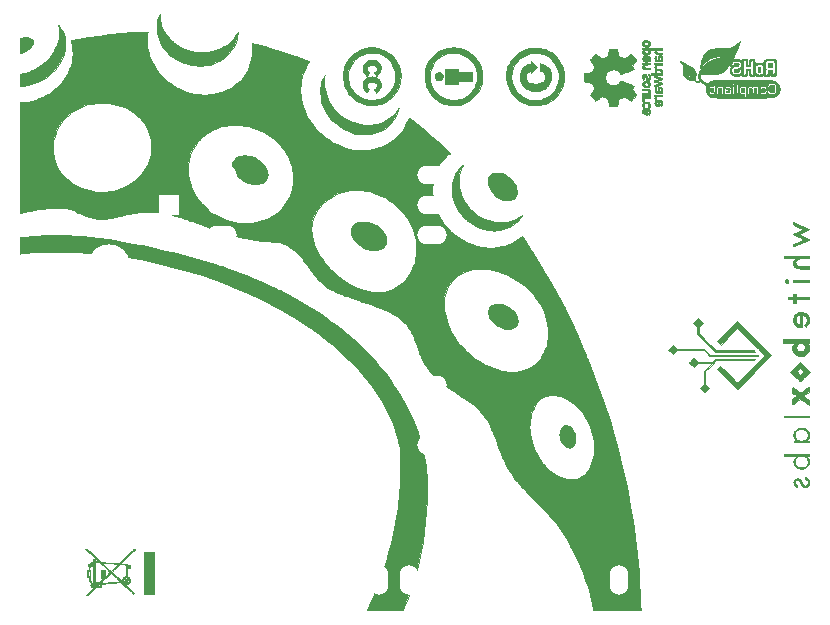
<source format=gbo>
G04 #@! TF.FileFunction,Legend,Bot*
%FSLAX46Y46*%
G04 Gerber Fmt 4.6, Leading zero omitted, Abs format (unit mm)*
G04 Created by KiCad (PCBNEW 4.0.2-stable) date 22/09/2016 21:29:14*
%MOMM*%
G01*
G04 APERTURE LIST*
%ADD10C,0.150000*%
%ADD11C,0.002540*%
%ADD12C,3.500000*%
%ADD13R,1.800000X1.800000*%
%ADD14C,1.800000*%
%ADD15O,1.524000X2.540000*%
%ADD16O,2.540000X1.542000*%
%ADD17O,2.540000X1.524000*%
G04 APERTURE END LIST*
D10*
D11*
G36*
X110523020Y-89555320D02*
X110558580Y-89545160D01*
X110622080Y-89529920D01*
X110705900Y-89509600D01*
X110804960Y-89489280D01*
X110914180Y-89466420D01*
X111031020Y-89441020D01*
X111145320Y-89418160D01*
X111257080Y-89395300D01*
X111358680Y-89374980D01*
X111409480Y-89367360D01*
X111765080Y-89306400D01*
X112118140Y-89250520D01*
X112471200Y-89204800D01*
X112831880Y-89164160D01*
X113207800Y-89128600D01*
X113317020Y-89118440D01*
X113317020Y-84028280D01*
X113317020Y-83878420D01*
X113322100Y-83748880D01*
X113332260Y-83629500D01*
X113344960Y-83515200D01*
X113365280Y-83398360D01*
X113388140Y-83281520D01*
X113466880Y-82991960D01*
X113568480Y-82707480D01*
X113695480Y-82430620D01*
X113845340Y-82166460D01*
X114015520Y-81912460D01*
X114208560Y-81673700D01*
X114419380Y-81445100D01*
X114650520Y-81234280D01*
X114899440Y-81038700D01*
X115163600Y-80860900D01*
X115445540Y-80703420D01*
X115463320Y-80693260D01*
X115750340Y-80558640D01*
X116039900Y-80446880D01*
X116339620Y-80355440D01*
X116649500Y-80284320D01*
X116977160Y-80228440D01*
X116979700Y-80228440D01*
X117071140Y-80218280D01*
X117182900Y-80213200D01*
X117309900Y-80208120D01*
X117447060Y-80205580D01*
X117584220Y-80205580D01*
X117723920Y-80205580D01*
X117853460Y-80210660D01*
X117970300Y-80218280D01*
X118069360Y-80225900D01*
X118097300Y-80228440D01*
X118442740Y-80289400D01*
X118778020Y-80370680D01*
X119098060Y-80474820D01*
X119402860Y-80599280D01*
X119694960Y-80744060D01*
X119971820Y-80911700D01*
X120230900Y-81097120D01*
X120472200Y-81300320D01*
X120698260Y-81526380D01*
X120904000Y-81767680D01*
X121091960Y-82029300D01*
X121091960Y-82029300D01*
X121249440Y-82290920D01*
X121381520Y-82562700D01*
X121488200Y-82839560D01*
X121572020Y-83124040D01*
X121630440Y-83411060D01*
X121663460Y-83703160D01*
X121671080Y-83995260D01*
X121653300Y-84287360D01*
X121610120Y-84579460D01*
X121541540Y-84866480D01*
X121462800Y-85107780D01*
X121343420Y-85397340D01*
X121198640Y-85674200D01*
X121033540Y-85938360D01*
X120848120Y-86187280D01*
X120642380Y-86420960D01*
X120421400Y-86639400D01*
X120180100Y-86840060D01*
X119923560Y-87025480D01*
X119651780Y-87190580D01*
X119367300Y-87335360D01*
X119070120Y-87462360D01*
X118760240Y-87566500D01*
X118440200Y-87650320D01*
X118110000Y-87711280D01*
X117939820Y-87731600D01*
X117861080Y-87739220D01*
X117764560Y-87744300D01*
X117650260Y-87746840D01*
X117530880Y-87749380D01*
X117406420Y-87751920D01*
X117287040Y-87749380D01*
X117177820Y-87746840D01*
X117081300Y-87744300D01*
X117010180Y-87739220D01*
X116679980Y-87693500D01*
X116354860Y-87624920D01*
X116042440Y-87536020D01*
X115742720Y-87426800D01*
X115453160Y-87297260D01*
X115176300Y-87147400D01*
X114914680Y-86979760D01*
X114670840Y-86794340D01*
X114439700Y-86593680D01*
X114228880Y-86375240D01*
X114035840Y-86141560D01*
X113865660Y-85895180D01*
X113713260Y-85636100D01*
X113583720Y-85361780D01*
X113487200Y-85107780D01*
X113428780Y-84914740D01*
X113383060Y-84731860D01*
X113350040Y-84548980D01*
X113329720Y-84361020D01*
X113319560Y-84160360D01*
X113317020Y-84028280D01*
X113317020Y-89118440D01*
X113507520Y-89103200D01*
X113736120Y-89090500D01*
X113944400Y-89087960D01*
X114139980Y-89095580D01*
X114322860Y-89113360D01*
X114503200Y-89146380D01*
X114681000Y-89189560D01*
X114866420Y-89250520D01*
X115059460Y-89324180D01*
X115267740Y-89415620D01*
X115321080Y-89438480D01*
X115493800Y-89517220D01*
X115646200Y-89588340D01*
X115778280Y-89646760D01*
X115897660Y-89700100D01*
X115999260Y-89743280D01*
X116093240Y-89781380D01*
X116177060Y-89814400D01*
X116255800Y-89842340D01*
X116329460Y-89867740D01*
X116403120Y-89890600D01*
X116479320Y-89910920D01*
X116502180Y-89918540D01*
X116794280Y-89989660D01*
X117078760Y-90032840D01*
X117353080Y-90053160D01*
X117551200Y-90053160D01*
X117640100Y-90048080D01*
X117726460Y-90043000D01*
X117817900Y-90032840D01*
X117911880Y-90022680D01*
X118013480Y-90007440D01*
X118125240Y-89989660D01*
X118247160Y-89966800D01*
X118384320Y-89938860D01*
X118536720Y-89905840D01*
X118709440Y-89867740D01*
X118902480Y-89824560D01*
X119103140Y-89778840D01*
X119364760Y-89717880D01*
X119603520Y-89664540D01*
X119819420Y-89618820D01*
X120020080Y-89578180D01*
X120202960Y-89542620D01*
X120373140Y-89514680D01*
X120533160Y-89489280D01*
X120685560Y-89468960D01*
X120832880Y-89453720D01*
X120977660Y-89443560D01*
X121119900Y-89433400D01*
X121264680Y-89428320D01*
X121414540Y-89425780D01*
X121495820Y-89425780D01*
X121622820Y-89425780D01*
X121726960Y-89425780D01*
X121813320Y-89428320D01*
X121886980Y-89430860D01*
X121953020Y-89435940D01*
X122013980Y-89441020D01*
X122077480Y-89446100D01*
X122148600Y-89456260D01*
X122148600Y-89456260D01*
X122514360Y-89512140D01*
X122877580Y-89580720D01*
X123248420Y-89667080D01*
X123629420Y-89768680D01*
X123687840Y-89783920D01*
X123807220Y-89819480D01*
X123921520Y-89852500D01*
X124033280Y-89888060D01*
X124147580Y-89923620D01*
X124264420Y-89961720D01*
X124383800Y-89999820D01*
X124510800Y-90043000D01*
X124647960Y-90091260D01*
X124757180Y-90129360D01*
X124757180Y-85727540D01*
X124777500Y-85422740D01*
X124823220Y-85123020D01*
X124858780Y-84960460D01*
X124942600Y-84675980D01*
X125049280Y-84396580D01*
X125178820Y-84124800D01*
X125328680Y-83865720D01*
X125496320Y-83621880D01*
X125559820Y-83543140D01*
X125610620Y-83479640D01*
X125676660Y-83408520D01*
X125747780Y-83329780D01*
X125821440Y-83251040D01*
X125895100Y-83179920D01*
X125961140Y-83116420D01*
X126011940Y-83068160D01*
X126017020Y-83065620D01*
X126052580Y-83035140D01*
X126085600Y-83007200D01*
X126098300Y-82997040D01*
X126126240Y-82974180D01*
X126166880Y-82941160D01*
X126215140Y-82905600D01*
X126260860Y-82870040D01*
X126301500Y-82842100D01*
X126316740Y-82831940D01*
X126352300Y-82806540D01*
X126382780Y-82781140D01*
X126408180Y-82763360D01*
X126423420Y-82755740D01*
X126441200Y-82748120D01*
X126471680Y-82730340D01*
X126476760Y-82725260D01*
X126509780Y-82702400D01*
X126535180Y-82687160D01*
X126537720Y-82684620D01*
X126563120Y-82671920D01*
X126596140Y-82651600D01*
X126611380Y-82641440D01*
X126705360Y-82588100D01*
X126819660Y-82532220D01*
X126946660Y-82471260D01*
X127078740Y-82412840D01*
X127213360Y-82359500D01*
X127342900Y-82313780D01*
X127388620Y-82298540D01*
X127655320Y-82222340D01*
X127937260Y-82161380D01*
X128226820Y-82115660D01*
X128338580Y-82102960D01*
X128419860Y-82095340D01*
X128521460Y-82090260D01*
X128635760Y-82087720D01*
X128757680Y-82087720D01*
X128882140Y-82087720D01*
X129001520Y-82090260D01*
X129108200Y-82092800D01*
X129199640Y-82100420D01*
X129225040Y-82102960D01*
X129578100Y-82151220D01*
X129926080Y-82224880D01*
X130263900Y-82318860D01*
X130594100Y-82435700D01*
X130914140Y-82575400D01*
X131224020Y-82732880D01*
X131518660Y-82910680D01*
X131800600Y-83106260D01*
X132067300Y-83319620D01*
X132316220Y-83550760D01*
X132549900Y-83794600D01*
X132763260Y-84056220D01*
X132958840Y-84330540D01*
X133134100Y-84617560D01*
X133286500Y-84917280D01*
X133416040Y-85227160D01*
X133471920Y-85392260D01*
X133553200Y-85658960D01*
X133611620Y-85920580D01*
X133652260Y-86174580D01*
X133675120Y-86433660D01*
X133677660Y-86702900D01*
X133677660Y-86771480D01*
X133664960Y-87005160D01*
X133639560Y-87221060D01*
X133601460Y-87429340D01*
X133550660Y-87640160D01*
X133494780Y-87823040D01*
X133383020Y-88112600D01*
X133250940Y-88392000D01*
X133096000Y-88656160D01*
X132918200Y-88902540D01*
X132722620Y-89136220D01*
X132504180Y-89352120D01*
X132267960Y-89550240D01*
X132013960Y-89730580D01*
X131739640Y-89893140D01*
X131653280Y-89938860D01*
X131371340Y-90070940D01*
X131084320Y-90180160D01*
X130789680Y-90266520D01*
X130484880Y-90335100D01*
X130164840Y-90383360D01*
X130141980Y-90383360D01*
X130065780Y-90390980D01*
X129969260Y-90396060D01*
X129854960Y-90398600D01*
X129730500Y-90398600D01*
X129600960Y-90398600D01*
X129471420Y-90396060D01*
X129346960Y-90393520D01*
X129232660Y-90388440D01*
X129131060Y-90380820D01*
X129052320Y-90373200D01*
X129044700Y-90373200D01*
X128673860Y-90307160D01*
X128315720Y-90218260D01*
X127967740Y-90106500D01*
X127632460Y-89971880D01*
X127307340Y-89811860D01*
X127264160Y-89789000D01*
X127210820Y-89758520D01*
X127160020Y-89730580D01*
X127119380Y-89705180D01*
X127104140Y-89697560D01*
X127073660Y-89677240D01*
X127045720Y-89662000D01*
X127045720Y-89662000D01*
X127020320Y-89649300D01*
X126989840Y-89626440D01*
X126984760Y-89623900D01*
X126954280Y-89603580D01*
X126928880Y-89588340D01*
X126926340Y-89588340D01*
X126906020Y-89578180D01*
X126870460Y-89555320D01*
X126829820Y-89524840D01*
X126817120Y-89517220D01*
X126771400Y-89484200D01*
X126730760Y-89453720D01*
X126702820Y-89433400D01*
X126700280Y-89430860D01*
X126664720Y-89408000D01*
X126644400Y-89392760D01*
X126619000Y-89369900D01*
X126583440Y-89344500D01*
X126578360Y-89339420D01*
X126537720Y-89308940D01*
X126489460Y-89268300D01*
X126425960Y-89214960D01*
X126367540Y-89166700D01*
X126281180Y-89090500D01*
X126184660Y-88999060D01*
X126077980Y-88892380D01*
X125971300Y-88778080D01*
X125867160Y-88661240D01*
X125768100Y-88546940D01*
X125679200Y-88435180D01*
X125651260Y-88399620D01*
X125460760Y-88125300D01*
X125290580Y-87845900D01*
X125145800Y-87553800D01*
X125021340Y-87259160D01*
X124922280Y-86956900D01*
X124843540Y-86649560D01*
X124790200Y-86342220D01*
X124762260Y-86034880D01*
X124757180Y-85727540D01*
X124757180Y-90129360D01*
X124795280Y-90142060D01*
X124957840Y-90200480D01*
X125135640Y-90266520D01*
X125331220Y-90337640D01*
X125547120Y-90416380D01*
X125763020Y-90495120D01*
X126014480Y-90589100D01*
X126245620Y-90675460D01*
X126456440Y-90751660D01*
X126649480Y-90820240D01*
X126824740Y-90883740D01*
X126987300Y-90939620D01*
X127139700Y-90992960D01*
X127281940Y-91038680D01*
X127419100Y-91084400D01*
X127513080Y-91114880D01*
X128041400Y-91277440D01*
X128554480Y-91419680D01*
X129059940Y-91546680D01*
X129557780Y-91655900D01*
X130053080Y-91747340D01*
X130550920Y-91823540D01*
X131056380Y-91887040D01*
X131572000Y-91932760D01*
X131996180Y-91963240D01*
X132232400Y-91986100D01*
X132463540Y-92031820D01*
X132692140Y-92097860D01*
X132923280Y-92189300D01*
X133156960Y-92301060D01*
X133311900Y-92387420D01*
X133454140Y-92476320D01*
X133591300Y-92572840D01*
X133725920Y-92679520D01*
X133863080Y-92803980D01*
X134010400Y-92943680D01*
X134020560Y-92956380D01*
X134089140Y-93024960D01*
X134155180Y-93091000D01*
X134216140Y-93157040D01*
X134277100Y-93225620D01*
X134338060Y-93296740D01*
X134401560Y-93372940D01*
X134470140Y-93459300D01*
X134543800Y-93553280D01*
X134625080Y-93657420D01*
X134713980Y-93776800D01*
X134813040Y-93913960D01*
X134924800Y-94066360D01*
X135051800Y-94239080D01*
X135214360Y-94460060D01*
X135214360Y-90906600D01*
X135219440Y-90759280D01*
X135227060Y-90627200D01*
X135232140Y-90591640D01*
X135280400Y-90314780D01*
X135354060Y-90043000D01*
X135455660Y-89781380D01*
X135580120Y-89524840D01*
X135727440Y-89278460D01*
X135902700Y-89042240D01*
X136098280Y-88813640D01*
X136179560Y-88732360D01*
X136408160Y-88521540D01*
X136657080Y-88328500D01*
X136921240Y-88158320D01*
X137198100Y-88005920D01*
X137490200Y-87878920D01*
X137789920Y-87774780D01*
X137835640Y-87762080D01*
X138153140Y-87683340D01*
X138478260Y-87630000D01*
X138808460Y-87599520D01*
X139138660Y-87596980D01*
X139473940Y-87617300D01*
X139806680Y-87660480D01*
X140139420Y-87729060D01*
X140469620Y-87820500D01*
X140794740Y-87937340D01*
X141112240Y-88074500D01*
X141424660Y-88234520D01*
X141726920Y-88417400D01*
X142001240Y-88607900D01*
X142295880Y-88844120D01*
X142572740Y-89098120D01*
X142829280Y-89367360D01*
X143065500Y-89651840D01*
X143281400Y-89949020D01*
X143471900Y-90258900D01*
X143639540Y-90581480D01*
X143647160Y-90596720D01*
X143784320Y-90911680D01*
X143896080Y-91231720D01*
X143984980Y-91554300D01*
X144048480Y-91874340D01*
X144091660Y-92196920D01*
X144106900Y-92514420D01*
X144101820Y-92831920D01*
X144071340Y-93141800D01*
X144020540Y-93449140D01*
X143944340Y-93748860D01*
X143845280Y-94038420D01*
X143723360Y-94320360D01*
X143581120Y-94592140D01*
X143416020Y-94853760D01*
X143225520Y-95100140D01*
X143062960Y-95285560D01*
X142849600Y-95491300D01*
X142628620Y-95671640D01*
X142392400Y-95829120D01*
X142148560Y-95961200D01*
X141892020Y-96070420D01*
X141622780Y-96156780D01*
X141340840Y-96217740D01*
X141046200Y-96255840D01*
X141003020Y-96258380D01*
X140942060Y-96260920D01*
X140863320Y-96260920D01*
X140769340Y-96260920D01*
X140667740Y-96255840D01*
X140566140Y-96250760D01*
X140469620Y-96245680D01*
X140388340Y-96238060D01*
X140345160Y-96232980D01*
X140027660Y-96179640D01*
X139705080Y-96098360D01*
X139382500Y-95994220D01*
X139059920Y-95864680D01*
X138734800Y-95709740D01*
X138412220Y-95531940D01*
X138092180Y-95328740D01*
X137772140Y-95105220D01*
X137457180Y-94858840D01*
X137411460Y-94820740D01*
X137096500Y-94543880D01*
X136806940Y-94261940D01*
X136537700Y-93972380D01*
X136291320Y-93680280D01*
X136070340Y-93383100D01*
X135872220Y-93080840D01*
X135699500Y-92776040D01*
X135552180Y-92468700D01*
X135430260Y-92158820D01*
X135331200Y-91846400D01*
X135262620Y-91536520D01*
X135252460Y-91483180D01*
X135234680Y-91356180D01*
X135224520Y-91213940D01*
X135216900Y-91061540D01*
X135214360Y-90906600D01*
X135214360Y-94460060D01*
X135221980Y-94470220D01*
X135379460Y-94678500D01*
X135529320Y-94869000D01*
X135671560Y-95039180D01*
X135808720Y-95194120D01*
X135940800Y-95336360D01*
X136072880Y-95463360D01*
X136202420Y-95580200D01*
X136334500Y-95686880D01*
X136471660Y-95783400D01*
X136611360Y-95877380D01*
X136761220Y-95966280D01*
X136916160Y-96052640D01*
X137022840Y-96105980D01*
X137121900Y-96154240D01*
X137218420Y-96199960D01*
X137320020Y-96248220D01*
X137426700Y-96293940D01*
X137538460Y-96339660D01*
X137657840Y-96387920D01*
X137787380Y-96438720D01*
X137927080Y-96492060D01*
X138082020Y-96547940D01*
X138252200Y-96608900D01*
X138440160Y-96674940D01*
X138648440Y-96746060D01*
X138874500Y-96822260D01*
X139125960Y-96906080D01*
X139204700Y-96934020D01*
X139364720Y-96987360D01*
X139527280Y-97043240D01*
X139684760Y-97096580D01*
X139837160Y-97147380D01*
X139979400Y-97195640D01*
X140111480Y-97241360D01*
X140228320Y-97282000D01*
X140327380Y-97315020D01*
X140403580Y-97342960D01*
X140446760Y-97358200D01*
X140797280Y-97490280D01*
X141124940Y-97622360D01*
X141427200Y-97754440D01*
X141706600Y-97886520D01*
X141965680Y-98021140D01*
X142204440Y-98155760D01*
X142425420Y-98295460D01*
X142628620Y-98440240D01*
X142814040Y-98587560D01*
X142986760Y-98742500D01*
X143144240Y-98905060D01*
X143289020Y-99072700D01*
X143426180Y-99250500D01*
X143499840Y-99359720D01*
X143568420Y-99463860D01*
X143629380Y-99568000D01*
X143687800Y-99674680D01*
X143746220Y-99791520D01*
X143804640Y-99915980D01*
X143863060Y-100050600D01*
X143924020Y-100200460D01*
X143987520Y-100368100D01*
X144053560Y-100556060D01*
X144127220Y-100764340D01*
X144152620Y-100843080D01*
X144223740Y-101048820D01*
X144287240Y-101229160D01*
X144348200Y-101391720D01*
X144401540Y-101536500D01*
X144454880Y-101668580D01*
X144508220Y-101790500D01*
X144548860Y-101884480D01*
X144703800Y-102189280D01*
X144881600Y-102486460D01*
X145077180Y-102776020D01*
X145293080Y-103050340D01*
X145519140Y-103299260D01*
X145635980Y-103418640D01*
X145760440Y-103535480D01*
X145889980Y-103649780D01*
X146027140Y-103766620D01*
X146179540Y-103886000D01*
X146342100Y-104007920D01*
X146425920Y-104068880D01*
X146425920Y-97383600D01*
X146425920Y-97233740D01*
X146428460Y-97088960D01*
X146438620Y-96951800D01*
X146448780Y-96829880D01*
X146456400Y-96779080D01*
X146512280Y-96497140D01*
X146585940Y-96232980D01*
X146679920Y-95981520D01*
X146796760Y-95747840D01*
X146933920Y-95529400D01*
X147091400Y-95321120D01*
X147218400Y-95181420D01*
X147416520Y-94993460D01*
X147632420Y-94825820D01*
X147863560Y-94681040D01*
X148109940Y-94556580D01*
X148369020Y-94454980D01*
X148643340Y-94373700D01*
X148930360Y-94317820D01*
X149230080Y-94282260D01*
X149545040Y-94269560D01*
X149567900Y-94269560D01*
X149913340Y-94282260D01*
X150263860Y-94320360D01*
X150614380Y-94386400D01*
X150967440Y-94477840D01*
X151323040Y-94594680D01*
X151462740Y-94648020D01*
X151569420Y-94691200D01*
X151691340Y-94747080D01*
X151825960Y-94810580D01*
X151963120Y-94879160D01*
X152100280Y-94950280D01*
X152227280Y-95018860D01*
X152341580Y-95082360D01*
X152392380Y-95112840D01*
X152707340Y-95313500D01*
X153009600Y-95534480D01*
X153296620Y-95765620D01*
X153570940Y-96012000D01*
X153822400Y-96266000D01*
X154051000Y-96527620D01*
X154101800Y-96588580D01*
X154330400Y-96895920D01*
X154536140Y-97213420D01*
X154716480Y-97538540D01*
X154871420Y-97871280D01*
X155003500Y-98214180D01*
X155110180Y-98562160D01*
X155188920Y-98917760D01*
X155242260Y-99258120D01*
X155247340Y-99334320D01*
X155252420Y-99428300D01*
X155257500Y-99537520D01*
X155257500Y-99656900D01*
X155257500Y-99776280D01*
X155257500Y-99893120D01*
X155252420Y-100002340D01*
X155249880Y-100096320D01*
X155242260Y-100169980D01*
X155242260Y-100169980D01*
X155191460Y-100482400D01*
X155120340Y-100779580D01*
X155026360Y-101061520D01*
X154909520Y-101330760D01*
X154772360Y-101582220D01*
X154614880Y-101820980D01*
X154434540Y-102041960D01*
X154271980Y-102209600D01*
X154066240Y-102389940D01*
X153847800Y-102547420D01*
X153614120Y-102682040D01*
X153370280Y-102793800D01*
X153111200Y-102882700D01*
X152844500Y-102948740D01*
X152565100Y-102989380D01*
X152278080Y-103007160D01*
X151983440Y-103002080D01*
X151889460Y-102994460D01*
X151566880Y-102953820D01*
X151239220Y-102887780D01*
X150911560Y-102798880D01*
X150581360Y-102682040D01*
X150251160Y-102542340D01*
X149923500Y-102379780D01*
X149595840Y-102194360D01*
X149273260Y-101988620D01*
X148996400Y-101787960D01*
X148650960Y-101511100D01*
X148325840Y-101224080D01*
X148026120Y-100921820D01*
X147746720Y-100606860D01*
X147495260Y-100281740D01*
X147264120Y-99941380D01*
X147058380Y-99590860D01*
X146956780Y-99397820D01*
X146801840Y-99060000D01*
X146672300Y-98719640D01*
X146570700Y-98376740D01*
X146491960Y-98023680D01*
X146451320Y-97772220D01*
X146438620Y-97657920D01*
X146431000Y-97525840D01*
X146425920Y-97383600D01*
X146425920Y-104068880D01*
X146522440Y-104137460D01*
X146720560Y-104274620D01*
X146939000Y-104419400D01*
X147063460Y-104500680D01*
X147274280Y-104640380D01*
X147474940Y-104772460D01*
X147660360Y-104894380D01*
X147830540Y-105008680D01*
X147985480Y-105110280D01*
X148122640Y-105201720D01*
X148239480Y-105283000D01*
X148338540Y-105349040D01*
X148414740Y-105404920D01*
X148442680Y-105425240D01*
X148714460Y-105630980D01*
X148965920Y-105834180D01*
X149191980Y-106034840D01*
X149400260Y-106238040D01*
X149588220Y-106443780D01*
X149763480Y-106657140D01*
X149923500Y-106878120D01*
X150070820Y-107106720D01*
X150210520Y-107350560D01*
X150342600Y-107609640D01*
X150350220Y-107624880D01*
X150403560Y-107736640D01*
X150454360Y-107850940D01*
X150507700Y-107970320D01*
X150561040Y-108099860D01*
X150616920Y-108237020D01*
X150677880Y-108386880D01*
X150741380Y-108554520D01*
X150809960Y-108737400D01*
X150888700Y-108943140D01*
X150962360Y-109143800D01*
X151041100Y-109357160D01*
X151112220Y-109547660D01*
X151175720Y-109717840D01*
X151234140Y-109872780D01*
X151287480Y-110009940D01*
X151338280Y-110134400D01*
X151386540Y-110251240D01*
X151432260Y-110360460D01*
X151477980Y-110462060D01*
X151523700Y-110563660D01*
X151571960Y-110665260D01*
X151622760Y-110769400D01*
X151643080Y-110810040D01*
X151759920Y-111041180D01*
X151884380Y-111262160D01*
X152013920Y-111478060D01*
X152156160Y-111688880D01*
X152311100Y-111904780D01*
X152481280Y-112123220D01*
X152669240Y-112351820D01*
X152753060Y-112453420D01*
X152816560Y-112524540D01*
X152874980Y-112593120D01*
X152933400Y-112659160D01*
X152994360Y-112727740D01*
X153057860Y-112796320D01*
X153123900Y-112867440D01*
X153195020Y-112943640D01*
X153273760Y-113027460D01*
X153362660Y-113118900D01*
X153459180Y-113220500D01*
X153568400Y-113329720D01*
X153675080Y-113441480D01*
X153675080Y-107662980D01*
X153682700Y-107360720D01*
X153713180Y-107063540D01*
X153766520Y-106773980D01*
X153840180Y-106492040D01*
X153939240Y-106222800D01*
X154028140Y-106027220D01*
X154134820Y-105826560D01*
X154251660Y-105651300D01*
X154378660Y-105496360D01*
X154515820Y-105361740D01*
X154665680Y-105244900D01*
X154830780Y-105145840D01*
X154980640Y-105072180D01*
X155133040Y-105018840D01*
X155290520Y-104985820D01*
X155460700Y-104965500D01*
X155592780Y-104962960D01*
X155775660Y-104970580D01*
X155953460Y-104993440D01*
X156128720Y-105029000D01*
X156309060Y-105084880D01*
X156497020Y-105158540D01*
X156657040Y-105232200D01*
X156928820Y-105376980D01*
X157187900Y-105547160D01*
X157436820Y-105737660D01*
X157673040Y-105948480D01*
X157894020Y-106179620D01*
X158102300Y-106428540D01*
X158295340Y-106692700D01*
X158473140Y-106974640D01*
X158630620Y-107269280D01*
X158770320Y-107574080D01*
X158892240Y-107894120D01*
X158993840Y-108221780D01*
X159072580Y-108557060D01*
X159075120Y-108572300D01*
X159095440Y-108684060D01*
X159113220Y-108783120D01*
X159125920Y-108877100D01*
X159136080Y-108968540D01*
X159143700Y-109065060D01*
X159146240Y-109171740D01*
X159148780Y-109293660D01*
X159148780Y-109438440D01*
X159148780Y-109438440D01*
X159148780Y-109557820D01*
X159148780Y-109654340D01*
X159146240Y-109735620D01*
X159146240Y-109801660D01*
X159141160Y-109860080D01*
X159136080Y-109913420D01*
X159128460Y-109966760D01*
X159120840Y-110027720D01*
X159118300Y-110030260D01*
X159064960Y-110307120D01*
X158996380Y-110568740D01*
X158910020Y-110812580D01*
X158810960Y-111038640D01*
X158696660Y-111244380D01*
X158567120Y-111432340D01*
X158424880Y-111597440D01*
X158272480Y-111742220D01*
X158137860Y-111841280D01*
X157995620Y-111927640D01*
X157848300Y-111996220D01*
X157698440Y-112047020D01*
X157533340Y-112082580D01*
X157350460Y-112102900D01*
X157276800Y-112107980D01*
X157251400Y-112107980D01*
X157205680Y-112105440D01*
X157147260Y-112100360D01*
X157091380Y-112095280D01*
X156847540Y-112062260D01*
X156603700Y-112001300D01*
X156359860Y-111917480D01*
X156116020Y-111808260D01*
X155869640Y-111671100D01*
X155623260Y-111508540D01*
X155498800Y-111419640D01*
X155435300Y-111366300D01*
X155356560Y-111297720D01*
X155267660Y-111216440D01*
X155173680Y-111125000D01*
X155079700Y-111031020D01*
X154988260Y-110934500D01*
X154901900Y-110843060D01*
X154828240Y-110759240D01*
X154764740Y-110685580D01*
X154754580Y-110670340D01*
X154553920Y-110393480D01*
X154376120Y-110109000D01*
X154216100Y-109814360D01*
X154076400Y-109514640D01*
X153957020Y-109209840D01*
X153857960Y-108902500D01*
X153779220Y-108592620D01*
X153723340Y-108280200D01*
X153687780Y-107970320D01*
X153675080Y-107662980D01*
X153675080Y-113441480D01*
X153690320Y-113456720D01*
X153824940Y-113593880D01*
X153977340Y-113748820D01*
X154134820Y-113908840D01*
X154297380Y-114073940D01*
X154442160Y-114221260D01*
X154571700Y-114353340D01*
X154688540Y-114470180D01*
X154790140Y-114576860D01*
X154881580Y-114668300D01*
X154960320Y-114752120D01*
X155033980Y-114825780D01*
X155097480Y-114894360D01*
X155155900Y-114955320D01*
X155209240Y-115013740D01*
X155260040Y-115069620D01*
X155310840Y-115122960D01*
X155359100Y-115176300D01*
X155409900Y-115232180D01*
X155450540Y-115277900D01*
X155689300Y-115552220D01*
X155907740Y-115813840D01*
X156108400Y-116070380D01*
X156296360Y-116324380D01*
X156471620Y-116578380D01*
X156636720Y-116834920D01*
X156794200Y-117101620D01*
X156822140Y-117149880D01*
X157144720Y-117729000D01*
X157441900Y-118305580D01*
X157713680Y-118877080D01*
X157965140Y-119448580D01*
X158196280Y-120022620D01*
X158404560Y-120601740D01*
X158595060Y-121188480D01*
X158765240Y-121785380D01*
X158798260Y-121902220D01*
X158831280Y-122029220D01*
X158866840Y-122171460D01*
X158902400Y-122323860D01*
X158940500Y-122478800D01*
X158976060Y-122631200D01*
X159006540Y-122775980D01*
X159034480Y-122905520D01*
X159049720Y-122976640D01*
X159062420Y-123035060D01*
X159072580Y-123088400D01*
X159080200Y-123126500D01*
X159082740Y-123139200D01*
X159090360Y-123169680D01*
X161084260Y-123169680D01*
X163078160Y-123169680D01*
X163070540Y-122740420D01*
X163050220Y-122054620D01*
X163019740Y-121348500D01*
X162976560Y-120627140D01*
X162923220Y-119895620D01*
X162862260Y-119156480D01*
X162788600Y-118414800D01*
X162707320Y-117675660D01*
X162615880Y-116941600D01*
X162608260Y-116865400D01*
X162430460Y-115630960D01*
X162227260Y-114396520D01*
X161996120Y-113169700D01*
X161742120Y-111945420D01*
X161460180Y-110728760D01*
X161152840Y-109514640D01*
X160820100Y-108310680D01*
X160461960Y-107111800D01*
X160078420Y-105923080D01*
X159672020Y-104741980D01*
X159237680Y-103568500D01*
X158780480Y-102405180D01*
X158760160Y-102354380D01*
X158709360Y-102232460D01*
X158656020Y-102100380D01*
X158600140Y-101963220D01*
X158546800Y-101831140D01*
X158498540Y-101709220D01*
X158455360Y-101600000D01*
X158437580Y-101556820D01*
X158112460Y-100771960D01*
X157772100Y-99979480D01*
X157411420Y-99187000D01*
X157038040Y-98397060D01*
X156649420Y-97612200D01*
X156250640Y-96834960D01*
X155841700Y-96072960D01*
X155425140Y-95326200D01*
X155003500Y-94599760D01*
X154650440Y-94015560D01*
X154523440Y-93814900D01*
X154393900Y-93606620D01*
X154261820Y-93395800D01*
X154127200Y-93184980D01*
X153992580Y-92974160D01*
X153860500Y-92768420D01*
X153728420Y-92567760D01*
X153603960Y-92377260D01*
X153482040Y-92194380D01*
X153370280Y-92024200D01*
X153266140Y-91871800D01*
X153172160Y-91737180D01*
X153090880Y-91620340D01*
X153068020Y-91587320D01*
X153032460Y-91539060D01*
X152994360Y-91572080D01*
X152740360Y-91765120D01*
X152481280Y-91935300D01*
X152212040Y-92080080D01*
X151932640Y-92204540D01*
X151638000Y-92306140D01*
X151333200Y-92384880D01*
X151010620Y-92443300D01*
X150949660Y-92450920D01*
X150863300Y-92461080D01*
X150754080Y-92468700D01*
X150632160Y-92473780D01*
X150502620Y-92476320D01*
X150368000Y-92476320D01*
X150235920Y-92476320D01*
X150114000Y-92471240D01*
X150004780Y-92466160D01*
X149918420Y-92458540D01*
X149915880Y-92458540D01*
X149550120Y-92400120D01*
X149194520Y-92318840D01*
X148849080Y-92212160D01*
X148511260Y-92080080D01*
X148186140Y-91922600D01*
X147868640Y-91742260D01*
X147563840Y-91539060D01*
X147271740Y-91310460D01*
X146989800Y-91056460D01*
X146857720Y-90929460D01*
X146611340Y-90660220D01*
X146390360Y-90385900D01*
X146189700Y-90098880D01*
X146011900Y-89799160D01*
X145854420Y-89484200D01*
X145788380Y-89336880D01*
X145681700Y-89057480D01*
X145590260Y-88767920D01*
X145519140Y-88470740D01*
X145468340Y-88171020D01*
X145435320Y-87873840D01*
X145422620Y-87581740D01*
X145432780Y-87312500D01*
X145468340Y-86984840D01*
X145526760Y-86669880D01*
X145605500Y-86367620D01*
X145712180Y-86078060D01*
X145839180Y-85798660D01*
X145991580Y-85529420D01*
X146052540Y-85435440D01*
X146136360Y-85313520D01*
X146215100Y-85204300D01*
X146296380Y-85105240D01*
X146385280Y-85003640D01*
X146486880Y-84896960D01*
X146524980Y-84861400D01*
X146629120Y-84759800D01*
X146723100Y-84670900D01*
X146817080Y-84592160D01*
X146916140Y-84513420D01*
X146944080Y-84490560D01*
X146984720Y-84462620D01*
X146885660Y-84366100D01*
X146530060Y-84033360D01*
X146154140Y-83693000D01*
X145755360Y-83342480D01*
X145343880Y-82989420D01*
X144917160Y-82633820D01*
X144477740Y-82275680D01*
X144028160Y-81920080D01*
X143606520Y-81592420D01*
X143438880Y-81465420D01*
X143375380Y-81640680D01*
X143256000Y-81935320D01*
X143113760Y-82217260D01*
X142951200Y-82483960D01*
X142768320Y-82735420D01*
X142567660Y-82969100D01*
X142346680Y-83185000D01*
X142110460Y-83385660D01*
X141859000Y-83566000D01*
X141589760Y-83726020D01*
X141310360Y-83865720D01*
X141015720Y-83985100D01*
X140710920Y-84081620D01*
X140393420Y-84157820D01*
X140068300Y-84208620D01*
X140007340Y-84213700D01*
X139900660Y-84223860D01*
X139776200Y-84228940D01*
X139636500Y-84234020D01*
X139496800Y-84234020D01*
X139357100Y-84234020D01*
X139230100Y-84228940D01*
X139118340Y-84223860D01*
X139103100Y-84221320D01*
X138750040Y-84175600D01*
X138399520Y-84104480D01*
X138054080Y-84010500D01*
X137716260Y-83891120D01*
X137383520Y-83748880D01*
X137060940Y-83583780D01*
X136751060Y-83395820D01*
X136448800Y-83190080D01*
X136164320Y-82961480D01*
X135890000Y-82717640D01*
X135633460Y-82453480D01*
X135397240Y-82171540D01*
X135176260Y-81874360D01*
X135150860Y-81836260D01*
X134960360Y-81531460D01*
X134792720Y-81219040D01*
X134647940Y-80901540D01*
X134526020Y-80581500D01*
X134429500Y-80253840D01*
X134355840Y-79926180D01*
X134305040Y-79598520D01*
X134277100Y-79270860D01*
X134277100Y-78943200D01*
X134297420Y-78620620D01*
X134343140Y-78300580D01*
X134414260Y-77985620D01*
X134510780Y-77678280D01*
X134630160Y-77378560D01*
X134734300Y-77162660D01*
X134769860Y-77094080D01*
X134802880Y-77030580D01*
X134840980Y-76969620D01*
X134881620Y-76903580D01*
X134929880Y-76827380D01*
X134990840Y-76733400D01*
X134995920Y-76725780D01*
X135001000Y-76715620D01*
X135001000Y-76705460D01*
X134993380Y-76695300D01*
X134973060Y-76682600D01*
X134937500Y-76667360D01*
X134881620Y-76644500D01*
X134805420Y-76614020D01*
X134802880Y-76614020D01*
X134698740Y-76573380D01*
X134614920Y-76540360D01*
X134548880Y-76514960D01*
X134498080Y-76494640D01*
X134457440Y-76479400D01*
X134424420Y-76466700D01*
X134396480Y-76454000D01*
X134371080Y-76443840D01*
X134340600Y-76433680D01*
X134266940Y-76405740D01*
X134213600Y-76385420D01*
X134172960Y-76370180D01*
X134142480Y-76360020D01*
X134114540Y-76347320D01*
X134099300Y-76342240D01*
X134061200Y-76327000D01*
X134007860Y-76309220D01*
X133951980Y-76288900D01*
X133946900Y-76286360D01*
X133903720Y-76271120D01*
X133840220Y-76248260D01*
X133761480Y-76220320D01*
X133677660Y-76189840D01*
X133591300Y-76159360D01*
X133588760Y-76159360D01*
X133344920Y-76073000D01*
X133083300Y-75986640D01*
X132806440Y-75895200D01*
X132521960Y-75803760D01*
X132232400Y-75714860D01*
X131945380Y-75628500D01*
X131665980Y-75544680D01*
X131483100Y-75493880D01*
X131411980Y-75473560D01*
X131325620Y-75450700D01*
X131226560Y-75425300D01*
X131119880Y-75394820D01*
X131005580Y-75366880D01*
X130888740Y-75336400D01*
X130771900Y-75305920D01*
X130657600Y-75275440D01*
X130548380Y-75247500D01*
X130446780Y-75222100D01*
X130355340Y-75199240D01*
X130279140Y-75178920D01*
X130218180Y-75163680D01*
X130175000Y-75156060D01*
X130157220Y-75150980D01*
X130157220Y-75150980D01*
X130157220Y-75166220D01*
X130159760Y-75199240D01*
X130167380Y-75247500D01*
X130172460Y-75288140D01*
X130180080Y-75356720D01*
X130187700Y-75448160D01*
X130190240Y-75554840D01*
X130192780Y-75669140D01*
X130195320Y-75788520D01*
X130192780Y-75907900D01*
X130192780Y-76017120D01*
X130187700Y-76116180D01*
X130180080Y-76194920D01*
X130177540Y-76212700D01*
X130126740Y-76527660D01*
X130050540Y-76832460D01*
X129948940Y-77124560D01*
X129824480Y-77403960D01*
X129677160Y-77673200D01*
X129506980Y-77927200D01*
X129316480Y-78168500D01*
X129151380Y-78346300D01*
X128920240Y-78559660D01*
X128671320Y-78752700D01*
X128407160Y-78925420D01*
X128130300Y-79077820D01*
X127835660Y-79207360D01*
X127530860Y-79316580D01*
X127213360Y-79405480D01*
X126883160Y-79468980D01*
X126606300Y-79504540D01*
X126507240Y-79512160D01*
X126387860Y-79517240D01*
X126255780Y-79519780D01*
X126118620Y-79517240D01*
X125981460Y-79517240D01*
X125851920Y-79509620D01*
X125737620Y-79504540D01*
X125681740Y-79499460D01*
X125321060Y-79446120D01*
X124968000Y-79372460D01*
X124622560Y-79270860D01*
X124284740Y-79141320D01*
X123952000Y-78988920D01*
X123941840Y-78983840D01*
X123842780Y-78935580D01*
X123764040Y-78892400D01*
X123698000Y-78856840D01*
X123637040Y-78821280D01*
X123576080Y-78785720D01*
X123510040Y-78745080D01*
X123433840Y-78694280D01*
X123380500Y-78658720D01*
X123090940Y-78450440D01*
X122821700Y-78226920D01*
X122567700Y-77985620D01*
X122336560Y-77726540D01*
X122123200Y-77454760D01*
X121932700Y-77170280D01*
X121765060Y-76870560D01*
X121617740Y-76563220D01*
X121495820Y-76245720D01*
X121429780Y-76027280D01*
X121363740Y-75750420D01*
X121315480Y-75465940D01*
X121287540Y-75178920D01*
X121279920Y-74894440D01*
X121295160Y-74615040D01*
X121328180Y-74350880D01*
X121351040Y-74216260D01*
X121244360Y-74216260D01*
X121180860Y-74216260D01*
X121097040Y-74218800D01*
X120995440Y-74221340D01*
X120876060Y-74226420D01*
X120749060Y-74228960D01*
X120611900Y-74236580D01*
X120472200Y-74241660D01*
X120335040Y-74249280D01*
X120200420Y-74254360D01*
X120073420Y-74261980D01*
X120055640Y-74261980D01*
X119113300Y-74328020D01*
X118170960Y-74416920D01*
X117233700Y-74528680D01*
X116306600Y-74665840D01*
X115999260Y-74716640D01*
X115874800Y-74736960D01*
X115745260Y-74759820D01*
X115615720Y-74782680D01*
X115486180Y-74805540D01*
X115361720Y-74828400D01*
X115244880Y-74851260D01*
X115138200Y-74871580D01*
X115041680Y-74889360D01*
X114960400Y-74904600D01*
X114899440Y-74919840D01*
X114856260Y-74927460D01*
X114835940Y-74935080D01*
X114835940Y-74935080D01*
X114835940Y-74950320D01*
X114841020Y-74985880D01*
X114853720Y-75036680D01*
X114863880Y-75077320D01*
X114912140Y-75250040D01*
X114947700Y-75420220D01*
X114973100Y-75590400D01*
X114985800Y-75770740D01*
X114993420Y-75968860D01*
X114993420Y-76027280D01*
X114990880Y-76184760D01*
X114983260Y-76321920D01*
X114973100Y-76448920D01*
X114955320Y-76570840D01*
X114932460Y-76697840D01*
X114919760Y-76766420D01*
X114838480Y-77071220D01*
X114731800Y-77368400D01*
X114602260Y-77657960D01*
X114447320Y-77939900D01*
X114272060Y-78209140D01*
X114076480Y-78468220D01*
X113858040Y-78714600D01*
X113621820Y-78943200D01*
X113365280Y-79159100D01*
X113093500Y-79357220D01*
X113068100Y-79372460D01*
X112966500Y-79438500D01*
X112875060Y-79494380D01*
X112783620Y-79547720D01*
X112689640Y-79598520D01*
X112580420Y-79654400D01*
X112481360Y-79702660D01*
X112171480Y-79839820D01*
X111853980Y-79954120D01*
X111526320Y-80048100D01*
X111198660Y-80119220D01*
X110871000Y-80164940D01*
X110675420Y-80180180D01*
X110523020Y-80187800D01*
X110523020Y-84871560D01*
X110523020Y-89555320D01*
X110523020Y-89555320D01*
X110523020Y-89555320D01*
G37*
X110523020Y-89555320D02*
X110558580Y-89545160D01*
X110622080Y-89529920D01*
X110705900Y-89509600D01*
X110804960Y-89489280D01*
X110914180Y-89466420D01*
X111031020Y-89441020D01*
X111145320Y-89418160D01*
X111257080Y-89395300D01*
X111358680Y-89374980D01*
X111409480Y-89367360D01*
X111765080Y-89306400D01*
X112118140Y-89250520D01*
X112471200Y-89204800D01*
X112831880Y-89164160D01*
X113207800Y-89128600D01*
X113317020Y-89118440D01*
X113317020Y-84028280D01*
X113317020Y-83878420D01*
X113322100Y-83748880D01*
X113332260Y-83629500D01*
X113344960Y-83515200D01*
X113365280Y-83398360D01*
X113388140Y-83281520D01*
X113466880Y-82991960D01*
X113568480Y-82707480D01*
X113695480Y-82430620D01*
X113845340Y-82166460D01*
X114015520Y-81912460D01*
X114208560Y-81673700D01*
X114419380Y-81445100D01*
X114650520Y-81234280D01*
X114899440Y-81038700D01*
X115163600Y-80860900D01*
X115445540Y-80703420D01*
X115463320Y-80693260D01*
X115750340Y-80558640D01*
X116039900Y-80446880D01*
X116339620Y-80355440D01*
X116649500Y-80284320D01*
X116977160Y-80228440D01*
X116979700Y-80228440D01*
X117071140Y-80218280D01*
X117182900Y-80213200D01*
X117309900Y-80208120D01*
X117447060Y-80205580D01*
X117584220Y-80205580D01*
X117723920Y-80205580D01*
X117853460Y-80210660D01*
X117970300Y-80218280D01*
X118069360Y-80225900D01*
X118097300Y-80228440D01*
X118442740Y-80289400D01*
X118778020Y-80370680D01*
X119098060Y-80474820D01*
X119402860Y-80599280D01*
X119694960Y-80744060D01*
X119971820Y-80911700D01*
X120230900Y-81097120D01*
X120472200Y-81300320D01*
X120698260Y-81526380D01*
X120904000Y-81767680D01*
X121091960Y-82029300D01*
X121091960Y-82029300D01*
X121249440Y-82290920D01*
X121381520Y-82562700D01*
X121488200Y-82839560D01*
X121572020Y-83124040D01*
X121630440Y-83411060D01*
X121663460Y-83703160D01*
X121671080Y-83995260D01*
X121653300Y-84287360D01*
X121610120Y-84579460D01*
X121541540Y-84866480D01*
X121462800Y-85107780D01*
X121343420Y-85397340D01*
X121198640Y-85674200D01*
X121033540Y-85938360D01*
X120848120Y-86187280D01*
X120642380Y-86420960D01*
X120421400Y-86639400D01*
X120180100Y-86840060D01*
X119923560Y-87025480D01*
X119651780Y-87190580D01*
X119367300Y-87335360D01*
X119070120Y-87462360D01*
X118760240Y-87566500D01*
X118440200Y-87650320D01*
X118110000Y-87711280D01*
X117939820Y-87731600D01*
X117861080Y-87739220D01*
X117764560Y-87744300D01*
X117650260Y-87746840D01*
X117530880Y-87749380D01*
X117406420Y-87751920D01*
X117287040Y-87749380D01*
X117177820Y-87746840D01*
X117081300Y-87744300D01*
X117010180Y-87739220D01*
X116679980Y-87693500D01*
X116354860Y-87624920D01*
X116042440Y-87536020D01*
X115742720Y-87426800D01*
X115453160Y-87297260D01*
X115176300Y-87147400D01*
X114914680Y-86979760D01*
X114670840Y-86794340D01*
X114439700Y-86593680D01*
X114228880Y-86375240D01*
X114035840Y-86141560D01*
X113865660Y-85895180D01*
X113713260Y-85636100D01*
X113583720Y-85361780D01*
X113487200Y-85107780D01*
X113428780Y-84914740D01*
X113383060Y-84731860D01*
X113350040Y-84548980D01*
X113329720Y-84361020D01*
X113319560Y-84160360D01*
X113317020Y-84028280D01*
X113317020Y-89118440D01*
X113507520Y-89103200D01*
X113736120Y-89090500D01*
X113944400Y-89087960D01*
X114139980Y-89095580D01*
X114322860Y-89113360D01*
X114503200Y-89146380D01*
X114681000Y-89189560D01*
X114866420Y-89250520D01*
X115059460Y-89324180D01*
X115267740Y-89415620D01*
X115321080Y-89438480D01*
X115493800Y-89517220D01*
X115646200Y-89588340D01*
X115778280Y-89646760D01*
X115897660Y-89700100D01*
X115999260Y-89743280D01*
X116093240Y-89781380D01*
X116177060Y-89814400D01*
X116255800Y-89842340D01*
X116329460Y-89867740D01*
X116403120Y-89890600D01*
X116479320Y-89910920D01*
X116502180Y-89918540D01*
X116794280Y-89989660D01*
X117078760Y-90032840D01*
X117353080Y-90053160D01*
X117551200Y-90053160D01*
X117640100Y-90048080D01*
X117726460Y-90043000D01*
X117817900Y-90032840D01*
X117911880Y-90022680D01*
X118013480Y-90007440D01*
X118125240Y-89989660D01*
X118247160Y-89966800D01*
X118384320Y-89938860D01*
X118536720Y-89905840D01*
X118709440Y-89867740D01*
X118902480Y-89824560D01*
X119103140Y-89778840D01*
X119364760Y-89717880D01*
X119603520Y-89664540D01*
X119819420Y-89618820D01*
X120020080Y-89578180D01*
X120202960Y-89542620D01*
X120373140Y-89514680D01*
X120533160Y-89489280D01*
X120685560Y-89468960D01*
X120832880Y-89453720D01*
X120977660Y-89443560D01*
X121119900Y-89433400D01*
X121264680Y-89428320D01*
X121414540Y-89425780D01*
X121495820Y-89425780D01*
X121622820Y-89425780D01*
X121726960Y-89425780D01*
X121813320Y-89428320D01*
X121886980Y-89430860D01*
X121953020Y-89435940D01*
X122013980Y-89441020D01*
X122077480Y-89446100D01*
X122148600Y-89456260D01*
X122148600Y-89456260D01*
X122514360Y-89512140D01*
X122877580Y-89580720D01*
X123248420Y-89667080D01*
X123629420Y-89768680D01*
X123687840Y-89783920D01*
X123807220Y-89819480D01*
X123921520Y-89852500D01*
X124033280Y-89888060D01*
X124147580Y-89923620D01*
X124264420Y-89961720D01*
X124383800Y-89999820D01*
X124510800Y-90043000D01*
X124647960Y-90091260D01*
X124757180Y-90129360D01*
X124757180Y-85727540D01*
X124777500Y-85422740D01*
X124823220Y-85123020D01*
X124858780Y-84960460D01*
X124942600Y-84675980D01*
X125049280Y-84396580D01*
X125178820Y-84124800D01*
X125328680Y-83865720D01*
X125496320Y-83621880D01*
X125559820Y-83543140D01*
X125610620Y-83479640D01*
X125676660Y-83408520D01*
X125747780Y-83329780D01*
X125821440Y-83251040D01*
X125895100Y-83179920D01*
X125961140Y-83116420D01*
X126011940Y-83068160D01*
X126017020Y-83065620D01*
X126052580Y-83035140D01*
X126085600Y-83007200D01*
X126098300Y-82997040D01*
X126126240Y-82974180D01*
X126166880Y-82941160D01*
X126215140Y-82905600D01*
X126260860Y-82870040D01*
X126301500Y-82842100D01*
X126316740Y-82831940D01*
X126352300Y-82806540D01*
X126382780Y-82781140D01*
X126408180Y-82763360D01*
X126423420Y-82755740D01*
X126441200Y-82748120D01*
X126471680Y-82730340D01*
X126476760Y-82725260D01*
X126509780Y-82702400D01*
X126535180Y-82687160D01*
X126537720Y-82684620D01*
X126563120Y-82671920D01*
X126596140Y-82651600D01*
X126611380Y-82641440D01*
X126705360Y-82588100D01*
X126819660Y-82532220D01*
X126946660Y-82471260D01*
X127078740Y-82412840D01*
X127213360Y-82359500D01*
X127342900Y-82313780D01*
X127388620Y-82298540D01*
X127655320Y-82222340D01*
X127937260Y-82161380D01*
X128226820Y-82115660D01*
X128338580Y-82102960D01*
X128419860Y-82095340D01*
X128521460Y-82090260D01*
X128635760Y-82087720D01*
X128757680Y-82087720D01*
X128882140Y-82087720D01*
X129001520Y-82090260D01*
X129108200Y-82092800D01*
X129199640Y-82100420D01*
X129225040Y-82102960D01*
X129578100Y-82151220D01*
X129926080Y-82224880D01*
X130263900Y-82318860D01*
X130594100Y-82435700D01*
X130914140Y-82575400D01*
X131224020Y-82732880D01*
X131518660Y-82910680D01*
X131800600Y-83106260D01*
X132067300Y-83319620D01*
X132316220Y-83550760D01*
X132549900Y-83794600D01*
X132763260Y-84056220D01*
X132958840Y-84330540D01*
X133134100Y-84617560D01*
X133286500Y-84917280D01*
X133416040Y-85227160D01*
X133471920Y-85392260D01*
X133553200Y-85658960D01*
X133611620Y-85920580D01*
X133652260Y-86174580D01*
X133675120Y-86433660D01*
X133677660Y-86702900D01*
X133677660Y-86771480D01*
X133664960Y-87005160D01*
X133639560Y-87221060D01*
X133601460Y-87429340D01*
X133550660Y-87640160D01*
X133494780Y-87823040D01*
X133383020Y-88112600D01*
X133250940Y-88392000D01*
X133096000Y-88656160D01*
X132918200Y-88902540D01*
X132722620Y-89136220D01*
X132504180Y-89352120D01*
X132267960Y-89550240D01*
X132013960Y-89730580D01*
X131739640Y-89893140D01*
X131653280Y-89938860D01*
X131371340Y-90070940D01*
X131084320Y-90180160D01*
X130789680Y-90266520D01*
X130484880Y-90335100D01*
X130164840Y-90383360D01*
X130141980Y-90383360D01*
X130065780Y-90390980D01*
X129969260Y-90396060D01*
X129854960Y-90398600D01*
X129730500Y-90398600D01*
X129600960Y-90398600D01*
X129471420Y-90396060D01*
X129346960Y-90393520D01*
X129232660Y-90388440D01*
X129131060Y-90380820D01*
X129052320Y-90373200D01*
X129044700Y-90373200D01*
X128673860Y-90307160D01*
X128315720Y-90218260D01*
X127967740Y-90106500D01*
X127632460Y-89971880D01*
X127307340Y-89811860D01*
X127264160Y-89789000D01*
X127210820Y-89758520D01*
X127160020Y-89730580D01*
X127119380Y-89705180D01*
X127104140Y-89697560D01*
X127073660Y-89677240D01*
X127045720Y-89662000D01*
X127045720Y-89662000D01*
X127020320Y-89649300D01*
X126989840Y-89626440D01*
X126984760Y-89623900D01*
X126954280Y-89603580D01*
X126928880Y-89588340D01*
X126926340Y-89588340D01*
X126906020Y-89578180D01*
X126870460Y-89555320D01*
X126829820Y-89524840D01*
X126817120Y-89517220D01*
X126771400Y-89484200D01*
X126730760Y-89453720D01*
X126702820Y-89433400D01*
X126700280Y-89430860D01*
X126664720Y-89408000D01*
X126644400Y-89392760D01*
X126619000Y-89369900D01*
X126583440Y-89344500D01*
X126578360Y-89339420D01*
X126537720Y-89308940D01*
X126489460Y-89268300D01*
X126425960Y-89214960D01*
X126367540Y-89166700D01*
X126281180Y-89090500D01*
X126184660Y-88999060D01*
X126077980Y-88892380D01*
X125971300Y-88778080D01*
X125867160Y-88661240D01*
X125768100Y-88546940D01*
X125679200Y-88435180D01*
X125651260Y-88399620D01*
X125460760Y-88125300D01*
X125290580Y-87845900D01*
X125145800Y-87553800D01*
X125021340Y-87259160D01*
X124922280Y-86956900D01*
X124843540Y-86649560D01*
X124790200Y-86342220D01*
X124762260Y-86034880D01*
X124757180Y-85727540D01*
X124757180Y-90129360D01*
X124795280Y-90142060D01*
X124957840Y-90200480D01*
X125135640Y-90266520D01*
X125331220Y-90337640D01*
X125547120Y-90416380D01*
X125763020Y-90495120D01*
X126014480Y-90589100D01*
X126245620Y-90675460D01*
X126456440Y-90751660D01*
X126649480Y-90820240D01*
X126824740Y-90883740D01*
X126987300Y-90939620D01*
X127139700Y-90992960D01*
X127281940Y-91038680D01*
X127419100Y-91084400D01*
X127513080Y-91114880D01*
X128041400Y-91277440D01*
X128554480Y-91419680D01*
X129059940Y-91546680D01*
X129557780Y-91655900D01*
X130053080Y-91747340D01*
X130550920Y-91823540D01*
X131056380Y-91887040D01*
X131572000Y-91932760D01*
X131996180Y-91963240D01*
X132232400Y-91986100D01*
X132463540Y-92031820D01*
X132692140Y-92097860D01*
X132923280Y-92189300D01*
X133156960Y-92301060D01*
X133311900Y-92387420D01*
X133454140Y-92476320D01*
X133591300Y-92572840D01*
X133725920Y-92679520D01*
X133863080Y-92803980D01*
X134010400Y-92943680D01*
X134020560Y-92956380D01*
X134089140Y-93024960D01*
X134155180Y-93091000D01*
X134216140Y-93157040D01*
X134277100Y-93225620D01*
X134338060Y-93296740D01*
X134401560Y-93372940D01*
X134470140Y-93459300D01*
X134543800Y-93553280D01*
X134625080Y-93657420D01*
X134713980Y-93776800D01*
X134813040Y-93913960D01*
X134924800Y-94066360D01*
X135051800Y-94239080D01*
X135214360Y-94460060D01*
X135214360Y-90906600D01*
X135219440Y-90759280D01*
X135227060Y-90627200D01*
X135232140Y-90591640D01*
X135280400Y-90314780D01*
X135354060Y-90043000D01*
X135455660Y-89781380D01*
X135580120Y-89524840D01*
X135727440Y-89278460D01*
X135902700Y-89042240D01*
X136098280Y-88813640D01*
X136179560Y-88732360D01*
X136408160Y-88521540D01*
X136657080Y-88328500D01*
X136921240Y-88158320D01*
X137198100Y-88005920D01*
X137490200Y-87878920D01*
X137789920Y-87774780D01*
X137835640Y-87762080D01*
X138153140Y-87683340D01*
X138478260Y-87630000D01*
X138808460Y-87599520D01*
X139138660Y-87596980D01*
X139473940Y-87617300D01*
X139806680Y-87660480D01*
X140139420Y-87729060D01*
X140469620Y-87820500D01*
X140794740Y-87937340D01*
X141112240Y-88074500D01*
X141424660Y-88234520D01*
X141726920Y-88417400D01*
X142001240Y-88607900D01*
X142295880Y-88844120D01*
X142572740Y-89098120D01*
X142829280Y-89367360D01*
X143065500Y-89651840D01*
X143281400Y-89949020D01*
X143471900Y-90258900D01*
X143639540Y-90581480D01*
X143647160Y-90596720D01*
X143784320Y-90911680D01*
X143896080Y-91231720D01*
X143984980Y-91554300D01*
X144048480Y-91874340D01*
X144091660Y-92196920D01*
X144106900Y-92514420D01*
X144101820Y-92831920D01*
X144071340Y-93141800D01*
X144020540Y-93449140D01*
X143944340Y-93748860D01*
X143845280Y-94038420D01*
X143723360Y-94320360D01*
X143581120Y-94592140D01*
X143416020Y-94853760D01*
X143225520Y-95100140D01*
X143062960Y-95285560D01*
X142849600Y-95491300D01*
X142628620Y-95671640D01*
X142392400Y-95829120D01*
X142148560Y-95961200D01*
X141892020Y-96070420D01*
X141622780Y-96156780D01*
X141340840Y-96217740D01*
X141046200Y-96255840D01*
X141003020Y-96258380D01*
X140942060Y-96260920D01*
X140863320Y-96260920D01*
X140769340Y-96260920D01*
X140667740Y-96255840D01*
X140566140Y-96250760D01*
X140469620Y-96245680D01*
X140388340Y-96238060D01*
X140345160Y-96232980D01*
X140027660Y-96179640D01*
X139705080Y-96098360D01*
X139382500Y-95994220D01*
X139059920Y-95864680D01*
X138734800Y-95709740D01*
X138412220Y-95531940D01*
X138092180Y-95328740D01*
X137772140Y-95105220D01*
X137457180Y-94858840D01*
X137411460Y-94820740D01*
X137096500Y-94543880D01*
X136806940Y-94261940D01*
X136537700Y-93972380D01*
X136291320Y-93680280D01*
X136070340Y-93383100D01*
X135872220Y-93080840D01*
X135699500Y-92776040D01*
X135552180Y-92468700D01*
X135430260Y-92158820D01*
X135331200Y-91846400D01*
X135262620Y-91536520D01*
X135252460Y-91483180D01*
X135234680Y-91356180D01*
X135224520Y-91213940D01*
X135216900Y-91061540D01*
X135214360Y-90906600D01*
X135214360Y-94460060D01*
X135221980Y-94470220D01*
X135379460Y-94678500D01*
X135529320Y-94869000D01*
X135671560Y-95039180D01*
X135808720Y-95194120D01*
X135940800Y-95336360D01*
X136072880Y-95463360D01*
X136202420Y-95580200D01*
X136334500Y-95686880D01*
X136471660Y-95783400D01*
X136611360Y-95877380D01*
X136761220Y-95966280D01*
X136916160Y-96052640D01*
X137022840Y-96105980D01*
X137121900Y-96154240D01*
X137218420Y-96199960D01*
X137320020Y-96248220D01*
X137426700Y-96293940D01*
X137538460Y-96339660D01*
X137657840Y-96387920D01*
X137787380Y-96438720D01*
X137927080Y-96492060D01*
X138082020Y-96547940D01*
X138252200Y-96608900D01*
X138440160Y-96674940D01*
X138648440Y-96746060D01*
X138874500Y-96822260D01*
X139125960Y-96906080D01*
X139204700Y-96934020D01*
X139364720Y-96987360D01*
X139527280Y-97043240D01*
X139684760Y-97096580D01*
X139837160Y-97147380D01*
X139979400Y-97195640D01*
X140111480Y-97241360D01*
X140228320Y-97282000D01*
X140327380Y-97315020D01*
X140403580Y-97342960D01*
X140446760Y-97358200D01*
X140797280Y-97490280D01*
X141124940Y-97622360D01*
X141427200Y-97754440D01*
X141706600Y-97886520D01*
X141965680Y-98021140D01*
X142204440Y-98155760D01*
X142425420Y-98295460D01*
X142628620Y-98440240D01*
X142814040Y-98587560D01*
X142986760Y-98742500D01*
X143144240Y-98905060D01*
X143289020Y-99072700D01*
X143426180Y-99250500D01*
X143499840Y-99359720D01*
X143568420Y-99463860D01*
X143629380Y-99568000D01*
X143687800Y-99674680D01*
X143746220Y-99791520D01*
X143804640Y-99915980D01*
X143863060Y-100050600D01*
X143924020Y-100200460D01*
X143987520Y-100368100D01*
X144053560Y-100556060D01*
X144127220Y-100764340D01*
X144152620Y-100843080D01*
X144223740Y-101048820D01*
X144287240Y-101229160D01*
X144348200Y-101391720D01*
X144401540Y-101536500D01*
X144454880Y-101668580D01*
X144508220Y-101790500D01*
X144548860Y-101884480D01*
X144703800Y-102189280D01*
X144881600Y-102486460D01*
X145077180Y-102776020D01*
X145293080Y-103050340D01*
X145519140Y-103299260D01*
X145635980Y-103418640D01*
X145760440Y-103535480D01*
X145889980Y-103649780D01*
X146027140Y-103766620D01*
X146179540Y-103886000D01*
X146342100Y-104007920D01*
X146425920Y-104068880D01*
X146425920Y-97383600D01*
X146425920Y-97233740D01*
X146428460Y-97088960D01*
X146438620Y-96951800D01*
X146448780Y-96829880D01*
X146456400Y-96779080D01*
X146512280Y-96497140D01*
X146585940Y-96232980D01*
X146679920Y-95981520D01*
X146796760Y-95747840D01*
X146933920Y-95529400D01*
X147091400Y-95321120D01*
X147218400Y-95181420D01*
X147416520Y-94993460D01*
X147632420Y-94825820D01*
X147863560Y-94681040D01*
X148109940Y-94556580D01*
X148369020Y-94454980D01*
X148643340Y-94373700D01*
X148930360Y-94317820D01*
X149230080Y-94282260D01*
X149545040Y-94269560D01*
X149567900Y-94269560D01*
X149913340Y-94282260D01*
X150263860Y-94320360D01*
X150614380Y-94386400D01*
X150967440Y-94477840D01*
X151323040Y-94594680D01*
X151462740Y-94648020D01*
X151569420Y-94691200D01*
X151691340Y-94747080D01*
X151825960Y-94810580D01*
X151963120Y-94879160D01*
X152100280Y-94950280D01*
X152227280Y-95018860D01*
X152341580Y-95082360D01*
X152392380Y-95112840D01*
X152707340Y-95313500D01*
X153009600Y-95534480D01*
X153296620Y-95765620D01*
X153570940Y-96012000D01*
X153822400Y-96266000D01*
X154051000Y-96527620D01*
X154101800Y-96588580D01*
X154330400Y-96895920D01*
X154536140Y-97213420D01*
X154716480Y-97538540D01*
X154871420Y-97871280D01*
X155003500Y-98214180D01*
X155110180Y-98562160D01*
X155188920Y-98917760D01*
X155242260Y-99258120D01*
X155247340Y-99334320D01*
X155252420Y-99428300D01*
X155257500Y-99537520D01*
X155257500Y-99656900D01*
X155257500Y-99776280D01*
X155257500Y-99893120D01*
X155252420Y-100002340D01*
X155249880Y-100096320D01*
X155242260Y-100169980D01*
X155242260Y-100169980D01*
X155191460Y-100482400D01*
X155120340Y-100779580D01*
X155026360Y-101061520D01*
X154909520Y-101330760D01*
X154772360Y-101582220D01*
X154614880Y-101820980D01*
X154434540Y-102041960D01*
X154271980Y-102209600D01*
X154066240Y-102389940D01*
X153847800Y-102547420D01*
X153614120Y-102682040D01*
X153370280Y-102793800D01*
X153111200Y-102882700D01*
X152844500Y-102948740D01*
X152565100Y-102989380D01*
X152278080Y-103007160D01*
X151983440Y-103002080D01*
X151889460Y-102994460D01*
X151566880Y-102953820D01*
X151239220Y-102887780D01*
X150911560Y-102798880D01*
X150581360Y-102682040D01*
X150251160Y-102542340D01*
X149923500Y-102379780D01*
X149595840Y-102194360D01*
X149273260Y-101988620D01*
X148996400Y-101787960D01*
X148650960Y-101511100D01*
X148325840Y-101224080D01*
X148026120Y-100921820D01*
X147746720Y-100606860D01*
X147495260Y-100281740D01*
X147264120Y-99941380D01*
X147058380Y-99590860D01*
X146956780Y-99397820D01*
X146801840Y-99060000D01*
X146672300Y-98719640D01*
X146570700Y-98376740D01*
X146491960Y-98023680D01*
X146451320Y-97772220D01*
X146438620Y-97657920D01*
X146431000Y-97525840D01*
X146425920Y-97383600D01*
X146425920Y-104068880D01*
X146522440Y-104137460D01*
X146720560Y-104274620D01*
X146939000Y-104419400D01*
X147063460Y-104500680D01*
X147274280Y-104640380D01*
X147474940Y-104772460D01*
X147660360Y-104894380D01*
X147830540Y-105008680D01*
X147985480Y-105110280D01*
X148122640Y-105201720D01*
X148239480Y-105283000D01*
X148338540Y-105349040D01*
X148414740Y-105404920D01*
X148442680Y-105425240D01*
X148714460Y-105630980D01*
X148965920Y-105834180D01*
X149191980Y-106034840D01*
X149400260Y-106238040D01*
X149588220Y-106443780D01*
X149763480Y-106657140D01*
X149923500Y-106878120D01*
X150070820Y-107106720D01*
X150210520Y-107350560D01*
X150342600Y-107609640D01*
X150350220Y-107624880D01*
X150403560Y-107736640D01*
X150454360Y-107850940D01*
X150507700Y-107970320D01*
X150561040Y-108099860D01*
X150616920Y-108237020D01*
X150677880Y-108386880D01*
X150741380Y-108554520D01*
X150809960Y-108737400D01*
X150888700Y-108943140D01*
X150962360Y-109143800D01*
X151041100Y-109357160D01*
X151112220Y-109547660D01*
X151175720Y-109717840D01*
X151234140Y-109872780D01*
X151287480Y-110009940D01*
X151338280Y-110134400D01*
X151386540Y-110251240D01*
X151432260Y-110360460D01*
X151477980Y-110462060D01*
X151523700Y-110563660D01*
X151571960Y-110665260D01*
X151622760Y-110769400D01*
X151643080Y-110810040D01*
X151759920Y-111041180D01*
X151884380Y-111262160D01*
X152013920Y-111478060D01*
X152156160Y-111688880D01*
X152311100Y-111904780D01*
X152481280Y-112123220D01*
X152669240Y-112351820D01*
X152753060Y-112453420D01*
X152816560Y-112524540D01*
X152874980Y-112593120D01*
X152933400Y-112659160D01*
X152994360Y-112727740D01*
X153057860Y-112796320D01*
X153123900Y-112867440D01*
X153195020Y-112943640D01*
X153273760Y-113027460D01*
X153362660Y-113118900D01*
X153459180Y-113220500D01*
X153568400Y-113329720D01*
X153675080Y-113441480D01*
X153675080Y-107662980D01*
X153682700Y-107360720D01*
X153713180Y-107063540D01*
X153766520Y-106773980D01*
X153840180Y-106492040D01*
X153939240Y-106222800D01*
X154028140Y-106027220D01*
X154134820Y-105826560D01*
X154251660Y-105651300D01*
X154378660Y-105496360D01*
X154515820Y-105361740D01*
X154665680Y-105244900D01*
X154830780Y-105145840D01*
X154980640Y-105072180D01*
X155133040Y-105018840D01*
X155290520Y-104985820D01*
X155460700Y-104965500D01*
X155592780Y-104962960D01*
X155775660Y-104970580D01*
X155953460Y-104993440D01*
X156128720Y-105029000D01*
X156309060Y-105084880D01*
X156497020Y-105158540D01*
X156657040Y-105232200D01*
X156928820Y-105376980D01*
X157187900Y-105547160D01*
X157436820Y-105737660D01*
X157673040Y-105948480D01*
X157894020Y-106179620D01*
X158102300Y-106428540D01*
X158295340Y-106692700D01*
X158473140Y-106974640D01*
X158630620Y-107269280D01*
X158770320Y-107574080D01*
X158892240Y-107894120D01*
X158993840Y-108221780D01*
X159072580Y-108557060D01*
X159075120Y-108572300D01*
X159095440Y-108684060D01*
X159113220Y-108783120D01*
X159125920Y-108877100D01*
X159136080Y-108968540D01*
X159143700Y-109065060D01*
X159146240Y-109171740D01*
X159148780Y-109293660D01*
X159148780Y-109438440D01*
X159148780Y-109438440D01*
X159148780Y-109557820D01*
X159148780Y-109654340D01*
X159146240Y-109735620D01*
X159146240Y-109801660D01*
X159141160Y-109860080D01*
X159136080Y-109913420D01*
X159128460Y-109966760D01*
X159120840Y-110027720D01*
X159118300Y-110030260D01*
X159064960Y-110307120D01*
X158996380Y-110568740D01*
X158910020Y-110812580D01*
X158810960Y-111038640D01*
X158696660Y-111244380D01*
X158567120Y-111432340D01*
X158424880Y-111597440D01*
X158272480Y-111742220D01*
X158137860Y-111841280D01*
X157995620Y-111927640D01*
X157848300Y-111996220D01*
X157698440Y-112047020D01*
X157533340Y-112082580D01*
X157350460Y-112102900D01*
X157276800Y-112107980D01*
X157251400Y-112107980D01*
X157205680Y-112105440D01*
X157147260Y-112100360D01*
X157091380Y-112095280D01*
X156847540Y-112062260D01*
X156603700Y-112001300D01*
X156359860Y-111917480D01*
X156116020Y-111808260D01*
X155869640Y-111671100D01*
X155623260Y-111508540D01*
X155498800Y-111419640D01*
X155435300Y-111366300D01*
X155356560Y-111297720D01*
X155267660Y-111216440D01*
X155173680Y-111125000D01*
X155079700Y-111031020D01*
X154988260Y-110934500D01*
X154901900Y-110843060D01*
X154828240Y-110759240D01*
X154764740Y-110685580D01*
X154754580Y-110670340D01*
X154553920Y-110393480D01*
X154376120Y-110109000D01*
X154216100Y-109814360D01*
X154076400Y-109514640D01*
X153957020Y-109209840D01*
X153857960Y-108902500D01*
X153779220Y-108592620D01*
X153723340Y-108280200D01*
X153687780Y-107970320D01*
X153675080Y-107662980D01*
X153675080Y-113441480D01*
X153690320Y-113456720D01*
X153824940Y-113593880D01*
X153977340Y-113748820D01*
X154134820Y-113908840D01*
X154297380Y-114073940D01*
X154442160Y-114221260D01*
X154571700Y-114353340D01*
X154688540Y-114470180D01*
X154790140Y-114576860D01*
X154881580Y-114668300D01*
X154960320Y-114752120D01*
X155033980Y-114825780D01*
X155097480Y-114894360D01*
X155155900Y-114955320D01*
X155209240Y-115013740D01*
X155260040Y-115069620D01*
X155310840Y-115122960D01*
X155359100Y-115176300D01*
X155409900Y-115232180D01*
X155450540Y-115277900D01*
X155689300Y-115552220D01*
X155907740Y-115813840D01*
X156108400Y-116070380D01*
X156296360Y-116324380D01*
X156471620Y-116578380D01*
X156636720Y-116834920D01*
X156794200Y-117101620D01*
X156822140Y-117149880D01*
X157144720Y-117729000D01*
X157441900Y-118305580D01*
X157713680Y-118877080D01*
X157965140Y-119448580D01*
X158196280Y-120022620D01*
X158404560Y-120601740D01*
X158595060Y-121188480D01*
X158765240Y-121785380D01*
X158798260Y-121902220D01*
X158831280Y-122029220D01*
X158866840Y-122171460D01*
X158902400Y-122323860D01*
X158940500Y-122478800D01*
X158976060Y-122631200D01*
X159006540Y-122775980D01*
X159034480Y-122905520D01*
X159049720Y-122976640D01*
X159062420Y-123035060D01*
X159072580Y-123088400D01*
X159080200Y-123126500D01*
X159082740Y-123139200D01*
X159090360Y-123169680D01*
X161084260Y-123169680D01*
X163078160Y-123169680D01*
X163070540Y-122740420D01*
X163050220Y-122054620D01*
X163019740Y-121348500D01*
X162976560Y-120627140D01*
X162923220Y-119895620D01*
X162862260Y-119156480D01*
X162788600Y-118414800D01*
X162707320Y-117675660D01*
X162615880Y-116941600D01*
X162608260Y-116865400D01*
X162430460Y-115630960D01*
X162227260Y-114396520D01*
X161996120Y-113169700D01*
X161742120Y-111945420D01*
X161460180Y-110728760D01*
X161152840Y-109514640D01*
X160820100Y-108310680D01*
X160461960Y-107111800D01*
X160078420Y-105923080D01*
X159672020Y-104741980D01*
X159237680Y-103568500D01*
X158780480Y-102405180D01*
X158760160Y-102354380D01*
X158709360Y-102232460D01*
X158656020Y-102100380D01*
X158600140Y-101963220D01*
X158546800Y-101831140D01*
X158498540Y-101709220D01*
X158455360Y-101600000D01*
X158437580Y-101556820D01*
X158112460Y-100771960D01*
X157772100Y-99979480D01*
X157411420Y-99187000D01*
X157038040Y-98397060D01*
X156649420Y-97612200D01*
X156250640Y-96834960D01*
X155841700Y-96072960D01*
X155425140Y-95326200D01*
X155003500Y-94599760D01*
X154650440Y-94015560D01*
X154523440Y-93814900D01*
X154393900Y-93606620D01*
X154261820Y-93395800D01*
X154127200Y-93184980D01*
X153992580Y-92974160D01*
X153860500Y-92768420D01*
X153728420Y-92567760D01*
X153603960Y-92377260D01*
X153482040Y-92194380D01*
X153370280Y-92024200D01*
X153266140Y-91871800D01*
X153172160Y-91737180D01*
X153090880Y-91620340D01*
X153068020Y-91587320D01*
X153032460Y-91539060D01*
X152994360Y-91572080D01*
X152740360Y-91765120D01*
X152481280Y-91935300D01*
X152212040Y-92080080D01*
X151932640Y-92204540D01*
X151638000Y-92306140D01*
X151333200Y-92384880D01*
X151010620Y-92443300D01*
X150949660Y-92450920D01*
X150863300Y-92461080D01*
X150754080Y-92468700D01*
X150632160Y-92473780D01*
X150502620Y-92476320D01*
X150368000Y-92476320D01*
X150235920Y-92476320D01*
X150114000Y-92471240D01*
X150004780Y-92466160D01*
X149918420Y-92458540D01*
X149915880Y-92458540D01*
X149550120Y-92400120D01*
X149194520Y-92318840D01*
X148849080Y-92212160D01*
X148511260Y-92080080D01*
X148186140Y-91922600D01*
X147868640Y-91742260D01*
X147563840Y-91539060D01*
X147271740Y-91310460D01*
X146989800Y-91056460D01*
X146857720Y-90929460D01*
X146611340Y-90660220D01*
X146390360Y-90385900D01*
X146189700Y-90098880D01*
X146011900Y-89799160D01*
X145854420Y-89484200D01*
X145788380Y-89336880D01*
X145681700Y-89057480D01*
X145590260Y-88767920D01*
X145519140Y-88470740D01*
X145468340Y-88171020D01*
X145435320Y-87873840D01*
X145422620Y-87581740D01*
X145432780Y-87312500D01*
X145468340Y-86984840D01*
X145526760Y-86669880D01*
X145605500Y-86367620D01*
X145712180Y-86078060D01*
X145839180Y-85798660D01*
X145991580Y-85529420D01*
X146052540Y-85435440D01*
X146136360Y-85313520D01*
X146215100Y-85204300D01*
X146296380Y-85105240D01*
X146385280Y-85003640D01*
X146486880Y-84896960D01*
X146524980Y-84861400D01*
X146629120Y-84759800D01*
X146723100Y-84670900D01*
X146817080Y-84592160D01*
X146916140Y-84513420D01*
X146944080Y-84490560D01*
X146984720Y-84462620D01*
X146885660Y-84366100D01*
X146530060Y-84033360D01*
X146154140Y-83693000D01*
X145755360Y-83342480D01*
X145343880Y-82989420D01*
X144917160Y-82633820D01*
X144477740Y-82275680D01*
X144028160Y-81920080D01*
X143606520Y-81592420D01*
X143438880Y-81465420D01*
X143375380Y-81640680D01*
X143256000Y-81935320D01*
X143113760Y-82217260D01*
X142951200Y-82483960D01*
X142768320Y-82735420D01*
X142567660Y-82969100D01*
X142346680Y-83185000D01*
X142110460Y-83385660D01*
X141859000Y-83566000D01*
X141589760Y-83726020D01*
X141310360Y-83865720D01*
X141015720Y-83985100D01*
X140710920Y-84081620D01*
X140393420Y-84157820D01*
X140068300Y-84208620D01*
X140007340Y-84213700D01*
X139900660Y-84223860D01*
X139776200Y-84228940D01*
X139636500Y-84234020D01*
X139496800Y-84234020D01*
X139357100Y-84234020D01*
X139230100Y-84228940D01*
X139118340Y-84223860D01*
X139103100Y-84221320D01*
X138750040Y-84175600D01*
X138399520Y-84104480D01*
X138054080Y-84010500D01*
X137716260Y-83891120D01*
X137383520Y-83748880D01*
X137060940Y-83583780D01*
X136751060Y-83395820D01*
X136448800Y-83190080D01*
X136164320Y-82961480D01*
X135890000Y-82717640D01*
X135633460Y-82453480D01*
X135397240Y-82171540D01*
X135176260Y-81874360D01*
X135150860Y-81836260D01*
X134960360Y-81531460D01*
X134792720Y-81219040D01*
X134647940Y-80901540D01*
X134526020Y-80581500D01*
X134429500Y-80253840D01*
X134355840Y-79926180D01*
X134305040Y-79598520D01*
X134277100Y-79270860D01*
X134277100Y-78943200D01*
X134297420Y-78620620D01*
X134343140Y-78300580D01*
X134414260Y-77985620D01*
X134510780Y-77678280D01*
X134630160Y-77378560D01*
X134734300Y-77162660D01*
X134769860Y-77094080D01*
X134802880Y-77030580D01*
X134840980Y-76969620D01*
X134881620Y-76903580D01*
X134929880Y-76827380D01*
X134990840Y-76733400D01*
X134995920Y-76725780D01*
X135001000Y-76715620D01*
X135001000Y-76705460D01*
X134993380Y-76695300D01*
X134973060Y-76682600D01*
X134937500Y-76667360D01*
X134881620Y-76644500D01*
X134805420Y-76614020D01*
X134802880Y-76614020D01*
X134698740Y-76573380D01*
X134614920Y-76540360D01*
X134548880Y-76514960D01*
X134498080Y-76494640D01*
X134457440Y-76479400D01*
X134424420Y-76466700D01*
X134396480Y-76454000D01*
X134371080Y-76443840D01*
X134340600Y-76433680D01*
X134266940Y-76405740D01*
X134213600Y-76385420D01*
X134172960Y-76370180D01*
X134142480Y-76360020D01*
X134114540Y-76347320D01*
X134099300Y-76342240D01*
X134061200Y-76327000D01*
X134007860Y-76309220D01*
X133951980Y-76288900D01*
X133946900Y-76286360D01*
X133903720Y-76271120D01*
X133840220Y-76248260D01*
X133761480Y-76220320D01*
X133677660Y-76189840D01*
X133591300Y-76159360D01*
X133588760Y-76159360D01*
X133344920Y-76073000D01*
X133083300Y-75986640D01*
X132806440Y-75895200D01*
X132521960Y-75803760D01*
X132232400Y-75714860D01*
X131945380Y-75628500D01*
X131665980Y-75544680D01*
X131483100Y-75493880D01*
X131411980Y-75473560D01*
X131325620Y-75450700D01*
X131226560Y-75425300D01*
X131119880Y-75394820D01*
X131005580Y-75366880D01*
X130888740Y-75336400D01*
X130771900Y-75305920D01*
X130657600Y-75275440D01*
X130548380Y-75247500D01*
X130446780Y-75222100D01*
X130355340Y-75199240D01*
X130279140Y-75178920D01*
X130218180Y-75163680D01*
X130175000Y-75156060D01*
X130157220Y-75150980D01*
X130157220Y-75150980D01*
X130157220Y-75166220D01*
X130159760Y-75199240D01*
X130167380Y-75247500D01*
X130172460Y-75288140D01*
X130180080Y-75356720D01*
X130187700Y-75448160D01*
X130190240Y-75554840D01*
X130192780Y-75669140D01*
X130195320Y-75788520D01*
X130192780Y-75907900D01*
X130192780Y-76017120D01*
X130187700Y-76116180D01*
X130180080Y-76194920D01*
X130177540Y-76212700D01*
X130126740Y-76527660D01*
X130050540Y-76832460D01*
X129948940Y-77124560D01*
X129824480Y-77403960D01*
X129677160Y-77673200D01*
X129506980Y-77927200D01*
X129316480Y-78168500D01*
X129151380Y-78346300D01*
X128920240Y-78559660D01*
X128671320Y-78752700D01*
X128407160Y-78925420D01*
X128130300Y-79077820D01*
X127835660Y-79207360D01*
X127530860Y-79316580D01*
X127213360Y-79405480D01*
X126883160Y-79468980D01*
X126606300Y-79504540D01*
X126507240Y-79512160D01*
X126387860Y-79517240D01*
X126255780Y-79519780D01*
X126118620Y-79517240D01*
X125981460Y-79517240D01*
X125851920Y-79509620D01*
X125737620Y-79504540D01*
X125681740Y-79499460D01*
X125321060Y-79446120D01*
X124968000Y-79372460D01*
X124622560Y-79270860D01*
X124284740Y-79141320D01*
X123952000Y-78988920D01*
X123941840Y-78983840D01*
X123842780Y-78935580D01*
X123764040Y-78892400D01*
X123698000Y-78856840D01*
X123637040Y-78821280D01*
X123576080Y-78785720D01*
X123510040Y-78745080D01*
X123433840Y-78694280D01*
X123380500Y-78658720D01*
X123090940Y-78450440D01*
X122821700Y-78226920D01*
X122567700Y-77985620D01*
X122336560Y-77726540D01*
X122123200Y-77454760D01*
X121932700Y-77170280D01*
X121765060Y-76870560D01*
X121617740Y-76563220D01*
X121495820Y-76245720D01*
X121429780Y-76027280D01*
X121363740Y-75750420D01*
X121315480Y-75465940D01*
X121287540Y-75178920D01*
X121279920Y-74894440D01*
X121295160Y-74615040D01*
X121328180Y-74350880D01*
X121351040Y-74216260D01*
X121244360Y-74216260D01*
X121180860Y-74216260D01*
X121097040Y-74218800D01*
X120995440Y-74221340D01*
X120876060Y-74226420D01*
X120749060Y-74228960D01*
X120611900Y-74236580D01*
X120472200Y-74241660D01*
X120335040Y-74249280D01*
X120200420Y-74254360D01*
X120073420Y-74261980D01*
X120055640Y-74261980D01*
X119113300Y-74328020D01*
X118170960Y-74416920D01*
X117233700Y-74528680D01*
X116306600Y-74665840D01*
X115999260Y-74716640D01*
X115874800Y-74736960D01*
X115745260Y-74759820D01*
X115615720Y-74782680D01*
X115486180Y-74805540D01*
X115361720Y-74828400D01*
X115244880Y-74851260D01*
X115138200Y-74871580D01*
X115041680Y-74889360D01*
X114960400Y-74904600D01*
X114899440Y-74919840D01*
X114856260Y-74927460D01*
X114835940Y-74935080D01*
X114835940Y-74935080D01*
X114835940Y-74950320D01*
X114841020Y-74985880D01*
X114853720Y-75036680D01*
X114863880Y-75077320D01*
X114912140Y-75250040D01*
X114947700Y-75420220D01*
X114973100Y-75590400D01*
X114985800Y-75770740D01*
X114993420Y-75968860D01*
X114993420Y-76027280D01*
X114990880Y-76184760D01*
X114983260Y-76321920D01*
X114973100Y-76448920D01*
X114955320Y-76570840D01*
X114932460Y-76697840D01*
X114919760Y-76766420D01*
X114838480Y-77071220D01*
X114731800Y-77368400D01*
X114602260Y-77657960D01*
X114447320Y-77939900D01*
X114272060Y-78209140D01*
X114076480Y-78468220D01*
X113858040Y-78714600D01*
X113621820Y-78943200D01*
X113365280Y-79159100D01*
X113093500Y-79357220D01*
X113068100Y-79372460D01*
X112966500Y-79438500D01*
X112875060Y-79494380D01*
X112783620Y-79547720D01*
X112689640Y-79598520D01*
X112580420Y-79654400D01*
X112481360Y-79702660D01*
X112171480Y-79839820D01*
X111853980Y-79954120D01*
X111526320Y-80048100D01*
X111198660Y-80119220D01*
X110871000Y-80164940D01*
X110675420Y-80180180D01*
X110523020Y-80187800D01*
X110523020Y-84871560D01*
X110523020Y-89555320D01*
X110523020Y-89555320D01*
G36*
X110523020Y-92979240D02*
X110573820Y-92971620D01*
X110601760Y-92966540D01*
X110650020Y-92961460D01*
X110718600Y-92956380D01*
X110797340Y-92948760D01*
X110886240Y-92938600D01*
X110921800Y-92936060D01*
X111785400Y-92872560D01*
X112659160Y-92834460D01*
X113545620Y-92816680D01*
X114442240Y-92824300D01*
X115354100Y-92854780D01*
X116278660Y-92910660D01*
X116278660Y-92910660D01*
X117246400Y-92991940D01*
X118219220Y-93098620D01*
X119194580Y-93230700D01*
X120169940Y-93388180D01*
X121145300Y-93571060D01*
X122118120Y-93776800D01*
X123085860Y-94005400D01*
X124048520Y-94259400D01*
X125006100Y-94536260D01*
X125953520Y-94835980D01*
X126890780Y-95156020D01*
X127817880Y-95498920D01*
X128729740Y-95862140D01*
X129598420Y-96235520D01*
X130370580Y-96586040D01*
X131124960Y-96951800D01*
X131861560Y-97330260D01*
X132577840Y-97718880D01*
X133273800Y-98120200D01*
X133951980Y-98531680D01*
X134607300Y-98955860D01*
X135239760Y-99387660D01*
X135854440Y-99832160D01*
X136443720Y-100284280D01*
X137012680Y-100749100D01*
X137558780Y-101219000D01*
X138079480Y-101701600D01*
X138577320Y-102189280D01*
X139052300Y-102687120D01*
X139501880Y-103192580D01*
X139852400Y-103614220D01*
X140235940Y-104109520D01*
X140594080Y-104609900D01*
X140926820Y-105112820D01*
X141236700Y-105623360D01*
X141518640Y-106133900D01*
X141775180Y-106652060D01*
X142006320Y-107172760D01*
X142209520Y-107696000D01*
X142389860Y-108224320D01*
X142542260Y-108752640D01*
X142666720Y-109286040D01*
X142679420Y-109347000D01*
X142694660Y-109415580D01*
X142704820Y-109476540D01*
X142714980Y-109532420D01*
X142720060Y-109590840D01*
X142727680Y-109651800D01*
X142732760Y-109725460D01*
X142735300Y-109814360D01*
X142740380Y-109923580D01*
X142742920Y-109959140D01*
X142745460Y-110055660D01*
X142748000Y-110175040D01*
X142750540Y-110314740D01*
X142750540Y-110467140D01*
X142750540Y-110632240D01*
X142750540Y-110804960D01*
X142750540Y-110985300D01*
X142750540Y-111163100D01*
X142748000Y-111343440D01*
X142748000Y-111516160D01*
X142745460Y-111681260D01*
X142742920Y-111833660D01*
X142737840Y-111973360D01*
X142735300Y-112092740D01*
X142730220Y-112189260D01*
X142730220Y-112222280D01*
X142697200Y-112712500D01*
X142661640Y-113182400D01*
X142618460Y-113634520D01*
X142570200Y-114076480D01*
X142516860Y-114508280D01*
X142455900Y-114940080D01*
X142384780Y-115374420D01*
X142308580Y-115818920D01*
X142293340Y-115892580D01*
X142130780Y-116705380D01*
X141942820Y-117515640D01*
X141729460Y-118325900D01*
X141490700Y-119133620D01*
X141229080Y-119933720D01*
X140947140Y-120726200D01*
X140642340Y-121503440D01*
X140317220Y-122270520D01*
X140096240Y-122755660D01*
X140058140Y-122834400D01*
X140022580Y-122913140D01*
X139989560Y-122984260D01*
X139961620Y-123042680D01*
X139948920Y-123073160D01*
X139903200Y-123169680D01*
X141427200Y-123169680D01*
X141627860Y-123169680D01*
X141818360Y-123167140D01*
X142001240Y-123167140D01*
X142173960Y-123167140D01*
X142333980Y-123167140D01*
X142478760Y-123164600D01*
X142608300Y-123164600D01*
X142720060Y-123164600D01*
X142811500Y-123162060D01*
X142882620Y-123162060D01*
X142930880Y-123159520D01*
X142956280Y-123159520D01*
X142958820Y-123159520D01*
X142966440Y-123144280D01*
X142981680Y-123108720D01*
X143002000Y-123055380D01*
X143029940Y-122989340D01*
X143060420Y-122913140D01*
X143070580Y-122887740D01*
X143370300Y-122128280D01*
X143642080Y-121358660D01*
X143891000Y-120578880D01*
X144114520Y-119791480D01*
X144312640Y-118996460D01*
X144485360Y-118191280D01*
X144632680Y-117381020D01*
X144754600Y-116563140D01*
X144851120Y-115737640D01*
X144922240Y-114907060D01*
X144932400Y-114734340D01*
X144947640Y-114454940D01*
X144960340Y-114162840D01*
X144970500Y-113860580D01*
X144978120Y-113550700D01*
X144983200Y-113238280D01*
X144983200Y-112925860D01*
X144983200Y-112615980D01*
X144978120Y-112318800D01*
X144973040Y-112031780D01*
X144962880Y-111760000D01*
X144950180Y-111511080D01*
X144940020Y-111343440D01*
X144904460Y-110972600D01*
X144851120Y-110583980D01*
X144780000Y-110182660D01*
X144696180Y-109768640D01*
X144594580Y-109349540D01*
X144477740Y-108922820D01*
X144348200Y-108496100D01*
X144205960Y-108069380D01*
X144051020Y-107645200D01*
X143883380Y-107228640D01*
X143857980Y-107165140D01*
X143583660Y-106550460D01*
X143281400Y-105943400D01*
X142956280Y-105343960D01*
X142608300Y-104754680D01*
X142234920Y-104175560D01*
X141836140Y-103604060D01*
X141414500Y-103042720D01*
X140967460Y-102494080D01*
X140500100Y-101953060D01*
X140007340Y-101427280D01*
X139494260Y-100909120D01*
X138958320Y-100406200D01*
X138663680Y-100142040D01*
X138071860Y-99639120D01*
X137457180Y-99148900D01*
X136822180Y-98673920D01*
X136166860Y-98211640D01*
X135486140Y-97764600D01*
X134785100Y-97330260D01*
X134063740Y-96908620D01*
X133316980Y-96502220D01*
X132547360Y-96108520D01*
X132534660Y-96100900D01*
X132405120Y-96037400D01*
X132295900Y-95981520D01*
X132199380Y-95935800D01*
X132113020Y-95895160D01*
X132034280Y-95854520D01*
X131955540Y-95818960D01*
X131871720Y-95778320D01*
X131780280Y-95737680D01*
X131714240Y-95707200D01*
X131645660Y-95674180D01*
X131566920Y-95636080D01*
X131490720Y-95603060D01*
X131470400Y-95592900D01*
X131419600Y-95567500D01*
X131376420Y-95549720D01*
X131348480Y-95537020D01*
X131340860Y-95534480D01*
X131325620Y-95529400D01*
X131295140Y-95514160D01*
X131246880Y-95493840D01*
X131206240Y-95473520D01*
X131152900Y-95450660D01*
X131109720Y-95430340D01*
X131081780Y-95417640D01*
X131074160Y-95415100D01*
X131058920Y-95410020D01*
X131028440Y-95397320D01*
X131005580Y-95387160D01*
X130959860Y-95366840D01*
X130916680Y-95346520D01*
X130901440Y-95341440D01*
X130868420Y-95326200D01*
X130822700Y-95303340D01*
X130787140Y-95288100D01*
X130728720Y-95262700D01*
X130665220Y-95237300D01*
X130627120Y-95219520D01*
X130578860Y-95201740D01*
X130538220Y-95183960D01*
X130515360Y-95173800D01*
X130492500Y-95163640D01*
X130449320Y-95145860D01*
X130401060Y-95125540D01*
X130390900Y-95120460D01*
X130332480Y-95097600D01*
X130276600Y-95074740D01*
X130233420Y-95056960D01*
X130230880Y-95054420D01*
X130035300Y-94973140D01*
X129857500Y-94899480D01*
X129694940Y-94835980D01*
X129555240Y-94780100D01*
X129537460Y-94775020D01*
X129473960Y-94749620D01*
X129400300Y-94721680D01*
X129331720Y-94696280D01*
X129331720Y-94693740D01*
X129270760Y-94670880D01*
X129212340Y-94648020D01*
X129164080Y-94630240D01*
X129156460Y-94627700D01*
X129082800Y-94599760D01*
X129024380Y-94576900D01*
X128976120Y-94559120D01*
X128930400Y-94541340D01*
X128910080Y-94533720D01*
X128861820Y-94515940D01*
X128800860Y-94493080D01*
X128737360Y-94470220D01*
X128729740Y-94470220D01*
X128689100Y-94452440D01*
X128625600Y-94432120D01*
X128546860Y-94401640D01*
X128457960Y-94371160D01*
X128366520Y-94338140D01*
X128305560Y-94315280D01*
X128160780Y-94264480D01*
X127995680Y-94206060D01*
X127812800Y-94142560D01*
X127619760Y-94076520D01*
X127416560Y-94010480D01*
X127213360Y-93941900D01*
X127010160Y-93875860D01*
X126812040Y-93812360D01*
X126624080Y-93753940D01*
X126451360Y-93698060D01*
X126418340Y-93687900D01*
X125834140Y-93512640D01*
X125249940Y-93342460D01*
X124663200Y-93179900D01*
X124068840Y-93022420D01*
X123464320Y-92872560D01*
X122847100Y-92725240D01*
X122214640Y-92580460D01*
X121561860Y-92440760D01*
X120888760Y-92301060D01*
X120609360Y-92245180D01*
X120139460Y-92153740D01*
X119692420Y-92067380D01*
X119265700Y-91988640D01*
X118859300Y-91917520D01*
X118465600Y-91851480D01*
X118087140Y-91790520D01*
X117718840Y-91737180D01*
X117360700Y-91688920D01*
X117007640Y-91643200D01*
X116659660Y-91602560D01*
X116311680Y-91567000D01*
X115963700Y-91533980D01*
X115610640Y-91503500D01*
X115252500Y-91478100D01*
X114884200Y-91455240D01*
X114866420Y-91452700D01*
X114787680Y-91450160D01*
X114683540Y-91447620D01*
X114559080Y-91445080D01*
X114419380Y-91442540D01*
X114261900Y-91440000D01*
X114094260Y-91437460D01*
X113919000Y-91437460D01*
X113738660Y-91437460D01*
X113558320Y-91437460D01*
X113375440Y-91437460D01*
X113197640Y-91437460D01*
X113027460Y-91440000D01*
X112867440Y-91440000D01*
X112720120Y-91442540D01*
X112588040Y-91445080D01*
X112478820Y-91447620D01*
X112389920Y-91452700D01*
X112361980Y-91452700D01*
X112199420Y-91462860D01*
X112029240Y-91475560D01*
X111856520Y-91488260D01*
X111683800Y-91500960D01*
X111513620Y-91513660D01*
X111348520Y-91528900D01*
X111191040Y-91541600D01*
X111043720Y-91554300D01*
X110911640Y-91567000D01*
X110794800Y-91579700D01*
X110693200Y-91592400D01*
X110617000Y-91602560D01*
X110561120Y-91610180D01*
X110558580Y-91610180D01*
X110523020Y-91617800D01*
X110523020Y-92298520D01*
X110523020Y-92979240D01*
X110523020Y-92979240D01*
X110523020Y-92979240D01*
G37*
X110523020Y-92979240D02*
X110573820Y-92971620D01*
X110601760Y-92966540D01*
X110650020Y-92961460D01*
X110718600Y-92956380D01*
X110797340Y-92948760D01*
X110886240Y-92938600D01*
X110921800Y-92936060D01*
X111785400Y-92872560D01*
X112659160Y-92834460D01*
X113545620Y-92816680D01*
X114442240Y-92824300D01*
X115354100Y-92854780D01*
X116278660Y-92910660D01*
X116278660Y-92910660D01*
X117246400Y-92991940D01*
X118219220Y-93098620D01*
X119194580Y-93230700D01*
X120169940Y-93388180D01*
X121145300Y-93571060D01*
X122118120Y-93776800D01*
X123085860Y-94005400D01*
X124048520Y-94259400D01*
X125006100Y-94536260D01*
X125953520Y-94835980D01*
X126890780Y-95156020D01*
X127817880Y-95498920D01*
X128729740Y-95862140D01*
X129598420Y-96235520D01*
X130370580Y-96586040D01*
X131124960Y-96951800D01*
X131861560Y-97330260D01*
X132577840Y-97718880D01*
X133273800Y-98120200D01*
X133951980Y-98531680D01*
X134607300Y-98955860D01*
X135239760Y-99387660D01*
X135854440Y-99832160D01*
X136443720Y-100284280D01*
X137012680Y-100749100D01*
X137558780Y-101219000D01*
X138079480Y-101701600D01*
X138577320Y-102189280D01*
X139052300Y-102687120D01*
X139501880Y-103192580D01*
X139852400Y-103614220D01*
X140235940Y-104109520D01*
X140594080Y-104609900D01*
X140926820Y-105112820D01*
X141236700Y-105623360D01*
X141518640Y-106133900D01*
X141775180Y-106652060D01*
X142006320Y-107172760D01*
X142209520Y-107696000D01*
X142389860Y-108224320D01*
X142542260Y-108752640D01*
X142666720Y-109286040D01*
X142679420Y-109347000D01*
X142694660Y-109415580D01*
X142704820Y-109476540D01*
X142714980Y-109532420D01*
X142720060Y-109590840D01*
X142727680Y-109651800D01*
X142732760Y-109725460D01*
X142735300Y-109814360D01*
X142740380Y-109923580D01*
X142742920Y-109959140D01*
X142745460Y-110055660D01*
X142748000Y-110175040D01*
X142750540Y-110314740D01*
X142750540Y-110467140D01*
X142750540Y-110632240D01*
X142750540Y-110804960D01*
X142750540Y-110985300D01*
X142750540Y-111163100D01*
X142748000Y-111343440D01*
X142748000Y-111516160D01*
X142745460Y-111681260D01*
X142742920Y-111833660D01*
X142737840Y-111973360D01*
X142735300Y-112092740D01*
X142730220Y-112189260D01*
X142730220Y-112222280D01*
X142697200Y-112712500D01*
X142661640Y-113182400D01*
X142618460Y-113634520D01*
X142570200Y-114076480D01*
X142516860Y-114508280D01*
X142455900Y-114940080D01*
X142384780Y-115374420D01*
X142308580Y-115818920D01*
X142293340Y-115892580D01*
X142130780Y-116705380D01*
X141942820Y-117515640D01*
X141729460Y-118325900D01*
X141490700Y-119133620D01*
X141229080Y-119933720D01*
X140947140Y-120726200D01*
X140642340Y-121503440D01*
X140317220Y-122270520D01*
X140096240Y-122755660D01*
X140058140Y-122834400D01*
X140022580Y-122913140D01*
X139989560Y-122984260D01*
X139961620Y-123042680D01*
X139948920Y-123073160D01*
X139903200Y-123169680D01*
X141427200Y-123169680D01*
X141627860Y-123169680D01*
X141818360Y-123167140D01*
X142001240Y-123167140D01*
X142173960Y-123167140D01*
X142333980Y-123167140D01*
X142478760Y-123164600D01*
X142608300Y-123164600D01*
X142720060Y-123164600D01*
X142811500Y-123162060D01*
X142882620Y-123162060D01*
X142930880Y-123159520D01*
X142956280Y-123159520D01*
X142958820Y-123159520D01*
X142966440Y-123144280D01*
X142981680Y-123108720D01*
X143002000Y-123055380D01*
X143029940Y-122989340D01*
X143060420Y-122913140D01*
X143070580Y-122887740D01*
X143370300Y-122128280D01*
X143642080Y-121358660D01*
X143891000Y-120578880D01*
X144114520Y-119791480D01*
X144312640Y-118996460D01*
X144485360Y-118191280D01*
X144632680Y-117381020D01*
X144754600Y-116563140D01*
X144851120Y-115737640D01*
X144922240Y-114907060D01*
X144932400Y-114734340D01*
X144947640Y-114454940D01*
X144960340Y-114162840D01*
X144970500Y-113860580D01*
X144978120Y-113550700D01*
X144983200Y-113238280D01*
X144983200Y-112925860D01*
X144983200Y-112615980D01*
X144978120Y-112318800D01*
X144973040Y-112031780D01*
X144962880Y-111760000D01*
X144950180Y-111511080D01*
X144940020Y-111343440D01*
X144904460Y-110972600D01*
X144851120Y-110583980D01*
X144780000Y-110182660D01*
X144696180Y-109768640D01*
X144594580Y-109349540D01*
X144477740Y-108922820D01*
X144348200Y-108496100D01*
X144205960Y-108069380D01*
X144051020Y-107645200D01*
X143883380Y-107228640D01*
X143857980Y-107165140D01*
X143583660Y-106550460D01*
X143281400Y-105943400D01*
X142956280Y-105343960D01*
X142608300Y-104754680D01*
X142234920Y-104175560D01*
X141836140Y-103604060D01*
X141414500Y-103042720D01*
X140967460Y-102494080D01*
X140500100Y-101953060D01*
X140007340Y-101427280D01*
X139494260Y-100909120D01*
X138958320Y-100406200D01*
X138663680Y-100142040D01*
X138071860Y-99639120D01*
X137457180Y-99148900D01*
X136822180Y-98673920D01*
X136166860Y-98211640D01*
X135486140Y-97764600D01*
X134785100Y-97330260D01*
X134063740Y-96908620D01*
X133316980Y-96502220D01*
X132547360Y-96108520D01*
X132534660Y-96100900D01*
X132405120Y-96037400D01*
X132295900Y-95981520D01*
X132199380Y-95935800D01*
X132113020Y-95895160D01*
X132034280Y-95854520D01*
X131955540Y-95818960D01*
X131871720Y-95778320D01*
X131780280Y-95737680D01*
X131714240Y-95707200D01*
X131645660Y-95674180D01*
X131566920Y-95636080D01*
X131490720Y-95603060D01*
X131470400Y-95592900D01*
X131419600Y-95567500D01*
X131376420Y-95549720D01*
X131348480Y-95537020D01*
X131340860Y-95534480D01*
X131325620Y-95529400D01*
X131295140Y-95514160D01*
X131246880Y-95493840D01*
X131206240Y-95473520D01*
X131152900Y-95450660D01*
X131109720Y-95430340D01*
X131081780Y-95417640D01*
X131074160Y-95415100D01*
X131058920Y-95410020D01*
X131028440Y-95397320D01*
X131005580Y-95387160D01*
X130959860Y-95366840D01*
X130916680Y-95346520D01*
X130901440Y-95341440D01*
X130868420Y-95326200D01*
X130822700Y-95303340D01*
X130787140Y-95288100D01*
X130728720Y-95262700D01*
X130665220Y-95237300D01*
X130627120Y-95219520D01*
X130578860Y-95201740D01*
X130538220Y-95183960D01*
X130515360Y-95173800D01*
X130492500Y-95163640D01*
X130449320Y-95145860D01*
X130401060Y-95125540D01*
X130390900Y-95120460D01*
X130332480Y-95097600D01*
X130276600Y-95074740D01*
X130233420Y-95056960D01*
X130230880Y-95054420D01*
X130035300Y-94973140D01*
X129857500Y-94899480D01*
X129694940Y-94835980D01*
X129555240Y-94780100D01*
X129537460Y-94775020D01*
X129473960Y-94749620D01*
X129400300Y-94721680D01*
X129331720Y-94696280D01*
X129331720Y-94693740D01*
X129270760Y-94670880D01*
X129212340Y-94648020D01*
X129164080Y-94630240D01*
X129156460Y-94627700D01*
X129082800Y-94599760D01*
X129024380Y-94576900D01*
X128976120Y-94559120D01*
X128930400Y-94541340D01*
X128910080Y-94533720D01*
X128861820Y-94515940D01*
X128800860Y-94493080D01*
X128737360Y-94470220D01*
X128729740Y-94470220D01*
X128689100Y-94452440D01*
X128625600Y-94432120D01*
X128546860Y-94401640D01*
X128457960Y-94371160D01*
X128366520Y-94338140D01*
X128305560Y-94315280D01*
X128160780Y-94264480D01*
X127995680Y-94206060D01*
X127812800Y-94142560D01*
X127619760Y-94076520D01*
X127416560Y-94010480D01*
X127213360Y-93941900D01*
X127010160Y-93875860D01*
X126812040Y-93812360D01*
X126624080Y-93753940D01*
X126451360Y-93698060D01*
X126418340Y-93687900D01*
X125834140Y-93512640D01*
X125249940Y-93342460D01*
X124663200Y-93179900D01*
X124068840Y-93022420D01*
X123464320Y-92872560D01*
X122847100Y-92725240D01*
X122214640Y-92580460D01*
X121561860Y-92440760D01*
X120888760Y-92301060D01*
X120609360Y-92245180D01*
X120139460Y-92153740D01*
X119692420Y-92067380D01*
X119265700Y-91988640D01*
X118859300Y-91917520D01*
X118465600Y-91851480D01*
X118087140Y-91790520D01*
X117718840Y-91737180D01*
X117360700Y-91688920D01*
X117007640Y-91643200D01*
X116659660Y-91602560D01*
X116311680Y-91567000D01*
X115963700Y-91533980D01*
X115610640Y-91503500D01*
X115252500Y-91478100D01*
X114884200Y-91455240D01*
X114866420Y-91452700D01*
X114787680Y-91450160D01*
X114683540Y-91447620D01*
X114559080Y-91445080D01*
X114419380Y-91442540D01*
X114261900Y-91440000D01*
X114094260Y-91437460D01*
X113919000Y-91437460D01*
X113738660Y-91437460D01*
X113558320Y-91437460D01*
X113375440Y-91437460D01*
X113197640Y-91437460D01*
X113027460Y-91440000D01*
X112867440Y-91440000D01*
X112720120Y-91442540D01*
X112588040Y-91445080D01*
X112478820Y-91447620D01*
X112389920Y-91452700D01*
X112361980Y-91452700D01*
X112199420Y-91462860D01*
X112029240Y-91475560D01*
X111856520Y-91488260D01*
X111683800Y-91500960D01*
X111513620Y-91513660D01*
X111348520Y-91528900D01*
X111191040Y-91541600D01*
X111043720Y-91554300D01*
X110911640Y-91567000D01*
X110794800Y-91579700D01*
X110693200Y-91592400D01*
X110617000Y-91602560D01*
X110561120Y-91610180D01*
X110558580Y-91610180D01*
X110523020Y-91617800D01*
X110523020Y-92298520D01*
X110523020Y-92979240D01*
X110523020Y-92979240D01*
G36*
X116052600Y-117993160D02*
X116619020Y-118518940D01*
X116723160Y-118615460D01*
X116819680Y-118704360D01*
X116908580Y-118788180D01*
X116987320Y-118864380D01*
X117058440Y-118930420D01*
X117111780Y-118983760D01*
X117152420Y-119021860D01*
X117177820Y-119047260D01*
X117185440Y-119054880D01*
X117172740Y-119059960D01*
X117144800Y-119062500D01*
X117121940Y-119059960D01*
X117073680Y-119054880D01*
X117012720Y-119049800D01*
X116969540Y-119044720D01*
X116878100Y-119037100D01*
X116878100Y-118938040D01*
X116878100Y-118838980D01*
X116791740Y-118838980D01*
X116705380Y-118838980D01*
X116705380Y-118943120D01*
X116705380Y-119047260D01*
X116662200Y-119067580D01*
X116629180Y-119087900D01*
X116588540Y-119118380D01*
X116542820Y-119156480D01*
X116535200Y-119164100D01*
X116494560Y-119199660D01*
X116464080Y-119222520D01*
X116438680Y-119232680D01*
X116410740Y-119237760D01*
X116387880Y-119237760D01*
X116319300Y-119237760D01*
X116319300Y-119331740D01*
X116319300Y-119380000D01*
X116321840Y-119407940D01*
X116329460Y-119420640D01*
X116344700Y-119423180D01*
X116354860Y-119423180D01*
X116377720Y-119428260D01*
X116385340Y-119440960D01*
X116380260Y-119468900D01*
X116377720Y-119499380D01*
X116370100Y-119550180D01*
X116362480Y-119608600D01*
X116357400Y-119641620D01*
X116342160Y-119771160D01*
X116296440Y-119771160D01*
X116253260Y-119771160D01*
X116253260Y-120063260D01*
X116253260Y-120357900D01*
X116304060Y-120357900D01*
X116306600Y-120357900D01*
X116306600Y-120304560D01*
X116306600Y-120070880D01*
X116306600Y-119837200D01*
X116372640Y-119837200D01*
X116403120Y-119837200D01*
X116403120Y-119735600D01*
X116405660Y-119700040D01*
X116413280Y-119641620D01*
X116418360Y-119603520D01*
X116428520Y-119532400D01*
X116438680Y-119481600D01*
X116448840Y-119451120D01*
X116466620Y-119433340D01*
X116492020Y-119425720D01*
X116532660Y-119423180D01*
X116563140Y-119423180D01*
X116563140Y-119222520D01*
X116575840Y-119204740D01*
X116603780Y-119179340D01*
X116636800Y-119151400D01*
X116667280Y-119131080D01*
X116690140Y-119118380D01*
X116692680Y-119118380D01*
X116700300Y-119128540D01*
X116705380Y-119159020D01*
X116705380Y-119179340D01*
X116705380Y-119237760D01*
X116631720Y-119237760D01*
X116586000Y-119235220D01*
X116565680Y-119230140D01*
X116563140Y-119222520D01*
X116563140Y-119423180D01*
X116580920Y-119423180D01*
X116705380Y-119423180D01*
X116705380Y-120164860D01*
X116705380Y-120302020D01*
X116705380Y-120431560D01*
X116702840Y-120548400D01*
X116702840Y-120655080D01*
X116700300Y-120743980D01*
X116700300Y-120817640D01*
X116697760Y-120868440D01*
X116695220Y-120898920D01*
X116695220Y-120904000D01*
X116677440Y-120896380D01*
X116649500Y-120878600D01*
X116631720Y-120865900D01*
X116565680Y-120810020D01*
X116514880Y-120746520D01*
X116476780Y-120670320D01*
X116446300Y-120576340D01*
X116425980Y-120472200D01*
X116418360Y-120418860D01*
X116413280Y-120383300D01*
X116418360Y-120365520D01*
X116428520Y-120357900D01*
X116448840Y-120357900D01*
X116451380Y-120357900D01*
X116492020Y-120357900D01*
X116492020Y-120063260D01*
X116492020Y-119771160D01*
X116446300Y-119771160D01*
X116425980Y-119771160D01*
X116410740Y-119768620D01*
X116403120Y-119758460D01*
X116403120Y-119735600D01*
X116403120Y-119837200D01*
X116438680Y-119837200D01*
X116438680Y-120070880D01*
X116438680Y-120304560D01*
X116372640Y-120304560D01*
X116306600Y-120304560D01*
X116306600Y-120357900D01*
X116352320Y-120357900D01*
X116367560Y-120467120D01*
X116387880Y-120578880D01*
X116413280Y-120667780D01*
X116446300Y-120743980D01*
X116492020Y-120810020D01*
X116522500Y-120845580D01*
X116560600Y-120886220D01*
X116580920Y-120911620D01*
X116588540Y-120926860D01*
X116583460Y-120937020D01*
X116573300Y-120942100D01*
X116535200Y-120977660D01*
X116514880Y-121025920D01*
X116509800Y-121081800D01*
X116522500Y-121137680D01*
X116525040Y-121142760D01*
X116563140Y-121193560D01*
X116613940Y-121218960D01*
X116657120Y-121224040D01*
X116713000Y-121213880D01*
X116761260Y-121191020D01*
X116796820Y-121158000D01*
X116812060Y-121117360D01*
X116812060Y-121112280D01*
X116822220Y-121094500D01*
X116845080Y-121089420D01*
X116867940Y-121086880D01*
X116875560Y-121074180D01*
X116878100Y-121041160D01*
X116878100Y-121036080D01*
X116878100Y-120982740D01*
X116878100Y-120276620D01*
X116878100Y-120111520D01*
X116878100Y-120009920D01*
X116878100Y-119090440D01*
X116916200Y-119095520D01*
X116946680Y-119100600D01*
X116994940Y-119105680D01*
X117050820Y-119110760D01*
X117066060Y-119110760D01*
X117114320Y-119113300D01*
X117152420Y-119115840D01*
X117187980Y-119120920D01*
X117218460Y-119128540D01*
X117248940Y-119138700D01*
X117279420Y-119153940D01*
X117314980Y-119179340D01*
X117358160Y-119212360D01*
X117408960Y-119258080D01*
X117457220Y-119298720D01*
X117457220Y-119148860D01*
X117469920Y-119148860D01*
X117508020Y-119151400D01*
X117563900Y-119156480D01*
X117640100Y-119161560D01*
X117729000Y-119169180D01*
X117830600Y-119176800D01*
X117939820Y-119186960D01*
X118056660Y-119197120D01*
X118173500Y-119207280D01*
X118290340Y-119214900D01*
X118404640Y-119225060D01*
X118511320Y-119235220D01*
X118607840Y-119245380D01*
X118694200Y-119253000D01*
X118762780Y-119258080D01*
X118811040Y-119263160D01*
X118841520Y-119268240D01*
X118846600Y-119268240D01*
X118838980Y-119278400D01*
X118813580Y-119303800D01*
X118775480Y-119341900D01*
X118724680Y-119392700D01*
X118666260Y-119448580D01*
X118602760Y-119509540D01*
X118536720Y-119573040D01*
X118470680Y-119636540D01*
X118407180Y-119697500D01*
X118348760Y-119753380D01*
X118297960Y-119799100D01*
X118257320Y-119834660D01*
X118231920Y-119857520D01*
X118224300Y-119865140D01*
X118211600Y-119854980D01*
X118183660Y-119829580D01*
X118140480Y-119791480D01*
X118082060Y-119738140D01*
X118013480Y-119677180D01*
X117937280Y-119606060D01*
X117856000Y-119529860D01*
X117833140Y-119509540D01*
X117749320Y-119430800D01*
X117670580Y-119357140D01*
X117602000Y-119293640D01*
X117546120Y-119237760D01*
X117500400Y-119194580D01*
X117469920Y-119164100D01*
X117457220Y-119151400D01*
X117457220Y-119148860D01*
X117457220Y-119298720D01*
X117469920Y-119313960D01*
X117546120Y-119382540D01*
X117637560Y-119466360D01*
X117708680Y-119534940D01*
X117797580Y-119616220D01*
X117881400Y-119694960D01*
X117957600Y-119766080D01*
X118021100Y-119827040D01*
X118074440Y-119877840D01*
X118112540Y-119915940D01*
X118135400Y-119938800D01*
X118140480Y-119943880D01*
X118132860Y-119954040D01*
X118107460Y-119981980D01*
X118069360Y-120022620D01*
X118018560Y-120070880D01*
X117960140Y-120129300D01*
X117924580Y-120162320D01*
X117703600Y-120373140D01*
X117703600Y-120070880D01*
X117703600Y-119771160D01*
X117571520Y-119771160D01*
X117439440Y-119771160D01*
X117439440Y-120131840D01*
X117439440Y-120489980D01*
X117508020Y-120489980D01*
X117579140Y-120489980D01*
X117419120Y-120650000D01*
X117259100Y-120810020D01*
X117121940Y-120810020D01*
X116984780Y-120810020D01*
X116984780Y-120863360D01*
X116982240Y-120896380D01*
X116972080Y-120914160D01*
X116944140Y-120924320D01*
X116900960Y-120929400D01*
X116898420Y-120926860D01*
X116893340Y-120921780D01*
X116890800Y-120914160D01*
X116888260Y-120896380D01*
X116885720Y-120870980D01*
X116883180Y-120832880D01*
X116883180Y-120782080D01*
X116880640Y-120718580D01*
X116880640Y-120637300D01*
X116880640Y-120538240D01*
X116880640Y-120418860D01*
X116878100Y-120276620D01*
X116878100Y-120982740D01*
X116933980Y-120982740D01*
X116967000Y-120985280D01*
X116982240Y-120992900D01*
X116984780Y-121013220D01*
X116982240Y-121028460D01*
X116979700Y-121038620D01*
X116969540Y-121056400D01*
X116954300Y-121076720D01*
X116931440Y-121104660D01*
X116898420Y-121140220D01*
X116857780Y-121185940D01*
X116801900Y-121239280D01*
X116735860Y-121305320D01*
X116657120Y-121381520D01*
X116563140Y-121472960D01*
X116453920Y-121579640D01*
X116326920Y-121699020D01*
X116182140Y-121838720D01*
X116126260Y-121892060D01*
X116113560Y-121904760D01*
X116113560Y-121912380D01*
X116131340Y-121914920D01*
X116169440Y-121914920D01*
X116179600Y-121914920D01*
X116258340Y-121914920D01*
X116621560Y-121561860D01*
X116984780Y-121208800D01*
X117038120Y-121208800D01*
X117038120Y-120937020D01*
X117038120Y-120876060D01*
X117109240Y-120876060D01*
X117177820Y-120876060D01*
X117119400Y-120937020D01*
X117086380Y-120967500D01*
X117060980Y-120990360D01*
X117048280Y-120997980D01*
X117043200Y-120985280D01*
X117038120Y-120954800D01*
X117038120Y-120937020D01*
X117038120Y-121208800D01*
X117045740Y-121208800D01*
X117045740Y-121158000D01*
X117177820Y-121023380D01*
X117226080Y-120975120D01*
X117269260Y-120934480D01*
X117302280Y-120906540D01*
X117320060Y-120891300D01*
X117322600Y-120891300D01*
X117325140Y-120901460D01*
X117330220Y-120937020D01*
X117332760Y-120985280D01*
X117332760Y-121023380D01*
X117332760Y-121158000D01*
X117187980Y-121158000D01*
X117045740Y-121158000D01*
X117045740Y-121208800D01*
X117185440Y-121208800D01*
X117386100Y-121208800D01*
X117386100Y-121076720D01*
X117386100Y-120858280D01*
X117388640Y-120845580D01*
X117403880Y-120825260D01*
X117429280Y-120794780D01*
X117464840Y-120756680D01*
X117515640Y-120703340D01*
X117581680Y-120637300D01*
X117665500Y-120558560D01*
X117764560Y-120459500D01*
X117797580Y-120429020D01*
X117886480Y-120345200D01*
X117967760Y-120266460D01*
X118041420Y-120195340D01*
X118104920Y-120134380D01*
X118158260Y-120086120D01*
X118196360Y-120050560D01*
X118216680Y-120030240D01*
X118221760Y-120027700D01*
X118234460Y-120035320D01*
X118262400Y-120058180D01*
X118297960Y-120091200D01*
X118297960Y-119946420D01*
X118524020Y-119730520D01*
X118597680Y-119659400D01*
X118673880Y-119585740D01*
X118745000Y-119517160D01*
X118808500Y-119456200D01*
X118859300Y-119405400D01*
X118872000Y-119395240D01*
X118993920Y-119275860D01*
X119275860Y-119301260D01*
X119557800Y-119324120D01*
X119557800Y-119811800D01*
X119557800Y-120296940D01*
X119494300Y-120302020D01*
X119423180Y-120317260D01*
X119349520Y-120350280D01*
X119286020Y-120401080D01*
X119255540Y-120434100D01*
X119219980Y-120497600D01*
X119197120Y-120571260D01*
X119189500Y-120644920D01*
X119192040Y-120683020D01*
X119197120Y-120716040D01*
X119192040Y-120728740D01*
X119171720Y-120728740D01*
X119166640Y-120728740D01*
X119146320Y-120716040D01*
X119108220Y-120688100D01*
X119052340Y-120639840D01*
X118978680Y-120573800D01*
X118884700Y-120489980D01*
X118775480Y-120388380D01*
X118762780Y-120375680D01*
X118676420Y-120296940D01*
X118597680Y-120220740D01*
X118524020Y-120152160D01*
X118457980Y-120093740D01*
X118407180Y-120042940D01*
X118366540Y-120007380D01*
X118346220Y-119989600D01*
X118343680Y-119987060D01*
X118297960Y-119946420D01*
X118297960Y-120091200D01*
X118305580Y-120096280D01*
X118358920Y-120144540D01*
X118422420Y-120200420D01*
X118491000Y-120266460D01*
X118564660Y-120332500D01*
X118640860Y-120403620D01*
X118714520Y-120472200D01*
X118783100Y-120538240D01*
X118846600Y-120599200D01*
X118902480Y-120650000D01*
X118945660Y-120693180D01*
X118976140Y-120723660D01*
X118991380Y-120738900D01*
X118991380Y-120741440D01*
X118976140Y-120743980D01*
X118938040Y-120749060D01*
X118877080Y-120754140D01*
X118798340Y-120761760D01*
X118701820Y-120771920D01*
X118590060Y-120782080D01*
X118465600Y-120792240D01*
X118330980Y-120804940D01*
X118193820Y-120817640D01*
X118051580Y-120830340D01*
X117916960Y-120843040D01*
X117792500Y-120853200D01*
X117683280Y-120863360D01*
X117584220Y-120870980D01*
X117505480Y-120878600D01*
X117447060Y-120883680D01*
X117408960Y-120886220D01*
X117396260Y-120888760D01*
X117388640Y-120878600D01*
X117386100Y-120858280D01*
X117386100Y-121076720D01*
X117386100Y-121020840D01*
X117386100Y-120977660D01*
X117388640Y-120949720D01*
X117388640Y-120942100D01*
X117406420Y-120942100D01*
X117444520Y-120939560D01*
X117505480Y-120934480D01*
X117584220Y-120926860D01*
X117675660Y-120919240D01*
X117782340Y-120909080D01*
X117899180Y-120901460D01*
X118021100Y-120888760D01*
X118145560Y-120878600D01*
X118272560Y-120868440D01*
X118399560Y-120855740D01*
X118518940Y-120845580D01*
X118633240Y-120835420D01*
X118734840Y-120827800D01*
X118823740Y-120817640D01*
X118897400Y-120812560D01*
X118953280Y-120807480D01*
X118986300Y-120804940D01*
X118993920Y-120802400D01*
X119062500Y-120794780D01*
X119209820Y-120934480D01*
X119209820Y-120789700D01*
X119219980Y-120787160D01*
X119225060Y-120789700D01*
X119237760Y-120802400D01*
X119237760Y-120804940D01*
X119227600Y-120804940D01*
X119225060Y-120802400D01*
X119212360Y-120792240D01*
X119209820Y-120789700D01*
X119209820Y-120934480D01*
X119293640Y-121010680D01*
X119293640Y-120644920D01*
X119293640Y-120609360D01*
X119311420Y-120538240D01*
X119349520Y-120477280D01*
X119402860Y-120434100D01*
X119463820Y-120408700D01*
X119532400Y-120398540D01*
X119598440Y-120411240D01*
X119661940Y-120446800D01*
X119672100Y-120454420D01*
X119722900Y-120512840D01*
X119748300Y-120576340D01*
X119755920Y-120639840D01*
X119745760Y-120700800D01*
X119717820Y-120756680D01*
X119677180Y-120804940D01*
X119623840Y-120843040D01*
X119565420Y-120863360D01*
X119499380Y-120863360D01*
X119428260Y-120843040D01*
X119402860Y-120830340D01*
X119346980Y-120782080D01*
X119308880Y-120718580D01*
X119293640Y-120644920D01*
X119293640Y-121010680D01*
X119565420Y-121264680D01*
X119664480Y-121356120D01*
X119758460Y-121442480D01*
X119844820Y-121523760D01*
X119923560Y-121594880D01*
X119989600Y-121658380D01*
X120042940Y-121709180D01*
X120081040Y-121744740D01*
X120103900Y-121765060D01*
X120106440Y-121767600D01*
X120144540Y-121800620D01*
X120180100Y-121765060D01*
X120202960Y-121742200D01*
X120208040Y-121726960D01*
X120197880Y-121711720D01*
X120190260Y-121704100D01*
X120175020Y-121691400D01*
X120142000Y-121660920D01*
X120093740Y-121615200D01*
X120035320Y-121559320D01*
X119964200Y-121493280D01*
X119882920Y-121419620D01*
X119799100Y-121340880D01*
X119773700Y-121315480D01*
X119687340Y-121236740D01*
X119611140Y-121163080D01*
X119540020Y-121097040D01*
X119481600Y-121041160D01*
X119435880Y-120997980D01*
X119402860Y-120964960D01*
X119387620Y-120949720D01*
X119387620Y-120949720D01*
X119402860Y-120949720D01*
X119433340Y-120954800D01*
X119443500Y-120957340D01*
X119527320Y-120967500D01*
X119611140Y-120954800D01*
X119689880Y-120919240D01*
X119761000Y-120868440D01*
X119814340Y-120799860D01*
X119827040Y-120777000D01*
X119854980Y-120693180D01*
X119857520Y-120609360D01*
X119839740Y-120525540D01*
X119801640Y-120449340D01*
X119743220Y-120383300D01*
X119674640Y-120337580D01*
X119611140Y-120304560D01*
X119611140Y-119936260D01*
X119611140Y-119570500D01*
X119750840Y-119570500D01*
X119890540Y-119570500D01*
X119890540Y-119443500D01*
X119890540Y-119319040D01*
X119750840Y-119319040D01*
X119689880Y-119316500D01*
X119649240Y-119316500D01*
X119623840Y-119311420D01*
X119611140Y-119303800D01*
X119606060Y-119293640D01*
X119600980Y-119283480D01*
X119590820Y-119275860D01*
X119565420Y-119270780D01*
X119527320Y-119265700D01*
X119468900Y-119260620D01*
X119390160Y-119253000D01*
X119283480Y-119245380D01*
X119199660Y-119237760D01*
X119141240Y-119230140D01*
X119100600Y-119225060D01*
X119075200Y-119219980D01*
X119067580Y-119214900D01*
X119067580Y-119212360D01*
X119077740Y-119202200D01*
X119103140Y-119174260D01*
X119146320Y-119133620D01*
X119202200Y-119080280D01*
X119268240Y-119014240D01*
X119344440Y-118940580D01*
X119428260Y-118861840D01*
X119517160Y-118775480D01*
X119608600Y-118686580D01*
X119702580Y-118595140D01*
X119794020Y-118506240D01*
X119882920Y-118419880D01*
X119969280Y-118338600D01*
X120048020Y-118262400D01*
X120119140Y-118193820D01*
X120177560Y-118137940D01*
X120225820Y-118092220D01*
X120253760Y-118064280D01*
X120269000Y-118049040D01*
X120269000Y-118033800D01*
X120253760Y-118013480D01*
X120246140Y-118003320D01*
X120213120Y-117965220D01*
X120154700Y-118018560D01*
X120134380Y-118038880D01*
X120096280Y-118074440D01*
X120042940Y-118125240D01*
X119976900Y-118188740D01*
X119900700Y-118262400D01*
X119811800Y-118346220D01*
X119717820Y-118437660D01*
X119618760Y-118531640D01*
X119557800Y-118592600D01*
X119456200Y-118689120D01*
X119357140Y-118783100D01*
X119265700Y-118869460D01*
X119184420Y-118950740D01*
X119110760Y-119019320D01*
X119049800Y-119077740D01*
X119004080Y-119123460D01*
X118973600Y-119151400D01*
X118963440Y-119161560D01*
X118907560Y-119212360D01*
X118140480Y-119146320D01*
X117370860Y-119080280D01*
X116784120Y-118531640D01*
X116199920Y-117983000D01*
X116126260Y-117988080D01*
X116052600Y-117993160D01*
X116052600Y-117993160D01*
X116052600Y-117993160D01*
G37*
X116052600Y-117993160D02*
X116619020Y-118518940D01*
X116723160Y-118615460D01*
X116819680Y-118704360D01*
X116908580Y-118788180D01*
X116987320Y-118864380D01*
X117058440Y-118930420D01*
X117111780Y-118983760D01*
X117152420Y-119021860D01*
X117177820Y-119047260D01*
X117185440Y-119054880D01*
X117172740Y-119059960D01*
X117144800Y-119062500D01*
X117121940Y-119059960D01*
X117073680Y-119054880D01*
X117012720Y-119049800D01*
X116969540Y-119044720D01*
X116878100Y-119037100D01*
X116878100Y-118938040D01*
X116878100Y-118838980D01*
X116791740Y-118838980D01*
X116705380Y-118838980D01*
X116705380Y-118943120D01*
X116705380Y-119047260D01*
X116662200Y-119067580D01*
X116629180Y-119087900D01*
X116588540Y-119118380D01*
X116542820Y-119156480D01*
X116535200Y-119164100D01*
X116494560Y-119199660D01*
X116464080Y-119222520D01*
X116438680Y-119232680D01*
X116410740Y-119237760D01*
X116387880Y-119237760D01*
X116319300Y-119237760D01*
X116319300Y-119331740D01*
X116319300Y-119380000D01*
X116321840Y-119407940D01*
X116329460Y-119420640D01*
X116344700Y-119423180D01*
X116354860Y-119423180D01*
X116377720Y-119428260D01*
X116385340Y-119440960D01*
X116380260Y-119468900D01*
X116377720Y-119499380D01*
X116370100Y-119550180D01*
X116362480Y-119608600D01*
X116357400Y-119641620D01*
X116342160Y-119771160D01*
X116296440Y-119771160D01*
X116253260Y-119771160D01*
X116253260Y-120063260D01*
X116253260Y-120357900D01*
X116304060Y-120357900D01*
X116306600Y-120357900D01*
X116306600Y-120304560D01*
X116306600Y-120070880D01*
X116306600Y-119837200D01*
X116372640Y-119837200D01*
X116403120Y-119837200D01*
X116403120Y-119735600D01*
X116405660Y-119700040D01*
X116413280Y-119641620D01*
X116418360Y-119603520D01*
X116428520Y-119532400D01*
X116438680Y-119481600D01*
X116448840Y-119451120D01*
X116466620Y-119433340D01*
X116492020Y-119425720D01*
X116532660Y-119423180D01*
X116563140Y-119423180D01*
X116563140Y-119222520D01*
X116575840Y-119204740D01*
X116603780Y-119179340D01*
X116636800Y-119151400D01*
X116667280Y-119131080D01*
X116690140Y-119118380D01*
X116692680Y-119118380D01*
X116700300Y-119128540D01*
X116705380Y-119159020D01*
X116705380Y-119179340D01*
X116705380Y-119237760D01*
X116631720Y-119237760D01*
X116586000Y-119235220D01*
X116565680Y-119230140D01*
X116563140Y-119222520D01*
X116563140Y-119423180D01*
X116580920Y-119423180D01*
X116705380Y-119423180D01*
X116705380Y-120164860D01*
X116705380Y-120302020D01*
X116705380Y-120431560D01*
X116702840Y-120548400D01*
X116702840Y-120655080D01*
X116700300Y-120743980D01*
X116700300Y-120817640D01*
X116697760Y-120868440D01*
X116695220Y-120898920D01*
X116695220Y-120904000D01*
X116677440Y-120896380D01*
X116649500Y-120878600D01*
X116631720Y-120865900D01*
X116565680Y-120810020D01*
X116514880Y-120746520D01*
X116476780Y-120670320D01*
X116446300Y-120576340D01*
X116425980Y-120472200D01*
X116418360Y-120418860D01*
X116413280Y-120383300D01*
X116418360Y-120365520D01*
X116428520Y-120357900D01*
X116448840Y-120357900D01*
X116451380Y-120357900D01*
X116492020Y-120357900D01*
X116492020Y-120063260D01*
X116492020Y-119771160D01*
X116446300Y-119771160D01*
X116425980Y-119771160D01*
X116410740Y-119768620D01*
X116403120Y-119758460D01*
X116403120Y-119735600D01*
X116403120Y-119837200D01*
X116438680Y-119837200D01*
X116438680Y-120070880D01*
X116438680Y-120304560D01*
X116372640Y-120304560D01*
X116306600Y-120304560D01*
X116306600Y-120357900D01*
X116352320Y-120357900D01*
X116367560Y-120467120D01*
X116387880Y-120578880D01*
X116413280Y-120667780D01*
X116446300Y-120743980D01*
X116492020Y-120810020D01*
X116522500Y-120845580D01*
X116560600Y-120886220D01*
X116580920Y-120911620D01*
X116588540Y-120926860D01*
X116583460Y-120937020D01*
X116573300Y-120942100D01*
X116535200Y-120977660D01*
X116514880Y-121025920D01*
X116509800Y-121081800D01*
X116522500Y-121137680D01*
X116525040Y-121142760D01*
X116563140Y-121193560D01*
X116613940Y-121218960D01*
X116657120Y-121224040D01*
X116713000Y-121213880D01*
X116761260Y-121191020D01*
X116796820Y-121158000D01*
X116812060Y-121117360D01*
X116812060Y-121112280D01*
X116822220Y-121094500D01*
X116845080Y-121089420D01*
X116867940Y-121086880D01*
X116875560Y-121074180D01*
X116878100Y-121041160D01*
X116878100Y-121036080D01*
X116878100Y-120982740D01*
X116878100Y-120276620D01*
X116878100Y-120111520D01*
X116878100Y-120009920D01*
X116878100Y-119090440D01*
X116916200Y-119095520D01*
X116946680Y-119100600D01*
X116994940Y-119105680D01*
X117050820Y-119110760D01*
X117066060Y-119110760D01*
X117114320Y-119113300D01*
X117152420Y-119115840D01*
X117187980Y-119120920D01*
X117218460Y-119128540D01*
X117248940Y-119138700D01*
X117279420Y-119153940D01*
X117314980Y-119179340D01*
X117358160Y-119212360D01*
X117408960Y-119258080D01*
X117457220Y-119298720D01*
X117457220Y-119148860D01*
X117469920Y-119148860D01*
X117508020Y-119151400D01*
X117563900Y-119156480D01*
X117640100Y-119161560D01*
X117729000Y-119169180D01*
X117830600Y-119176800D01*
X117939820Y-119186960D01*
X118056660Y-119197120D01*
X118173500Y-119207280D01*
X118290340Y-119214900D01*
X118404640Y-119225060D01*
X118511320Y-119235220D01*
X118607840Y-119245380D01*
X118694200Y-119253000D01*
X118762780Y-119258080D01*
X118811040Y-119263160D01*
X118841520Y-119268240D01*
X118846600Y-119268240D01*
X118838980Y-119278400D01*
X118813580Y-119303800D01*
X118775480Y-119341900D01*
X118724680Y-119392700D01*
X118666260Y-119448580D01*
X118602760Y-119509540D01*
X118536720Y-119573040D01*
X118470680Y-119636540D01*
X118407180Y-119697500D01*
X118348760Y-119753380D01*
X118297960Y-119799100D01*
X118257320Y-119834660D01*
X118231920Y-119857520D01*
X118224300Y-119865140D01*
X118211600Y-119854980D01*
X118183660Y-119829580D01*
X118140480Y-119791480D01*
X118082060Y-119738140D01*
X118013480Y-119677180D01*
X117937280Y-119606060D01*
X117856000Y-119529860D01*
X117833140Y-119509540D01*
X117749320Y-119430800D01*
X117670580Y-119357140D01*
X117602000Y-119293640D01*
X117546120Y-119237760D01*
X117500400Y-119194580D01*
X117469920Y-119164100D01*
X117457220Y-119151400D01*
X117457220Y-119148860D01*
X117457220Y-119298720D01*
X117469920Y-119313960D01*
X117546120Y-119382540D01*
X117637560Y-119466360D01*
X117708680Y-119534940D01*
X117797580Y-119616220D01*
X117881400Y-119694960D01*
X117957600Y-119766080D01*
X118021100Y-119827040D01*
X118074440Y-119877840D01*
X118112540Y-119915940D01*
X118135400Y-119938800D01*
X118140480Y-119943880D01*
X118132860Y-119954040D01*
X118107460Y-119981980D01*
X118069360Y-120022620D01*
X118018560Y-120070880D01*
X117960140Y-120129300D01*
X117924580Y-120162320D01*
X117703600Y-120373140D01*
X117703600Y-120070880D01*
X117703600Y-119771160D01*
X117571520Y-119771160D01*
X117439440Y-119771160D01*
X117439440Y-120131840D01*
X117439440Y-120489980D01*
X117508020Y-120489980D01*
X117579140Y-120489980D01*
X117419120Y-120650000D01*
X117259100Y-120810020D01*
X117121940Y-120810020D01*
X116984780Y-120810020D01*
X116984780Y-120863360D01*
X116982240Y-120896380D01*
X116972080Y-120914160D01*
X116944140Y-120924320D01*
X116900960Y-120929400D01*
X116898420Y-120926860D01*
X116893340Y-120921780D01*
X116890800Y-120914160D01*
X116888260Y-120896380D01*
X116885720Y-120870980D01*
X116883180Y-120832880D01*
X116883180Y-120782080D01*
X116880640Y-120718580D01*
X116880640Y-120637300D01*
X116880640Y-120538240D01*
X116880640Y-120418860D01*
X116878100Y-120276620D01*
X116878100Y-120982740D01*
X116933980Y-120982740D01*
X116967000Y-120985280D01*
X116982240Y-120992900D01*
X116984780Y-121013220D01*
X116982240Y-121028460D01*
X116979700Y-121038620D01*
X116969540Y-121056400D01*
X116954300Y-121076720D01*
X116931440Y-121104660D01*
X116898420Y-121140220D01*
X116857780Y-121185940D01*
X116801900Y-121239280D01*
X116735860Y-121305320D01*
X116657120Y-121381520D01*
X116563140Y-121472960D01*
X116453920Y-121579640D01*
X116326920Y-121699020D01*
X116182140Y-121838720D01*
X116126260Y-121892060D01*
X116113560Y-121904760D01*
X116113560Y-121912380D01*
X116131340Y-121914920D01*
X116169440Y-121914920D01*
X116179600Y-121914920D01*
X116258340Y-121914920D01*
X116621560Y-121561860D01*
X116984780Y-121208800D01*
X117038120Y-121208800D01*
X117038120Y-120937020D01*
X117038120Y-120876060D01*
X117109240Y-120876060D01*
X117177820Y-120876060D01*
X117119400Y-120937020D01*
X117086380Y-120967500D01*
X117060980Y-120990360D01*
X117048280Y-120997980D01*
X117043200Y-120985280D01*
X117038120Y-120954800D01*
X117038120Y-120937020D01*
X117038120Y-121208800D01*
X117045740Y-121208800D01*
X117045740Y-121158000D01*
X117177820Y-121023380D01*
X117226080Y-120975120D01*
X117269260Y-120934480D01*
X117302280Y-120906540D01*
X117320060Y-120891300D01*
X117322600Y-120891300D01*
X117325140Y-120901460D01*
X117330220Y-120937020D01*
X117332760Y-120985280D01*
X117332760Y-121023380D01*
X117332760Y-121158000D01*
X117187980Y-121158000D01*
X117045740Y-121158000D01*
X117045740Y-121208800D01*
X117185440Y-121208800D01*
X117386100Y-121208800D01*
X117386100Y-121076720D01*
X117386100Y-120858280D01*
X117388640Y-120845580D01*
X117403880Y-120825260D01*
X117429280Y-120794780D01*
X117464840Y-120756680D01*
X117515640Y-120703340D01*
X117581680Y-120637300D01*
X117665500Y-120558560D01*
X117764560Y-120459500D01*
X117797580Y-120429020D01*
X117886480Y-120345200D01*
X117967760Y-120266460D01*
X118041420Y-120195340D01*
X118104920Y-120134380D01*
X118158260Y-120086120D01*
X118196360Y-120050560D01*
X118216680Y-120030240D01*
X118221760Y-120027700D01*
X118234460Y-120035320D01*
X118262400Y-120058180D01*
X118297960Y-120091200D01*
X118297960Y-119946420D01*
X118524020Y-119730520D01*
X118597680Y-119659400D01*
X118673880Y-119585740D01*
X118745000Y-119517160D01*
X118808500Y-119456200D01*
X118859300Y-119405400D01*
X118872000Y-119395240D01*
X118993920Y-119275860D01*
X119275860Y-119301260D01*
X119557800Y-119324120D01*
X119557800Y-119811800D01*
X119557800Y-120296940D01*
X119494300Y-120302020D01*
X119423180Y-120317260D01*
X119349520Y-120350280D01*
X119286020Y-120401080D01*
X119255540Y-120434100D01*
X119219980Y-120497600D01*
X119197120Y-120571260D01*
X119189500Y-120644920D01*
X119192040Y-120683020D01*
X119197120Y-120716040D01*
X119192040Y-120728740D01*
X119171720Y-120728740D01*
X119166640Y-120728740D01*
X119146320Y-120716040D01*
X119108220Y-120688100D01*
X119052340Y-120639840D01*
X118978680Y-120573800D01*
X118884700Y-120489980D01*
X118775480Y-120388380D01*
X118762780Y-120375680D01*
X118676420Y-120296940D01*
X118597680Y-120220740D01*
X118524020Y-120152160D01*
X118457980Y-120093740D01*
X118407180Y-120042940D01*
X118366540Y-120007380D01*
X118346220Y-119989600D01*
X118343680Y-119987060D01*
X118297960Y-119946420D01*
X118297960Y-120091200D01*
X118305580Y-120096280D01*
X118358920Y-120144540D01*
X118422420Y-120200420D01*
X118491000Y-120266460D01*
X118564660Y-120332500D01*
X118640860Y-120403620D01*
X118714520Y-120472200D01*
X118783100Y-120538240D01*
X118846600Y-120599200D01*
X118902480Y-120650000D01*
X118945660Y-120693180D01*
X118976140Y-120723660D01*
X118991380Y-120738900D01*
X118991380Y-120741440D01*
X118976140Y-120743980D01*
X118938040Y-120749060D01*
X118877080Y-120754140D01*
X118798340Y-120761760D01*
X118701820Y-120771920D01*
X118590060Y-120782080D01*
X118465600Y-120792240D01*
X118330980Y-120804940D01*
X118193820Y-120817640D01*
X118051580Y-120830340D01*
X117916960Y-120843040D01*
X117792500Y-120853200D01*
X117683280Y-120863360D01*
X117584220Y-120870980D01*
X117505480Y-120878600D01*
X117447060Y-120883680D01*
X117408960Y-120886220D01*
X117396260Y-120888760D01*
X117388640Y-120878600D01*
X117386100Y-120858280D01*
X117386100Y-121076720D01*
X117386100Y-121020840D01*
X117386100Y-120977660D01*
X117388640Y-120949720D01*
X117388640Y-120942100D01*
X117406420Y-120942100D01*
X117444520Y-120939560D01*
X117505480Y-120934480D01*
X117584220Y-120926860D01*
X117675660Y-120919240D01*
X117782340Y-120909080D01*
X117899180Y-120901460D01*
X118021100Y-120888760D01*
X118145560Y-120878600D01*
X118272560Y-120868440D01*
X118399560Y-120855740D01*
X118518940Y-120845580D01*
X118633240Y-120835420D01*
X118734840Y-120827800D01*
X118823740Y-120817640D01*
X118897400Y-120812560D01*
X118953280Y-120807480D01*
X118986300Y-120804940D01*
X118993920Y-120802400D01*
X119062500Y-120794780D01*
X119209820Y-120934480D01*
X119209820Y-120789700D01*
X119219980Y-120787160D01*
X119225060Y-120789700D01*
X119237760Y-120802400D01*
X119237760Y-120804940D01*
X119227600Y-120804940D01*
X119225060Y-120802400D01*
X119212360Y-120792240D01*
X119209820Y-120789700D01*
X119209820Y-120934480D01*
X119293640Y-121010680D01*
X119293640Y-120644920D01*
X119293640Y-120609360D01*
X119311420Y-120538240D01*
X119349520Y-120477280D01*
X119402860Y-120434100D01*
X119463820Y-120408700D01*
X119532400Y-120398540D01*
X119598440Y-120411240D01*
X119661940Y-120446800D01*
X119672100Y-120454420D01*
X119722900Y-120512840D01*
X119748300Y-120576340D01*
X119755920Y-120639840D01*
X119745760Y-120700800D01*
X119717820Y-120756680D01*
X119677180Y-120804940D01*
X119623840Y-120843040D01*
X119565420Y-120863360D01*
X119499380Y-120863360D01*
X119428260Y-120843040D01*
X119402860Y-120830340D01*
X119346980Y-120782080D01*
X119308880Y-120718580D01*
X119293640Y-120644920D01*
X119293640Y-121010680D01*
X119565420Y-121264680D01*
X119664480Y-121356120D01*
X119758460Y-121442480D01*
X119844820Y-121523760D01*
X119923560Y-121594880D01*
X119989600Y-121658380D01*
X120042940Y-121709180D01*
X120081040Y-121744740D01*
X120103900Y-121765060D01*
X120106440Y-121767600D01*
X120144540Y-121800620D01*
X120180100Y-121765060D01*
X120202960Y-121742200D01*
X120208040Y-121726960D01*
X120197880Y-121711720D01*
X120190260Y-121704100D01*
X120175020Y-121691400D01*
X120142000Y-121660920D01*
X120093740Y-121615200D01*
X120035320Y-121559320D01*
X119964200Y-121493280D01*
X119882920Y-121419620D01*
X119799100Y-121340880D01*
X119773700Y-121315480D01*
X119687340Y-121236740D01*
X119611140Y-121163080D01*
X119540020Y-121097040D01*
X119481600Y-121041160D01*
X119435880Y-120997980D01*
X119402860Y-120964960D01*
X119387620Y-120949720D01*
X119387620Y-120949720D01*
X119402860Y-120949720D01*
X119433340Y-120954800D01*
X119443500Y-120957340D01*
X119527320Y-120967500D01*
X119611140Y-120954800D01*
X119689880Y-120919240D01*
X119761000Y-120868440D01*
X119814340Y-120799860D01*
X119827040Y-120777000D01*
X119854980Y-120693180D01*
X119857520Y-120609360D01*
X119839740Y-120525540D01*
X119801640Y-120449340D01*
X119743220Y-120383300D01*
X119674640Y-120337580D01*
X119611140Y-120304560D01*
X119611140Y-119936260D01*
X119611140Y-119570500D01*
X119750840Y-119570500D01*
X119890540Y-119570500D01*
X119890540Y-119443500D01*
X119890540Y-119319040D01*
X119750840Y-119319040D01*
X119689880Y-119316500D01*
X119649240Y-119316500D01*
X119623840Y-119311420D01*
X119611140Y-119303800D01*
X119606060Y-119293640D01*
X119600980Y-119283480D01*
X119590820Y-119275860D01*
X119565420Y-119270780D01*
X119527320Y-119265700D01*
X119468900Y-119260620D01*
X119390160Y-119253000D01*
X119283480Y-119245380D01*
X119199660Y-119237760D01*
X119141240Y-119230140D01*
X119100600Y-119225060D01*
X119075200Y-119219980D01*
X119067580Y-119214900D01*
X119067580Y-119212360D01*
X119077740Y-119202200D01*
X119103140Y-119174260D01*
X119146320Y-119133620D01*
X119202200Y-119080280D01*
X119268240Y-119014240D01*
X119344440Y-118940580D01*
X119428260Y-118861840D01*
X119517160Y-118775480D01*
X119608600Y-118686580D01*
X119702580Y-118595140D01*
X119794020Y-118506240D01*
X119882920Y-118419880D01*
X119969280Y-118338600D01*
X120048020Y-118262400D01*
X120119140Y-118193820D01*
X120177560Y-118137940D01*
X120225820Y-118092220D01*
X120253760Y-118064280D01*
X120269000Y-118049040D01*
X120269000Y-118033800D01*
X120253760Y-118013480D01*
X120246140Y-118003320D01*
X120213120Y-117965220D01*
X120154700Y-118018560D01*
X120134380Y-118038880D01*
X120096280Y-118074440D01*
X120042940Y-118125240D01*
X119976900Y-118188740D01*
X119900700Y-118262400D01*
X119811800Y-118346220D01*
X119717820Y-118437660D01*
X119618760Y-118531640D01*
X119557800Y-118592600D01*
X119456200Y-118689120D01*
X119357140Y-118783100D01*
X119265700Y-118869460D01*
X119184420Y-118950740D01*
X119110760Y-119019320D01*
X119049800Y-119077740D01*
X119004080Y-119123460D01*
X118973600Y-119151400D01*
X118963440Y-119161560D01*
X118907560Y-119212360D01*
X118140480Y-119146320D01*
X117370860Y-119080280D01*
X116784120Y-118531640D01*
X116199920Y-117983000D01*
X116126260Y-117988080D01*
X116052600Y-117993160D01*
X116052600Y-117993160D01*
G36*
X121008140Y-121782840D02*
X121455180Y-121782840D01*
X121902220Y-121782840D01*
X121902220Y-120030240D01*
X121902220Y-118277640D01*
X121455180Y-118277640D01*
X121008140Y-118277640D01*
X121008140Y-120030240D01*
X121008140Y-121782840D01*
X121008140Y-121782840D01*
X121008140Y-121782840D01*
G37*
X121008140Y-121782840D02*
X121455180Y-121782840D01*
X121902220Y-121782840D01*
X121902220Y-120030240D01*
X121902220Y-118277640D01*
X121455180Y-118277640D01*
X121008140Y-118277640D01*
X121008140Y-120030240D01*
X121008140Y-121782840D01*
X121008140Y-121782840D01*
G36*
X176029620Y-112323880D02*
X176032160Y-112417860D01*
X176052480Y-112504220D01*
X176098200Y-112585500D01*
X176161700Y-112656620D01*
X176235360Y-112707420D01*
X176288700Y-112735360D01*
X176311560Y-112679480D01*
X176324260Y-112641380D01*
X176321720Y-112621060D01*
X176321720Y-112618520D01*
X176283620Y-112598200D01*
X176240440Y-112565180D01*
X176202340Y-112524540D01*
X176174400Y-112486440D01*
X176171860Y-112483900D01*
X176151540Y-112417860D01*
X176146460Y-112344200D01*
X176161700Y-112275620D01*
X176189640Y-112214660D01*
X176232820Y-112168940D01*
X176240440Y-112163860D01*
X176296320Y-112141000D01*
X176347120Y-112135920D01*
X176387760Y-112141000D01*
X176425860Y-112153700D01*
X176458880Y-112176560D01*
X176491900Y-112217200D01*
X176530000Y-112275620D01*
X176570640Y-112354360D01*
X176598580Y-112407700D01*
X176634140Y-112476280D01*
X176669700Y-112542320D01*
X176702720Y-112600740D01*
X176728120Y-112641380D01*
X176738280Y-112651540D01*
X176806860Y-112712500D01*
X176888140Y-112750600D01*
X176979580Y-112768380D01*
X177058320Y-112763300D01*
X177152300Y-112732820D01*
X177228500Y-112682020D01*
X177289460Y-112610900D01*
X177319940Y-112560100D01*
X177342800Y-112478820D01*
X177352960Y-112387380D01*
X177347880Y-112293400D01*
X177327560Y-112207040D01*
X177314860Y-112174020D01*
X177258980Y-112082580D01*
X177180240Y-112006380D01*
X177129440Y-111970820D01*
X177076100Y-111942880D01*
X177043080Y-111930180D01*
X177020220Y-111932720D01*
X177007520Y-111950500D01*
X176994820Y-111980980D01*
X176974500Y-112036860D01*
X177045620Y-112074960D01*
X177124360Y-112128300D01*
X177185320Y-112196880D01*
X177223420Y-112273080D01*
X177238660Y-112356900D01*
X177233580Y-112440720D01*
X177210720Y-112506760D01*
X177165000Y-112570260D01*
X177104040Y-112613440D01*
X177030380Y-112633760D01*
X176997360Y-112636300D01*
X176951640Y-112633760D01*
X176913540Y-112623600D01*
X176877980Y-112603280D01*
X176844960Y-112572800D01*
X176809400Y-112524540D01*
X176771300Y-112458500D01*
X176728120Y-112372140D01*
X176715420Y-112349280D01*
X176669700Y-112260380D01*
X176634140Y-112194340D01*
X176601120Y-112143540D01*
X176573180Y-112105440D01*
X176555400Y-112087660D01*
X176481740Y-112034320D01*
X176403000Y-112006380D01*
X176321720Y-112006380D01*
X176235360Y-112031780D01*
X176232820Y-112034320D01*
X176151540Y-112085120D01*
X176090580Y-112153700D01*
X176049940Y-112232440D01*
X176029620Y-112323880D01*
X176029620Y-112323880D01*
X176029620Y-112323880D01*
G37*
X176029620Y-112323880D02*
X176032160Y-112417860D01*
X176052480Y-112504220D01*
X176098200Y-112585500D01*
X176161700Y-112656620D01*
X176235360Y-112707420D01*
X176288700Y-112735360D01*
X176311560Y-112679480D01*
X176324260Y-112641380D01*
X176321720Y-112621060D01*
X176321720Y-112618520D01*
X176283620Y-112598200D01*
X176240440Y-112565180D01*
X176202340Y-112524540D01*
X176174400Y-112486440D01*
X176171860Y-112483900D01*
X176151540Y-112417860D01*
X176146460Y-112344200D01*
X176161700Y-112275620D01*
X176189640Y-112214660D01*
X176232820Y-112168940D01*
X176240440Y-112163860D01*
X176296320Y-112141000D01*
X176347120Y-112135920D01*
X176387760Y-112141000D01*
X176425860Y-112153700D01*
X176458880Y-112176560D01*
X176491900Y-112217200D01*
X176530000Y-112275620D01*
X176570640Y-112354360D01*
X176598580Y-112407700D01*
X176634140Y-112476280D01*
X176669700Y-112542320D01*
X176702720Y-112600740D01*
X176728120Y-112641380D01*
X176738280Y-112651540D01*
X176806860Y-112712500D01*
X176888140Y-112750600D01*
X176979580Y-112768380D01*
X177058320Y-112763300D01*
X177152300Y-112732820D01*
X177228500Y-112682020D01*
X177289460Y-112610900D01*
X177319940Y-112560100D01*
X177342800Y-112478820D01*
X177352960Y-112387380D01*
X177347880Y-112293400D01*
X177327560Y-112207040D01*
X177314860Y-112174020D01*
X177258980Y-112082580D01*
X177180240Y-112006380D01*
X177129440Y-111970820D01*
X177076100Y-111942880D01*
X177043080Y-111930180D01*
X177020220Y-111932720D01*
X177007520Y-111950500D01*
X176994820Y-111980980D01*
X176974500Y-112036860D01*
X177045620Y-112074960D01*
X177124360Y-112128300D01*
X177185320Y-112196880D01*
X177223420Y-112273080D01*
X177238660Y-112356900D01*
X177233580Y-112440720D01*
X177210720Y-112506760D01*
X177165000Y-112570260D01*
X177104040Y-112613440D01*
X177030380Y-112633760D01*
X176997360Y-112636300D01*
X176951640Y-112633760D01*
X176913540Y-112623600D01*
X176877980Y-112603280D01*
X176844960Y-112572800D01*
X176809400Y-112524540D01*
X176771300Y-112458500D01*
X176728120Y-112372140D01*
X176715420Y-112349280D01*
X176669700Y-112260380D01*
X176634140Y-112194340D01*
X176601120Y-112143540D01*
X176573180Y-112105440D01*
X176555400Y-112087660D01*
X176481740Y-112034320D01*
X176403000Y-112006380D01*
X176321720Y-112006380D01*
X176235360Y-112031780D01*
X176232820Y-112034320D01*
X176151540Y-112085120D01*
X176090580Y-112153700D01*
X176049940Y-112232440D01*
X176029620Y-112323880D01*
X176029620Y-112323880D01*
G36*
X175211740Y-110096300D02*
X175740060Y-110096300D01*
X176268380Y-110096300D01*
X176202340Y-110167420D01*
X176128680Y-110256320D01*
X176077880Y-110345220D01*
X176044860Y-110436660D01*
X176027080Y-110561120D01*
X176032160Y-110680500D01*
X176062640Y-110797340D01*
X176113440Y-110904020D01*
X176146460Y-110949740D01*
X176146460Y-110558580D01*
X176161700Y-110456980D01*
X176194720Y-110370620D01*
X176258220Y-110276640D01*
X176336960Y-110200440D01*
X176433480Y-110142020D01*
X176540160Y-110103920D01*
X176654460Y-110086140D01*
X176773840Y-110093760D01*
X176773840Y-110096300D01*
X176893220Y-110126780D01*
X176999900Y-110177580D01*
X177091340Y-110248700D01*
X177162460Y-110335060D01*
X177192940Y-110388400D01*
X177210720Y-110429040D01*
X177223420Y-110464600D01*
X177228500Y-110505240D01*
X177231040Y-110558580D01*
X177231040Y-110591600D01*
X177231040Y-110655100D01*
X177225960Y-110700820D01*
X177218340Y-110736380D01*
X177203100Y-110774480D01*
X177195480Y-110792260D01*
X177134520Y-110883700D01*
X177058320Y-110959900D01*
X176964340Y-111018320D01*
X176860200Y-111058960D01*
X176745900Y-111079280D01*
X176629060Y-111079280D01*
X176537620Y-111064040D01*
X176430940Y-111023400D01*
X176334420Y-110964980D01*
X176253140Y-110888780D01*
X176194720Y-110802420D01*
X176171860Y-110754160D01*
X176149000Y-110660180D01*
X176146460Y-110558580D01*
X176146460Y-110949740D01*
X176182020Y-111000540D01*
X176270920Y-111079280D01*
X176375060Y-111142780D01*
X176461420Y-111175800D01*
X176545240Y-111196120D01*
X176639220Y-111208820D01*
X176733200Y-111211360D01*
X176817020Y-111203740D01*
X176819560Y-111203740D01*
X176923700Y-111175800D01*
X177025300Y-111130080D01*
X177119280Y-111074200D01*
X177195480Y-111010700D01*
X177215800Y-110985300D01*
X177286920Y-110878620D01*
X177332640Y-110764320D01*
X177352960Y-110647480D01*
X177352960Y-110528100D01*
X177325020Y-110413800D01*
X177276760Y-110302040D01*
X177203100Y-110197900D01*
X177175160Y-110167420D01*
X177104040Y-110096300D01*
X177210720Y-110096300D01*
X177317400Y-110096300D01*
X177317400Y-110030260D01*
X177317400Y-109964220D01*
X176265840Y-109964220D01*
X175211740Y-109964220D01*
X175211740Y-110030260D01*
X175211740Y-110096300D01*
X175211740Y-110096300D01*
X175211740Y-110096300D01*
G37*
X175211740Y-110096300D02*
X175740060Y-110096300D01*
X176268380Y-110096300D01*
X176202340Y-110167420D01*
X176128680Y-110256320D01*
X176077880Y-110345220D01*
X176044860Y-110436660D01*
X176027080Y-110561120D01*
X176032160Y-110680500D01*
X176062640Y-110797340D01*
X176113440Y-110904020D01*
X176146460Y-110949740D01*
X176146460Y-110558580D01*
X176161700Y-110456980D01*
X176194720Y-110370620D01*
X176258220Y-110276640D01*
X176336960Y-110200440D01*
X176433480Y-110142020D01*
X176540160Y-110103920D01*
X176654460Y-110086140D01*
X176773840Y-110093760D01*
X176773840Y-110096300D01*
X176893220Y-110126780D01*
X176999900Y-110177580D01*
X177091340Y-110248700D01*
X177162460Y-110335060D01*
X177192940Y-110388400D01*
X177210720Y-110429040D01*
X177223420Y-110464600D01*
X177228500Y-110505240D01*
X177231040Y-110558580D01*
X177231040Y-110591600D01*
X177231040Y-110655100D01*
X177225960Y-110700820D01*
X177218340Y-110736380D01*
X177203100Y-110774480D01*
X177195480Y-110792260D01*
X177134520Y-110883700D01*
X177058320Y-110959900D01*
X176964340Y-111018320D01*
X176860200Y-111058960D01*
X176745900Y-111079280D01*
X176629060Y-111079280D01*
X176537620Y-111064040D01*
X176430940Y-111023400D01*
X176334420Y-110964980D01*
X176253140Y-110888780D01*
X176194720Y-110802420D01*
X176171860Y-110754160D01*
X176149000Y-110660180D01*
X176146460Y-110558580D01*
X176146460Y-110949740D01*
X176182020Y-111000540D01*
X176270920Y-111079280D01*
X176375060Y-111142780D01*
X176461420Y-111175800D01*
X176545240Y-111196120D01*
X176639220Y-111208820D01*
X176733200Y-111211360D01*
X176817020Y-111203740D01*
X176819560Y-111203740D01*
X176923700Y-111175800D01*
X177025300Y-111130080D01*
X177119280Y-111074200D01*
X177195480Y-111010700D01*
X177215800Y-110985300D01*
X177286920Y-110878620D01*
X177332640Y-110764320D01*
X177352960Y-110647480D01*
X177352960Y-110528100D01*
X177325020Y-110413800D01*
X177276760Y-110302040D01*
X177203100Y-110197900D01*
X177175160Y-110167420D01*
X177104040Y-110096300D01*
X177210720Y-110096300D01*
X177317400Y-110096300D01*
X177317400Y-110030260D01*
X177317400Y-109964220D01*
X176265840Y-109964220D01*
X175211740Y-109964220D01*
X175211740Y-110030260D01*
X175211740Y-110096300D01*
X175211740Y-110096300D01*
G36*
X176029620Y-108399580D02*
X176052480Y-108518960D01*
X176098200Y-108630720D01*
X176146460Y-108699300D01*
X176146460Y-108333540D01*
X176159160Y-108221780D01*
X176194720Y-108120180D01*
X176250600Y-108033820D01*
X176326800Y-107957620D01*
X176418240Y-107899200D01*
X176522380Y-107861100D01*
X176639220Y-107843320D01*
X176677320Y-107840780D01*
X176801780Y-107850940D01*
X176916080Y-107883960D01*
X177017680Y-107934760D01*
X177101500Y-108003340D01*
X177167540Y-108087160D01*
X177215800Y-108186220D01*
X177220880Y-108204000D01*
X177233580Y-108282740D01*
X177236120Y-108369100D01*
X177225960Y-108455460D01*
X177203100Y-108531660D01*
X177200560Y-108541820D01*
X177159920Y-108610400D01*
X177101500Y-108678980D01*
X177035460Y-108737400D01*
X176999900Y-108762800D01*
X176900840Y-108805980D01*
X176791620Y-108831380D01*
X176674780Y-108841540D01*
X176563020Y-108831380D01*
X176463960Y-108805980D01*
X176359820Y-108752640D01*
X176276000Y-108684060D01*
X176209960Y-108595160D01*
X176166780Y-108496100D01*
X176146460Y-108381800D01*
X176146460Y-108333540D01*
X176146460Y-108699300D01*
X176166780Y-108732320D01*
X176197260Y-108765340D01*
X176260760Y-108831380D01*
X176156620Y-108831380D01*
X176052480Y-108831380D01*
X176052480Y-108897420D01*
X176052480Y-108966000D01*
X176684940Y-108966000D01*
X177317400Y-108966000D01*
X177317400Y-108897420D01*
X177317400Y-108831380D01*
X177215800Y-108831380D01*
X177114200Y-108831380D01*
X177182780Y-108765340D01*
X177256440Y-108673900D01*
X177309780Y-108569760D01*
X177342800Y-108460540D01*
X177352960Y-108348780D01*
X177345340Y-108234480D01*
X177317400Y-108125260D01*
X177269140Y-108021120D01*
X177203100Y-107927140D01*
X177119280Y-107848400D01*
X177020220Y-107787440D01*
X176913540Y-107746800D01*
X176791620Y-107721400D01*
X176669700Y-107711240D01*
X176552860Y-107718860D01*
X176517300Y-107726480D01*
X176418240Y-107762040D01*
X176319180Y-107815380D01*
X176227740Y-107886500D01*
X176151540Y-107967780D01*
X176103280Y-108038900D01*
X176055020Y-108155740D01*
X176029620Y-108277660D01*
X176029620Y-108399580D01*
X176029620Y-108399580D01*
X176029620Y-108399580D01*
G37*
X176029620Y-108399580D02*
X176052480Y-108518960D01*
X176098200Y-108630720D01*
X176146460Y-108699300D01*
X176146460Y-108333540D01*
X176159160Y-108221780D01*
X176194720Y-108120180D01*
X176250600Y-108033820D01*
X176326800Y-107957620D01*
X176418240Y-107899200D01*
X176522380Y-107861100D01*
X176639220Y-107843320D01*
X176677320Y-107840780D01*
X176801780Y-107850940D01*
X176916080Y-107883960D01*
X177017680Y-107934760D01*
X177101500Y-108003340D01*
X177167540Y-108087160D01*
X177215800Y-108186220D01*
X177220880Y-108204000D01*
X177233580Y-108282740D01*
X177236120Y-108369100D01*
X177225960Y-108455460D01*
X177203100Y-108531660D01*
X177200560Y-108541820D01*
X177159920Y-108610400D01*
X177101500Y-108678980D01*
X177035460Y-108737400D01*
X176999900Y-108762800D01*
X176900840Y-108805980D01*
X176791620Y-108831380D01*
X176674780Y-108841540D01*
X176563020Y-108831380D01*
X176463960Y-108805980D01*
X176359820Y-108752640D01*
X176276000Y-108684060D01*
X176209960Y-108595160D01*
X176166780Y-108496100D01*
X176146460Y-108381800D01*
X176146460Y-108333540D01*
X176146460Y-108699300D01*
X176166780Y-108732320D01*
X176197260Y-108765340D01*
X176260760Y-108831380D01*
X176156620Y-108831380D01*
X176052480Y-108831380D01*
X176052480Y-108897420D01*
X176052480Y-108966000D01*
X176684940Y-108966000D01*
X177317400Y-108966000D01*
X177317400Y-108897420D01*
X177317400Y-108831380D01*
X177215800Y-108831380D01*
X177114200Y-108831380D01*
X177182780Y-108765340D01*
X177256440Y-108673900D01*
X177309780Y-108569760D01*
X177342800Y-108460540D01*
X177352960Y-108348780D01*
X177345340Y-108234480D01*
X177317400Y-108125260D01*
X177269140Y-108021120D01*
X177203100Y-107927140D01*
X177119280Y-107848400D01*
X177020220Y-107787440D01*
X176913540Y-107746800D01*
X176791620Y-107721400D01*
X176669700Y-107711240D01*
X176552860Y-107718860D01*
X176517300Y-107726480D01*
X176418240Y-107762040D01*
X176319180Y-107815380D01*
X176227740Y-107886500D01*
X176151540Y-107967780D01*
X176103280Y-108038900D01*
X176055020Y-108155740D01*
X176029620Y-108277660D01*
X176029620Y-108399580D01*
X176029620Y-108399580D01*
G36*
X175211740Y-106819700D02*
X176265840Y-106819700D01*
X177317400Y-106819700D01*
X177317400Y-106758740D01*
X177317400Y-106700320D01*
X176265840Y-106700320D01*
X175211740Y-106700320D01*
X175211740Y-106758740D01*
X175211740Y-106819700D01*
X175211740Y-106819700D01*
X175211740Y-106819700D01*
G37*
X175211740Y-106819700D02*
X176265840Y-106819700D01*
X177317400Y-106819700D01*
X177317400Y-106758740D01*
X177317400Y-106700320D01*
X176265840Y-106700320D01*
X175211740Y-106700320D01*
X175211740Y-106758740D01*
X175211740Y-106819700D01*
X175211740Y-106819700D01*
G36*
X175945800Y-105755440D02*
X175981360Y-105730040D01*
X176001680Y-105714800D01*
X176042320Y-105686860D01*
X176095660Y-105646220D01*
X176159160Y-105600500D01*
X176232820Y-105544620D01*
X176311560Y-105488740D01*
X176603660Y-105275380D01*
X176644300Y-105305860D01*
X176664620Y-105321100D01*
X176705260Y-105349040D01*
X176758600Y-105389680D01*
X176824640Y-105437940D01*
X176900840Y-105493820D01*
X176982120Y-105554780D01*
X177002440Y-105570020D01*
X177317400Y-105806240D01*
X177317400Y-105575100D01*
X177317400Y-105343960D01*
X177098960Y-105189020D01*
X177030380Y-105140760D01*
X176971960Y-105100120D01*
X176926240Y-105064560D01*
X176893220Y-105039160D01*
X176877980Y-105023920D01*
X176877980Y-105023920D01*
X176888140Y-105013760D01*
X176918620Y-104990900D01*
X176961800Y-104957880D01*
X177017680Y-104914700D01*
X177083720Y-104868980D01*
X177096420Y-104861360D01*
X177309780Y-104706420D01*
X177314860Y-104477820D01*
X177314860Y-104401620D01*
X177314860Y-104338120D01*
X177314860Y-104287320D01*
X177312320Y-104256840D01*
X177312320Y-104249220D01*
X177299620Y-104256840D01*
X177269140Y-104277160D01*
X177223420Y-104312720D01*
X177162460Y-104355900D01*
X177091340Y-104406700D01*
X177010060Y-104467660D01*
X176969420Y-104498140D01*
X176885600Y-104561640D01*
X176809400Y-104617520D01*
X176740820Y-104668320D01*
X176684940Y-104708960D01*
X176644300Y-104739440D01*
X176621440Y-104754680D01*
X176616360Y-104759760D01*
X176601120Y-104754680D01*
X176565560Y-104734360D01*
X176514760Y-104701340D01*
X176446180Y-104655620D01*
X176364900Y-104599740D01*
X176288700Y-104546400D01*
X176207420Y-104487980D01*
X176133760Y-104434640D01*
X176070260Y-104388920D01*
X176019460Y-104353360D01*
X175981360Y-104325420D01*
X175963580Y-104312720D01*
X175961040Y-104312720D01*
X175955960Y-104312720D01*
X175950880Y-104325420D01*
X175948340Y-104355900D01*
X175945800Y-104404160D01*
X175945800Y-104477820D01*
X175945800Y-104528620D01*
X175945800Y-104762300D01*
X176108360Y-104871520D01*
X176169320Y-104912160D01*
X176222660Y-104950260D01*
X176268380Y-104980740D01*
X176296320Y-105001060D01*
X176301400Y-105006140D01*
X176311560Y-105013760D01*
X176316640Y-105021380D01*
X176311560Y-105034080D01*
X176296320Y-105049320D01*
X176268380Y-105072180D01*
X176222660Y-105102660D01*
X176159160Y-105148380D01*
X176138840Y-105161080D01*
X175945800Y-105293160D01*
X175945800Y-105524300D01*
X175945800Y-105755440D01*
X175945800Y-105755440D01*
X175945800Y-105755440D01*
G37*
X175945800Y-105755440D02*
X175981360Y-105730040D01*
X176001680Y-105714800D01*
X176042320Y-105686860D01*
X176095660Y-105646220D01*
X176159160Y-105600500D01*
X176232820Y-105544620D01*
X176311560Y-105488740D01*
X176603660Y-105275380D01*
X176644300Y-105305860D01*
X176664620Y-105321100D01*
X176705260Y-105349040D01*
X176758600Y-105389680D01*
X176824640Y-105437940D01*
X176900840Y-105493820D01*
X176982120Y-105554780D01*
X177002440Y-105570020D01*
X177317400Y-105806240D01*
X177317400Y-105575100D01*
X177317400Y-105343960D01*
X177098960Y-105189020D01*
X177030380Y-105140760D01*
X176971960Y-105100120D01*
X176926240Y-105064560D01*
X176893220Y-105039160D01*
X176877980Y-105023920D01*
X176877980Y-105023920D01*
X176888140Y-105013760D01*
X176918620Y-104990900D01*
X176961800Y-104957880D01*
X177017680Y-104914700D01*
X177083720Y-104868980D01*
X177096420Y-104861360D01*
X177309780Y-104706420D01*
X177314860Y-104477820D01*
X177314860Y-104401620D01*
X177314860Y-104338120D01*
X177314860Y-104287320D01*
X177312320Y-104256840D01*
X177312320Y-104249220D01*
X177299620Y-104256840D01*
X177269140Y-104277160D01*
X177223420Y-104312720D01*
X177162460Y-104355900D01*
X177091340Y-104406700D01*
X177010060Y-104467660D01*
X176969420Y-104498140D01*
X176885600Y-104561640D01*
X176809400Y-104617520D01*
X176740820Y-104668320D01*
X176684940Y-104708960D01*
X176644300Y-104739440D01*
X176621440Y-104754680D01*
X176616360Y-104759760D01*
X176601120Y-104754680D01*
X176565560Y-104734360D01*
X176514760Y-104701340D01*
X176446180Y-104655620D01*
X176364900Y-104599740D01*
X176288700Y-104546400D01*
X176207420Y-104487980D01*
X176133760Y-104434640D01*
X176070260Y-104388920D01*
X176019460Y-104353360D01*
X175981360Y-104325420D01*
X175963580Y-104312720D01*
X175961040Y-104312720D01*
X175955960Y-104312720D01*
X175950880Y-104325420D01*
X175948340Y-104355900D01*
X175945800Y-104404160D01*
X175945800Y-104477820D01*
X175945800Y-104528620D01*
X175945800Y-104762300D01*
X176108360Y-104871520D01*
X176169320Y-104912160D01*
X176222660Y-104950260D01*
X176268380Y-104980740D01*
X176296320Y-105001060D01*
X176301400Y-105006140D01*
X176311560Y-105013760D01*
X176316640Y-105021380D01*
X176311560Y-105034080D01*
X176296320Y-105049320D01*
X176268380Y-105072180D01*
X176222660Y-105102660D01*
X176159160Y-105148380D01*
X176138840Y-105161080D01*
X175945800Y-105293160D01*
X175945800Y-105524300D01*
X175945800Y-105755440D01*
X175945800Y-105755440D01*
G36*
X167208200Y-102212140D02*
X167218360Y-102224840D01*
X167243760Y-102252780D01*
X167281860Y-102293420D01*
X167332660Y-102344220D01*
X167388540Y-102400100D01*
X167396160Y-102410260D01*
X167584120Y-102595680D01*
X167749220Y-102430580D01*
X167916860Y-102262940D01*
X168503600Y-102262940D01*
X169090340Y-102262940D01*
X168772840Y-102580440D01*
X168457880Y-102895400D01*
X168457880Y-103456740D01*
X168457880Y-104015540D01*
X168290240Y-104180640D01*
X168125140Y-104348280D01*
X168313100Y-104538780D01*
X168371520Y-104594660D01*
X168422320Y-104645460D01*
X168465500Y-104686100D01*
X168495980Y-104714040D01*
X168508680Y-104726740D01*
X168511220Y-104726740D01*
X168521380Y-104719120D01*
X168549320Y-104693720D01*
X168587420Y-104655620D01*
X168638220Y-104607360D01*
X168694100Y-104548940D01*
X168706800Y-104538780D01*
X168897300Y-104348280D01*
X168729660Y-104180640D01*
X168564560Y-104015540D01*
X168564560Y-103482140D01*
X168564560Y-102948740D01*
X169034460Y-102478840D01*
X169504360Y-102008940D01*
X171081700Y-102008940D01*
X172661580Y-102008940D01*
X172714920Y-101955600D01*
X172765720Y-101902260D01*
X171107100Y-101902260D01*
X169448480Y-101902260D01*
X169324020Y-102029260D01*
X169197020Y-102156260D01*
X168551860Y-102156260D01*
X167904160Y-102156260D01*
X167741600Y-101993700D01*
X167576500Y-101831140D01*
X167391080Y-102016560D01*
X167335200Y-102074980D01*
X167284400Y-102125780D01*
X167246300Y-102166420D01*
X167218360Y-102196900D01*
X167208200Y-102212140D01*
X167208200Y-102212140D01*
X167208200Y-102212140D01*
X167208200Y-102212140D01*
G37*
X167208200Y-102212140D02*
X167218360Y-102224840D01*
X167243760Y-102252780D01*
X167281860Y-102293420D01*
X167332660Y-102344220D01*
X167388540Y-102400100D01*
X167396160Y-102410260D01*
X167584120Y-102595680D01*
X167749220Y-102430580D01*
X167916860Y-102262940D01*
X168503600Y-102262940D01*
X169090340Y-102262940D01*
X168772840Y-102580440D01*
X168457880Y-102895400D01*
X168457880Y-103456740D01*
X168457880Y-104015540D01*
X168290240Y-104180640D01*
X168125140Y-104348280D01*
X168313100Y-104538780D01*
X168371520Y-104594660D01*
X168422320Y-104645460D01*
X168465500Y-104686100D01*
X168495980Y-104714040D01*
X168508680Y-104726740D01*
X168511220Y-104726740D01*
X168521380Y-104719120D01*
X168549320Y-104693720D01*
X168587420Y-104655620D01*
X168638220Y-104607360D01*
X168694100Y-104548940D01*
X168706800Y-104538780D01*
X168897300Y-104348280D01*
X168729660Y-104180640D01*
X168564560Y-104015540D01*
X168564560Y-103482140D01*
X168564560Y-102948740D01*
X169034460Y-102478840D01*
X169504360Y-102008940D01*
X171081700Y-102008940D01*
X172661580Y-102008940D01*
X172714920Y-101955600D01*
X172765720Y-101902260D01*
X171107100Y-101902260D01*
X169448480Y-101902260D01*
X169324020Y-102029260D01*
X169197020Y-102156260D01*
X168551860Y-102156260D01*
X167904160Y-102156260D01*
X167741600Y-101993700D01*
X167576500Y-101831140D01*
X167391080Y-102016560D01*
X167335200Y-102074980D01*
X167284400Y-102125780D01*
X167246300Y-102166420D01*
X167218360Y-102196900D01*
X167208200Y-102212140D01*
X167208200Y-102212140D01*
X167208200Y-102212140D01*
G36*
X169575480Y-100418900D02*
X169715180Y-100556060D01*
X169857420Y-100695760D01*
X170568620Y-99984560D01*
X171282360Y-99270820D01*
X172440600Y-100431600D01*
X172587920Y-100576380D01*
X172727620Y-100718620D01*
X172862240Y-100853240D01*
X172989240Y-100980240D01*
X173108620Y-101099620D01*
X173215300Y-101208840D01*
X173311820Y-101307900D01*
X173398180Y-101394260D01*
X173469300Y-101465380D01*
X173525180Y-101523800D01*
X173568360Y-101566980D01*
X173593760Y-101594920D01*
X173601380Y-101602540D01*
X173591220Y-101615240D01*
X173563280Y-101643180D01*
X173520100Y-101688900D01*
X173461680Y-101747320D01*
X173388020Y-101823520D01*
X173301660Y-101909880D01*
X173202600Y-102011480D01*
X173093380Y-102120700D01*
X172974000Y-102240080D01*
X172847000Y-102369620D01*
X172712380Y-102504240D01*
X172570140Y-102646480D01*
X172440600Y-102776020D01*
X171282360Y-103934260D01*
X170566080Y-103217980D01*
X169849800Y-102501700D01*
X169712640Y-102638860D01*
X169575480Y-102776020D01*
X170426380Y-103624380D01*
X170550840Y-103751380D01*
X170670220Y-103868220D01*
X170781980Y-103982520D01*
X170888660Y-104086660D01*
X170982640Y-104180640D01*
X171066460Y-104264460D01*
X171140120Y-104335580D01*
X171198540Y-104394000D01*
X171244260Y-104437180D01*
X171272200Y-104465120D01*
X171282360Y-104475280D01*
X171292520Y-104465120D01*
X171320460Y-104437180D01*
X171363640Y-104394000D01*
X171424600Y-104335580D01*
X171500800Y-104259380D01*
X171589700Y-104173020D01*
X171691300Y-104071420D01*
X171803060Y-103959660D01*
X171927520Y-103835200D01*
X172059600Y-103703120D01*
X172201840Y-103560880D01*
X172351700Y-103411020D01*
X172506640Y-103256080D01*
X172669200Y-103093520D01*
X172725080Y-103037640D01*
X174160180Y-101602540D01*
X172717460Y-100159820D01*
X171274740Y-98719640D01*
X170426380Y-99568000D01*
X169575480Y-100418900D01*
X169575480Y-100418900D01*
X169575480Y-100418900D01*
G37*
X169575480Y-100418900D02*
X169715180Y-100556060D01*
X169857420Y-100695760D01*
X170568620Y-99984560D01*
X171282360Y-99270820D01*
X172440600Y-100431600D01*
X172587920Y-100576380D01*
X172727620Y-100718620D01*
X172862240Y-100853240D01*
X172989240Y-100980240D01*
X173108620Y-101099620D01*
X173215300Y-101208840D01*
X173311820Y-101307900D01*
X173398180Y-101394260D01*
X173469300Y-101465380D01*
X173525180Y-101523800D01*
X173568360Y-101566980D01*
X173593760Y-101594920D01*
X173601380Y-101602540D01*
X173591220Y-101615240D01*
X173563280Y-101643180D01*
X173520100Y-101688900D01*
X173461680Y-101747320D01*
X173388020Y-101823520D01*
X173301660Y-101909880D01*
X173202600Y-102011480D01*
X173093380Y-102120700D01*
X172974000Y-102240080D01*
X172847000Y-102369620D01*
X172712380Y-102504240D01*
X172570140Y-102646480D01*
X172440600Y-102776020D01*
X171282360Y-103934260D01*
X170566080Y-103217980D01*
X169849800Y-102501700D01*
X169712640Y-102638860D01*
X169575480Y-102776020D01*
X170426380Y-103624380D01*
X170550840Y-103751380D01*
X170670220Y-103868220D01*
X170781980Y-103982520D01*
X170888660Y-104086660D01*
X170982640Y-104180640D01*
X171066460Y-104264460D01*
X171140120Y-104335580D01*
X171198540Y-104394000D01*
X171244260Y-104437180D01*
X171272200Y-104465120D01*
X171282360Y-104475280D01*
X171292520Y-104465120D01*
X171320460Y-104437180D01*
X171363640Y-104394000D01*
X171424600Y-104335580D01*
X171500800Y-104259380D01*
X171589700Y-104173020D01*
X171691300Y-104071420D01*
X171803060Y-103959660D01*
X171927520Y-103835200D01*
X172059600Y-103703120D01*
X172201840Y-103560880D01*
X172351700Y-103411020D01*
X172506640Y-103256080D01*
X172669200Y-103093520D01*
X172725080Y-103037640D01*
X174160180Y-101602540D01*
X172717460Y-100159820D01*
X171274740Y-98719640D01*
X170426380Y-99568000D01*
X169575480Y-100418900D01*
X169575480Y-100418900D01*
G36*
X175757840Y-102976680D02*
X176174400Y-103393240D01*
X176260760Y-103479600D01*
X176286160Y-103502460D01*
X176286160Y-102969060D01*
X176441100Y-102811580D01*
X176598580Y-102656640D01*
X176753520Y-102811580D01*
X176911000Y-102969060D01*
X176758600Y-103121460D01*
X176705260Y-103174800D01*
X176662080Y-103217980D01*
X176626520Y-103251000D01*
X176603660Y-103271320D01*
X176598580Y-103276400D01*
X176585880Y-103266240D01*
X176560480Y-103240840D01*
X176522380Y-103205280D01*
X176474120Y-103157020D01*
X176438560Y-103121460D01*
X176286160Y-102969060D01*
X176286160Y-103502460D01*
X176342040Y-103558340D01*
X176415700Y-103632000D01*
X176479200Y-103695500D01*
X176530000Y-103746300D01*
X176570640Y-103781860D01*
X176593500Y-103804720D01*
X176598580Y-103809800D01*
X176608740Y-103799640D01*
X176636680Y-103774240D01*
X176679860Y-103731060D01*
X176733200Y-103677720D01*
X176799240Y-103611680D01*
X176875440Y-103538020D01*
X176959260Y-103454200D01*
X177020220Y-103393240D01*
X177436780Y-102976680D01*
X177017680Y-102555040D01*
X176598580Y-102135940D01*
X176179480Y-102555040D01*
X175757840Y-102976680D01*
X175757840Y-102976680D01*
X175757840Y-102976680D01*
G37*
X175757840Y-102976680D02*
X176174400Y-103393240D01*
X176260760Y-103479600D01*
X176286160Y-103502460D01*
X176286160Y-102969060D01*
X176441100Y-102811580D01*
X176598580Y-102656640D01*
X176753520Y-102811580D01*
X176911000Y-102969060D01*
X176758600Y-103121460D01*
X176705260Y-103174800D01*
X176662080Y-103217980D01*
X176626520Y-103251000D01*
X176603660Y-103271320D01*
X176598580Y-103276400D01*
X176585880Y-103266240D01*
X176560480Y-103240840D01*
X176522380Y-103205280D01*
X176474120Y-103157020D01*
X176438560Y-103121460D01*
X176286160Y-102969060D01*
X176286160Y-103502460D01*
X176342040Y-103558340D01*
X176415700Y-103632000D01*
X176479200Y-103695500D01*
X176530000Y-103746300D01*
X176570640Y-103781860D01*
X176593500Y-103804720D01*
X176598580Y-103809800D01*
X176608740Y-103799640D01*
X176636680Y-103774240D01*
X176679860Y-103731060D01*
X176733200Y-103677720D01*
X176799240Y-103611680D01*
X176875440Y-103538020D01*
X176959260Y-103454200D01*
X177020220Y-103393240D01*
X177436780Y-102976680D01*
X177017680Y-102555040D01*
X176598580Y-102135940D01*
X176179480Y-102555040D01*
X175757840Y-102976680D01*
X175757840Y-102976680D01*
G36*
X175173640Y-100571300D02*
X175633380Y-100571300D01*
X176093120Y-100571300D01*
X176034700Y-100642420D01*
X175976280Y-100726240D01*
X175938180Y-100815140D01*
X175917860Y-100914200D01*
X175915320Y-100990400D01*
X175922940Y-101112320D01*
X175948340Y-101219000D01*
X175996600Y-101318060D01*
X176065180Y-101412040D01*
X176093120Y-101442520D01*
X176192180Y-101528880D01*
X176276000Y-101577140D01*
X176276000Y-100914200D01*
X176286160Y-100817680D01*
X176319180Y-100736400D01*
X176377600Y-100667820D01*
X176448720Y-100614480D01*
X176484280Y-100596700D01*
X176514760Y-100584000D01*
X176550320Y-100578920D01*
X176603660Y-100576380D01*
X176631600Y-100576380D01*
X176715420Y-100581460D01*
X176781460Y-100594160D01*
X176834800Y-100619560D01*
X176885600Y-100660200D01*
X176900840Y-100672900D01*
X176944020Y-100721160D01*
X176969420Y-100766880D01*
X176984660Y-100820220D01*
X176989740Y-100886260D01*
X176992280Y-100916740D01*
X176989740Y-100975160D01*
X176984660Y-101018340D01*
X176977040Y-101051360D01*
X176959260Y-101084380D01*
X176954180Y-101092000D01*
X176898300Y-101163120D01*
X176824640Y-101216460D01*
X176740820Y-101249480D01*
X176646840Y-101259640D01*
X176550320Y-101252020D01*
X176522380Y-101244400D01*
X176433480Y-101203760D01*
X176362360Y-101147880D01*
X176311560Y-101074220D01*
X176281080Y-100985320D01*
X176276000Y-100914200D01*
X176276000Y-101577140D01*
X176306480Y-101597460D01*
X176433480Y-101643180D01*
X176512220Y-101655880D01*
X176606200Y-101660960D01*
X176702720Y-101660960D01*
X176791620Y-101650800D01*
X176844960Y-101638100D01*
X176974500Y-101587300D01*
X177091340Y-101518720D01*
X177187860Y-101432360D01*
X177266600Y-101330760D01*
X177322480Y-101213920D01*
X177332640Y-101180900D01*
X177347880Y-101122480D01*
X177355500Y-101069140D01*
X177355500Y-101008180D01*
X177355500Y-100965000D01*
X177342800Y-100858320D01*
X177314860Y-100766880D01*
X177266600Y-100683060D01*
X177223420Y-100632260D01*
X177167540Y-100571300D01*
X177243740Y-100571300D01*
X177317400Y-100571300D01*
X177317400Y-100378260D01*
X177317400Y-100185220D01*
X176245520Y-100185220D01*
X175173640Y-100185220D01*
X175173640Y-100378260D01*
X175173640Y-100571300D01*
X175173640Y-100571300D01*
X175173640Y-100571300D01*
G37*
X175173640Y-100571300D02*
X175633380Y-100571300D01*
X176093120Y-100571300D01*
X176034700Y-100642420D01*
X175976280Y-100726240D01*
X175938180Y-100815140D01*
X175917860Y-100914200D01*
X175915320Y-100990400D01*
X175922940Y-101112320D01*
X175948340Y-101219000D01*
X175996600Y-101318060D01*
X176065180Y-101412040D01*
X176093120Y-101442520D01*
X176192180Y-101528880D01*
X176276000Y-101577140D01*
X176276000Y-100914200D01*
X176286160Y-100817680D01*
X176319180Y-100736400D01*
X176377600Y-100667820D01*
X176448720Y-100614480D01*
X176484280Y-100596700D01*
X176514760Y-100584000D01*
X176550320Y-100578920D01*
X176603660Y-100576380D01*
X176631600Y-100576380D01*
X176715420Y-100581460D01*
X176781460Y-100594160D01*
X176834800Y-100619560D01*
X176885600Y-100660200D01*
X176900840Y-100672900D01*
X176944020Y-100721160D01*
X176969420Y-100766880D01*
X176984660Y-100820220D01*
X176989740Y-100886260D01*
X176992280Y-100916740D01*
X176989740Y-100975160D01*
X176984660Y-101018340D01*
X176977040Y-101051360D01*
X176959260Y-101084380D01*
X176954180Y-101092000D01*
X176898300Y-101163120D01*
X176824640Y-101216460D01*
X176740820Y-101249480D01*
X176646840Y-101259640D01*
X176550320Y-101252020D01*
X176522380Y-101244400D01*
X176433480Y-101203760D01*
X176362360Y-101147880D01*
X176311560Y-101074220D01*
X176281080Y-100985320D01*
X176276000Y-100914200D01*
X176276000Y-101577140D01*
X176306480Y-101597460D01*
X176433480Y-101643180D01*
X176512220Y-101655880D01*
X176606200Y-101660960D01*
X176702720Y-101660960D01*
X176791620Y-101650800D01*
X176844960Y-101638100D01*
X176974500Y-101587300D01*
X177091340Y-101518720D01*
X177187860Y-101432360D01*
X177266600Y-101330760D01*
X177322480Y-101213920D01*
X177332640Y-101180900D01*
X177347880Y-101122480D01*
X177355500Y-101069140D01*
X177355500Y-101008180D01*
X177355500Y-100965000D01*
X177342800Y-100858320D01*
X177314860Y-100766880D01*
X177266600Y-100683060D01*
X177223420Y-100632260D01*
X177167540Y-100571300D01*
X177243740Y-100571300D01*
X177317400Y-100571300D01*
X177317400Y-100378260D01*
X177317400Y-100185220D01*
X176245520Y-100185220D01*
X175173640Y-100185220D01*
X175173640Y-100378260D01*
X175173640Y-100571300D01*
X175173640Y-100571300D01*
G36*
X165445440Y-101122480D02*
X165455600Y-101137720D01*
X165481000Y-101165660D01*
X165519100Y-101206300D01*
X165567360Y-101257100D01*
X165623240Y-101315520D01*
X165633400Y-101323140D01*
X165818820Y-101508560D01*
X165981380Y-101346000D01*
X166146480Y-101183440D01*
X167297100Y-101183440D01*
X168450260Y-101183440D01*
X168683940Y-101417120D01*
X168917620Y-101650800D01*
X170969940Y-101650800D01*
X171244260Y-101650800D01*
X171490640Y-101650800D01*
X171716700Y-101650800D01*
X171917360Y-101650800D01*
X172097700Y-101648260D01*
X172255180Y-101648260D01*
X172394880Y-101648260D01*
X172519340Y-101648260D01*
X172623480Y-101648260D01*
X172714920Y-101645720D01*
X172788580Y-101645720D01*
X172852080Y-101645720D01*
X172905420Y-101643180D01*
X172946060Y-101640640D01*
X172976540Y-101640640D01*
X173001940Y-101638100D01*
X173017180Y-101635560D01*
X173029880Y-101633020D01*
X173037500Y-101630480D01*
X173042580Y-101627940D01*
X173045120Y-101625400D01*
X173057820Y-101607620D01*
X173055280Y-101592380D01*
X173037500Y-101572060D01*
X173004480Y-101544120D01*
X170987720Y-101544120D01*
X168970960Y-101544120D01*
X168729660Y-101302820D01*
X168490900Y-101064060D01*
X167317420Y-101064060D01*
X166146480Y-101064060D01*
X165981380Y-100901500D01*
X165818820Y-100736400D01*
X165633400Y-100924360D01*
X165574980Y-100980240D01*
X165524180Y-101033580D01*
X165486080Y-101076760D01*
X165458140Y-101107240D01*
X165445440Y-101122480D01*
X165445440Y-101122480D01*
X165445440Y-101122480D01*
X165445440Y-101122480D01*
G37*
X165445440Y-101122480D02*
X165455600Y-101137720D01*
X165481000Y-101165660D01*
X165519100Y-101206300D01*
X165567360Y-101257100D01*
X165623240Y-101315520D01*
X165633400Y-101323140D01*
X165818820Y-101508560D01*
X165981380Y-101346000D01*
X166146480Y-101183440D01*
X167297100Y-101183440D01*
X168450260Y-101183440D01*
X168683940Y-101417120D01*
X168917620Y-101650800D01*
X170969940Y-101650800D01*
X171244260Y-101650800D01*
X171490640Y-101650800D01*
X171716700Y-101650800D01*
X171917360Y-101650800D01*
X172097700Y-101648260D01*
X172255180Y-101648260D01*
X172394880Y-101648260D01*
X172519340Y-101648260D01*
X172623480Y-101648260D01*
X172714920Y-101645720D01*
X172788580Y-101645720D01*
X172852080Y-101645720D01*
X172905420Y-101643180D01*
X172946060Y-101640640D01*
X172976540Y-101640640D01*
X173001940Y-101638100D01*
X173017180Y-101635560D01*
X173029880Y-101633020D01*
X173037500Y-101630480D01*
X173042580Y-101627940D01*
X173045120Y-101625400D01*
X173057820Y-101607620D01*
X173055280Y-101592380D01*
X173037500Y-101572060D01*
X173004480Y-101544120D01*
X170987720Y-101544120D01*
X168970960Y-101544120D01*
X168729660Y-101302820D01*
X168490900Y-101064060D01*
X167317420Y-101064060D01*
X166146480Y-101064060D01*
X165981380Y-100901500D01*
X165818820Y-100736400D01*
X165633400Y-100924360D01*
X165574980Y-100980240D01*
X165524180Y-101033580D01*
X165486080Y-101076760D01*
X165458140Y-101107240D01*
X165445440Y-101122480D01*
X165445440Y-101122480D01*
X165445440Y-101122480D01*
G36*
X167563800Y-98831400D02*
X167723820Y-98991420D01*
X167883840Y-99151440D01*
X167883840Y-99463860D01*
X167883840Y-99778820D01*
X168645840Y-100540820D01*
X169410380Y-101302820D01*
X171089320Y-101302820D01*
X172765720Y-101302820D01*
X172707300Y-101244400D01*
X172648880Y-101183440D01*
X171048680Y-101183440D01*
X169448480Y-101183440D01*
X168719500Y-100454460D01*
X167990520Y-99725480D01*
X167990520Y-99451160D01*
X167990520Y-99179380D01*
X168160700Y-99009200D01*
X168330880Y-98839020D01*
X168137840Y-98645980D01*
X167944800Y-98452940D01*
X167754300Y-98640900D01*
X167563800Y-98831400D01*
X167563800Y-98831400D01*
X167563800Y-98831400D01*
G37*
X167563800Y-98831400D02*
X167723820Y-98991420D01*
X167883840Y-99151440D01*
X167883840Y-99463860D01*
X167883840Y-99778820D01*
X168645840Y-100540820D01*
X169410380Y-101302820D01*
X171089320Y-101302820D01*
X172765720Y-101302820D01*
X172707300Y-101244400D01*
X172648880Y-101183440D01*
X171048680Y-101183440D01*
X169448480Y-101183440D01*
X168719500Y-100454460D01*
X167990520Y-99725480D01*
X167990520Y-99451160D01*
X167990520Y-99179380D01*
X168160700Y-99009200D01*
X168330880Y-98839020D01*
X168137840Y-98645980D01*
X167944800Y-98452940D01*
X167754300Y-98640900D01*
X167563800Y-98831400D01*
X167563800Y-98831400D01*
G36*
X175999140Y-98585020D02*
X176009300Y-98714560D01*
X176039780Y-98831400D01*
X176090580Y-98933000D01*
X176166780Y-99024440D01*
X176192180Y-99049840D01*
X176199800Y-99054920D01*
X176199800Y-98544380D01*
X176202340Y-98501200D01*
X176209960Y-98465640D01*
X176227740Y-98425000D01*
X176227740Y-98422460D01*
X176281080Y-98336100D01*
X176354740Y-98267520D01*
X176441100Y-98214180D01*
X176507140Y-98191320D01*
X176545240Y-98183700D01*
X176545240Y-98577400D01*
X176545240Y-98694240D01*
X176545240Y-98785680D01*
X176542700Y-98856800D01*
X176540160Y-98910140D01*
X176535080Y-98943160D01*
X176527460Y-98963480D01*
X176514760Y-98973640D01*
X176496980Y-98971100D01*
X176474120Y-98963480D01*
X176446180Y-98950780D01*
X176433480Y-98945700D01*
X176387760Y-98920300D01*
X176339500Y-98887280D01*
X176319180Y-98869500D01*
X176265840Y-98813620D01*
X176230280Y-98752660D01*
X176209960Y-98681540D01*
X176202340Y-98602800D01*
X176199800Y-98544380D01*
X176199800Y-99054920D01*
X176281080Y-99115880D01*
X176387760Y-99171760D01*
X176502060Y-99212400D01*
X176613820Y-99235260D01*
X176667160Y-99237800D01*
X176717960Y-99237800D01*
X176717960Y-98704400D01*
X176717960Y-98168460D01*
X176784000Y-98176080D01*
X176872900Y-98198940D01*
X176956720Y-98244660D01*
X177032920Y-98308160D01*
X177093880Y-98386900D01*
X177121820Y-98435160D01*
X177137060Y-98480880D01*
X177147220Y-98529140D01*
X177149760Y-98590100D01*
X177149760Y-98612960D01*
X177144680Y-98701860D01*
X177124360Y-98775520D01*
X177088800Y-98844100D01*
X177030380Y-98912680D01*
X177010060Y-98933000D01*
X176933860Y-99004120D01*
X176979580Y-99072700D01*
X177007520Y-99110800D01*
X177027840Y-99143820D01*
X177038000Y-99156520D01*
X177048160Y-99164140D01*
X177065940Y-99159060D01*
X177098960Y-99138740D01*
X177114200Y-99128580D01*
X177198020Y-99049840D01*
X177266600Y-98955860D01*
X177314860Y-98846640D01*
X177345340Y-98729800D01*
X177352960Y-98605340D01*
X177342800Y-98480880D01*
X177309780Y-98356420D01*
X177271680Y-98264980D01*
X177241200Y-98219260D01*
X177195480Y-98163380D01*
X177139600Y-98110040D01*
X177083720Y-98061780D01*
X177053240Y-98038920D01*
X176938940Y-97983040D01*
X176819560Y-97947480D01*
X176692560Y-97934780D01*
X176565560Y-97944940D01*
X176441100Y-97972880D01*
X176324260Y-98023680D01*
X176222660Y-98092260D01*
X176197260Y-98115120D01*
X176113440Y-98209100D01*
X176052480Y-98313240D01*
X176014380Y-98427540D01*
X175999140Y-98557080D01*
X175999140Y-98585020D01*
X175999140Y-98585020D01*
X175999140Y-98585020D01*
G37*
X175999140Y-98585020D02*
X176009300Y-98714560D01*
X176039780Y-98831400D01*
X176090580Y-98933000D01*
X176166780Y-99024440D01*
X176192180Y-99049840D01*
X176199800Y-99054920D01*
X176199800Y-98544380D01*
X176202340Y-98501200D01*
X176209960Y-98465640D01*
X176227740Y-98425000D01*
X176227740Y-98422460D01*
X176281080Y-98336100D01*
X176354740Y-98267520D01*
X176441100Y-98214180D01*
X176507140Y-98191320D01*
X176545240Y-98183700D01*
X176545240Y-98577400D01*
X176545240Y-98694240D01*
X176545240Y-98785680D01*
X176542700Y-98856800D01*
X176540160Y-98910140D01*
X176535080Y-98943160D01*
X176527460Y-98963480D01*
X176514760Y-98973640D01*
X176496980Y-98971100D01*
X176474120Y-98963480D01*
X176446180Y-98950780D01*
X176433480Y-98945700D01*
X176387760Y-98920300D01*
X176339500Y-98887280D01*
X176319180Y-98869500D01*
X176265840Y-98813620D01*
X176230280Y-98752660D01*
X176209960Y-98681540D01*
X176202340Y-98602800D01*
X176199800Y-98544380D01*
X176199800Y-99054920D01*
X176281080Y-99115880D01*
X176387760Y-99171760D01*
X176502060Y-99212400D01*
X176613820Y-99235260D01*
X176667160Y-99237800D01*
X176717960Y-99237800D01*
X176717960Y-98704400D01*
X176717960Y-98168460D01*
X176784000Y-98176080D01*
X176872900Y-98198940D01*
X176956720Y-98244660D01*
X177032920Y-98308160D01*
X177093880Y-98386900D01*
X177121820Y-98435160D01*
X177137060Y-98480880D01*
X177147220Y-98529140D01*
X177149760Y-98590100D01*
X177149760Y-98612960D01*
X177144680Y-98701860D01*
X177124360Y-98775520D01*
X177088800Y-98844100D01*
X177030380Y-98912680D01*
X177010060Y-98933000D01*
X176933860Y-99004120D01*
X176979580Y-99072700D01*
X177007520Y-99110800D01*
X177027840Y-99143820D01*
X177038000Y-99156520D01*
X177048160Y-99164140D01*
X177065940Y-99159060D01*
X177098960Y-99138740D01*
X177114200Y-99128580D01*
X177198020Y-99049840D01*
X177266600Y-98955860D01*
X177314860Y-98846640D01*
X177345340Y-98729800D01*
X177352960Y-98605340D01*
X177342800Y-98480880D01*
X177309780Y-98356420D01*
X177271680Y-98264980D01*
X177241200Y-98219260D01*
X177195480Y-98163380D01*
X177139600Y-98110040D01*
X177083720Y-98061780D01*
X177053240Y-98038920D01*
X176938940Y-97983040D01*
X176819560Y-97947480D01*
X176692560Y-97934780D01*
X176565560Y-97944940D01*
X176441100Y-97972880D01*
X176324260Y-98023680D01*
X176222660Y-98092260D01*
X176197260Y-98115120D01*
X176113440Y-98209100D01*
X176052480Y-98313240D01*
X176014380Y-98427540D01*
X175999140Y-98557080D01*
X175999140Y-98585020D01*
X175999140Y-98585020D01*
G36*
X175544480Y-96865440D02*
X175785780Y-96865440D01*
X176024540Y-96865440D01*
X176024540Y-97012760D01*
X176024540Y-97160080D01*
X176126140Y-97160080D01*
X176225200Y-97160080D01*
X176225200Y-97012760D01*
X176225200Y-96865440D01*
X176771300Y-96865440D01*
X177317400Y-96865440D01*
X177317400Y-96758760D01*
X177317400Y-96654620D01*
X176771300Y-96654620D01*
X176225200Y-96654620D01*
X176225200Y-96540320D01*
X176225200Y-96426020D01*
X176126140Y-96426020D01*
X176024540Y-96426020D01*
X176024540Y-96540320D01*
X176024540Y-96654620D01*
X175785780Y-96654620D01*
X175544480Y-96654620D01*
X175544480Y-96758760D01*
X175544480Y-96865440D01*
X175544480Y-96865440D01*
X175544480Y-96865440D01*
G37*
X175544480Y-96865440D02*
X175785780Y-96865440D01*
X176024540Y-96865440D01*
X176024540Y-97012760D01*
X176024540Y-97160080D01*
X176126140Y-97160080D01*
X176225200Y-97160080D01*
X176225200Y-97012760D01*
X176225200Y-96865440D01*
X176771300Y-96865440D01*
X177317400Y-96865440D01*
X177317400Y-96758760D01*
X177317400Y-96654620D01*
X176771300Y-96654620D01*
X176225200Y-96654620D01*
X176225200Y-96540320D01*
X176225200Y-96426020D01*
X176126140Y-96426020D01*
X176024540Y-96426020D01*
X176024540Y-96540320D01*
X176024540Y-96654620D01*
X175785780Y-96654620D01*
X175544480Y-96654620D01*
X175544480Y-96758760D01*
X175544480Y-96865440D01*
X175544480Y-96865440D01*
G36*
X175287940Y-95303340D02*
X175293020Y-95354140D01*
X175315880Y-95402400D01*
X175353980Y-95440500D01*
X175407320Y-95463360D01*
X175445420Y-95468440D01*
X175506380Y-95455740D01*
X175539400Y-95437960D01*
X175580040Y-95392240D01*
X175600360Y-95341440D01*
X175602900Y-95288100D01*
X175587660Y-95237300D01*
X175557180Y-95196660D01*
X175516540Y-95166180D01*
X175465740Y-95150940D01*
X175409860Y-95156020D01*
X175381920Y-95168720D01*
X175331120Y-95204280D01*
X175300640Y-95250000D01*
X175287940Y-95303340D01*
X175287940Y-95303340D01*
X175287940Y-95303340D01*
G37*
X175287940Y-95303340D02*
X175293020Y-95354140D01*
X175315880Y-95402400D01*
X175353980Y-95440500D01*
X175407320Y-95463360D01*
X175445420Y-95468440D01*
X175506380Y-95455740D01*
X175539400Y-95437960D01*
X175580040Y-95392240D01*
X175600360Y-95341440D01*
X175602900Y-95288100D01*
X175587660Y-95237300D01*
X175557180Y-95196660D01*
X175516540Y-95166180D01*
X175465740Y-95150940D01*
X175409860Y-95156020D01*
X175381920Y-95168720D01*
X175331120Y-95204280D01*
X175300640Y-95250000D01*
X175287940Y-95303340D01*
X175287940Y-95303340D01*
G36*
X176024540Y-95415100D02*
X176672240Y-95415100D01*
X177317400Y-95415100D01*
X177317400Y-95308420D01*
X177317400Y-95201740D01*
X176672240Y-95201740D01*
X176024540Y-95201740D01*
X176024540Y-95308420D01*
X176024540Y-95415100D01*
X176024540Y-95415100D01*
X176024540Y-95415100D01*
G37*
X176024540Y-95415100D02*
X176672240Y-95415100D01*
X177317400Y-95415100D01*
X177317400Y-95308420D01*
X177317400Y-95201740D01*
X176672240Y-95201740D01*
X176024540Y-95201740D01*
X176024540Y-95308420D01*
X176024540Y-95415100D01*
X176024540Y-95415100D01*
G36*
X175199040Y-93375480D02*
X175701960Y-93375480D01*
X176207420Y-93375480D01*
X176131220Y-93454220D01*
X176067720Y-93527880D01*
X176027080Y-93606620D01*
X176004220Y-93695520D01*
X175999140Y-93789500D01*
X176009300Y-93903800D01*
X176039780Y-94002860D01*
X176093120Y-94086680D01*
X176169320Y-94155260D01*
X176265840Y-94208600D01*
X176298860Y-94221300D01*
X176319180Y-94228920D01*
X176342040Y-94234000D01*
X176369980Y-94239080D01*
X176408080Y-94241620D01*
X176458880Y-94244160D01*
X176522380Y-94246700D01*
X176603660Y-94249240D01*
X176705260Y-94249240D01*
X176832260Y-94251780D01*
X176842420Y-94251780D01*
X177317400Y-94256860D01*
X177317400Y-94150180D01*
X177317400Y-94040960D01*
X176893220Y-94040960D01*
X176768760Y-94040960D01*
X176667160Y-94040960D01*
X176585880Y-94038420D01*
X176524920Y-94035880D01*
X176476660Y-94033340D01*
X176438560Y-94030800D01*
X176410620Y-94023180D01*
X176400460Y-94020640D01*
X176321720Y-93987620D01*
X176260760Y-93936820D01*
X176222660Y-93868240D01*
X176202340Y-93784420D01*
X176199800Y-93728540D01*
X176207420Y-93634560D01*
X176237900Y-93558360D01*
X176288700Y-93494860D01*
X176359820Y-93444060D01*
X176438560Y-93413580D01*
X176463960Y-93403420D01*
X176491900Y-93398340D01*
X176522380Y-93393260D01*
X176563020Y-93388180D01*
X176611280Y-93385640D01*
X176674780Y-93383100D01*
X176756060Y-93380560D01*
X176860200Y-93380560D01*
X176921160Y-93378020D01*
X177317400Y-93372940D01*
X177317400Y-93268800D01*
X177317400Y-93162120D01*
X176258220Y-93162120D01*
X175199040Y-93162120D01*
X175199040Y-93268800D01*
X175199040Y-93375480D01*
X175199040Y-93375480D01*
X175199040Y-93375480D01*
G37*
X175199040Y-93375480D02*
X175701960Y-93375480D01*
X176207420Y-93375480D01*
X176131220Y-93454220D01*
X176067720Y-93527880D01*
X176027080Y-93606620D01*
X176004220Y-93695520D01*
X175999140Y-93789500D01*
X176009300Y-93903800D01*
X176039780Y-94002860D01*
X176093120Y-94086680D01*
X176169320Y-94155260D01*
X176265840Y-94208600D01*
X176298860Y-94221300D01*
X176319180Y-94228920D01*
X176342040Y-94234000D01*
X176369980Y-94239080D01*
X176408080Y-94241620D01*
X176458880Y-94244160D01*
X176522380Y-94246700D01*
X176603660Y-94249240D01*
X176705260Y-94249240D01*
X176832260Y-94251780D01*
X176842420Y-94251780D01*
X177317400Y-94256860D01*
X177317400Y-94150180D01*
X177317400Y-94040960D01*
X176893220Y-94040960D01*
X176768760Y-94040960D01*
X176667160Y-94040960D01*
X176585880Y-94038420D01*
X176524920Y-94035880D01*
X176476660Y-94033340D01*
X176438560Y-94030800D01*
X176410620Y-94023180D01*
X176400460Y-94020640D01*
X176321720Y-93987620D01*
X176260760Y-93936820D01*
X176222660Y-93868240D01*
X176202340Y-93784420D01*
X176199800Y-93728540D01*
X176207420Y-93634560D01*
X176237900Y-93558360D01*
X176288700Y-93494860D01*
X176359820Y-93444060D01*
X176438560Y-93413580D01*
X176463960Y-93403420D01*
X176491900Y-93398340D01*
X176522380Y-93393260D01*
X176563020Y-93388180D01*
X176611280Y-93385640D01*
X176674780Y-93383100D01*
X176756060Y-93380560D01*
X176860200Y-93380560D01*
X176921160Y-93378020D01*
X177317400Y-93372940D01*
X177317400Y-93268800D01*
X177317400Y-93162120D01*
X176258220Y-93162120D01*
X175199040Y-93162120D01*
X175199040Y-93268800D01*
X175199040Y-93375480D01*
X175199040Y-93375480D01*
G36*
X176006760Y-91348560D02*
X176260760Y-91470480D01*
X176352200Y-91513660D01*
X176451260Y-91559380D01*
X176547780Y-91607640D01*
X176636680Y-91650820D01*
X176700180Y-91681300D01*
X176766220Y-91711780D01*
X176822100Y-91739720D01*
X176862740Y-91760040D01*
X176885600Y-91772740D01*
X176890680Y-91777820D01*
X176880520Y-91782900D01*
X176844960Y-91798140D01*
X176791620Y-91821000D01*
X176723040Y-91851480D01*
X176641760Y-91887040D01*
X176547780Y-91925140D01*
X176458880Y-91963240D01*
X176024540Y-92141040D01*
X176024540Y-92252800D01*
X176024540Y-92303600D01*
X176027080Y-92341700D01*
X176027080Y-92359480D01*
X176029620Y-92362020D01*
X176042320Y-92356940D01*
X176075340Y-92341700D01*
X176131220Y-92318840D01*
X176204880Y-92288360D01*
X176291240Y-92250260D01*
X176392840Y-92207080D01*
X176507140Y-92158820D01*
X176629060Y-92108020D01*
X176707800Y-92072460D01*
X176834800Y-92019120D01*
X176951640Y-91968320D01*
X177060860Y-91922600D01*
X177157380Y-91879420D01*
X177238660Y-91843860D01*
X177302160Y-91815920D01*
X177347880Y-91793060D01*
X177373280Y-91780360D01*
X177378360Y-91777820D01*
X177365660Y-91770200D01*
X177330100Y-91754960D01*
X177276760Y-91729560D01*
X177208180Y-91696540D01*
X177124360Y-91658440D01*
X177030380Y-91615260D01*
X176928780Y-91567000D01*
X176921160Y-91564460D01*
X176819560Y-91516200D01*
X176725580Y-91473020D01*
X176641760Y-91434920D01*
X176573180Y-91401900D01*
X176519840Y-91373960D01*
X176484280Y-91358720D01*
X176471580Y-91348560D01*
X176471580Y-91348560D01*
X176484280Y-91340940D01*
X176519840Y-91325700D01*
X176573180Y-91297760D01*
X176641760Y-91264740D01*
X176723040Y-91226640D01*
X176817020Y-91183460D01*
X176918620Y-91135200D01*
X176931320Y-91130120D01*
X177032920Y-91081860D01*
X177126900Y-91036140D01*
X177210720Y-90998040D01*
X177279300Y-90962480D01*
X177332640Y-90937080D01*
X177368200Y-90919300D01*
X177383440Y-90911680D01*
X177370740Y-90904060D01*
X177337720Y-90888820D01*
X177281840Y-90865960D01*
X177210720Y-90835480D01*
X177121820Y-90797380D01*
X177020220Y-90754200D01*
X176905920Y-90705940D01*
X176784000Y-90655140D01*
X176702720Y-90622120D01*
X176024540Y-90340180D01*
X176027080Y-90454480D01*
X176032160Y-90571320D01*
X176451260Y-90744040D01*
X176550320Y-90784680D01*
X176641760Y-90822780D01*
X176720500Y-90858340D01*
X176786540Y-90886280D01*
X176834800Y-90909140D01*
X176865280Y-90924380D01*
X176872900Y-90929460D01*
X176860200Y-90939620D01*
X176827180Y-90957400D01*
X176773840Y-90985340D01*
X176707800Y-91018360D01*
X176626520Y-91056460D01*
X176532540Y-91102180D01*
X176438560Y-91145360D01*
X176006760Y-91348560D01*
X176006760Y-91348560D01*
X176006760Y-91348560D01*
G37*
X176006760Y-91348560D02*
X176260760Y-91470480D01*
X176352200Y-91513660D01*
X176451260Y-91559380D01*
X176547780Y-91607640D01*
X176636680Y-91650820D01*
X176700180Y-91681300D01*
X176766220Y-91711780D01*
X176822100Y-91739720D01*
X176862740Y-91760040D01*
X176885600Y-91772740D01*
X176890680Y-91777820D01*
X176880520Y-91782900D01*
X176844960Y-91798140D01*
X176791620Y-91821000D01*
X176723040Y-91851480D01*
X176641760Y-91887040D01*
X176547780Y-91925140D01*
X176458880Y-91963240D01*
X176024540Y-92141040D01*
X176024540Y-92252800D01*
X176024540Y-92303600D01*
X176027080Y-92341700D01*
X176027080Y-92359480D01*
X176029620Y-92362020D01*
X176042320Y-92356940D01*
X176075340Y-92341700D01*
X176131220Y-92318840D01*
X176204880Y-92288360D01*
X176291240Y-92250260D01*
X176392840Y-92207080D01*
X176507140Y-92158820D01*
X176629060Y-92108020D01*
X176707800Y-92072460D01*
X176834800Y-92019120D01*
X176951640Y-91968320D01*
X177060860Y-91922600D01*
X177157380Y-91879420D01*
X177238660Y-91843860D01*
X177302160Y-91815920D01*
X177347880Y-91793060D01*
X177373280Y-91780360D01*
X177378360Y-91777820D01*
X177365660Y-91770200D01*
X177330100Y-91754960D01*
X177276760Y-91729560D01*
X177208180Y-91696540D01*
X177124360Y-91658440D01*
X177030380Y-91615260D01*
X176928780Y-91567000D01*
X176921160Y-91564460D01*
X176819560Y-91516200D01*
X176725580Y-91473020D01*
X176641760Y-91434920D01*
X176573180Y-91401900D01*
X176519840Y-91373960D01*
X176484280Y-91358720D01*
X176471580Y-91348560D01*
X176471580Y-91348560D01*
X176484280Y-91340940D01*
X176519840Y-91325700D01*
X176573180Y-91297760D01*
X176641760Y-91264740D01*
X176723040Y-91226640D01*
X176817020Y-91183460D01*
X176918620Y-91135200D01*
X176931320Y-91130120D01*
X177032920Y-91081860D01*
X177126900Y-91036140D01*
X177210720Y-90998040D01*
X177279300Y-90962480D01*
X177332640Y-90937080D01*
X177368200Y-90919300D01*
X177383440Y-90911680D01*
X177370740Y-90904060D01*
X177337720Y-90888820D01*
X177281840Y-90865960D01*
X177210720Y-90835480D01*
X177121820Y-90797380D01*
X177020220Y-90754200D01*
X176905920Y-90705940D01*
X176784000Y-90655140D01*
X176702720Y-90622120D01*
X176024540Y-90340180D01*
X176027080Y-90454480D01*
X176032160Y-90571320D01*
X176451260Y-90744040D01*
X176550320Y-90784680D01*
X176641760Y-90822780D01*
X176720500Y-90858340D01*
X176786540Y-90886280D01*
X176834800Y-90909140D01*
X176865280Y-90924380D01*
X176872900Y-90929460D01*
X176860200Y-90939620D01*
X176827180Y-90957400D01*
X176773840Y-90985340D01*
X176707800Y-91018360D01*
X176626520Y-91056460D01*
X176532540Y-91102180D01*
X176438560Y-91145360D01*
X176006760Y-91348560D01*
X176006760Y-91348560D01*
G36*
X147106640Y-87553800D02*
X147106640Y-87663020D01*
X147106640Y-87751920D01*
X147109180Y-87825580D01*
X147111720Y-87886540D01*
X147116800Y-87942420D01*
X147124420Y-87995760D01*
X147134580Y-88051640D01*
X147137120Y-88064340D01*
X147203160Y-88364060D01*
X147297140Y-88656160D01*
X147413980Y-88938100D01*
X147553680Y-89212420D01*
X147718780Y-89474040D01*
X147866100Y-89672160D01*
X147924520Y-89740740D01*
X147998180Y-89822020D01*
X148082000Y-89910920D01*
X148170900Y-89999820D01*
X148262340Y-90086180D01*
X148346160Y-90164920D01*
X148422360Y-90228420D01*
X148457920Y-90256360D01*
X148709380Y-90436700D01*
X148968460Y-90594180D01*
X149237700Y-90728800D01*
X149512020Y-90840560D01*
X149791420Y-90926920D01*
X150070820Y-90987880D01*
X150202900Y-91008200D01*
X150329900Y-91023440D01*
X150469600Y-91031060D01*
X150609300Y-91036140D01*
X150743920Y-91036140D01*
X150860760Y-91031060D01*
X150873460Y-91028520D01*
X151142700Y-90995500D01*
X151406860Y-90937080D01*
X151660860Y-90855800D01*
X151902160Y-90754200D01*
X152130760Y-90629740D01*
X152344120Y-90484960D01*
X152448260Y-90401140D01*
X152565100Y-90297000D01*
X152669240Y-90192860D01*
X152763220Y-90086180D01*
X152854660Y-89966800D01*
X152923240Y-89867740D01*
X153007060Y-89745820D01*
X152953720Y-89783920D01*
X152742900Y-89928700D01*
X152514300Y-90055700D01*
X152270460Y-90159840D01*
X152016460Y-90243660D01*
X151752300Y-90304620D01*
X151668480Y-90319860D01*
X151571960Y-90330020D01*
X151455120Y-90337640D01*
X151323040Y-90342720D01*
X151188420Y-90345260D01*
X151053800Y-90340180D01*
X150929340Y-90335100D01*
X150817580Y-90324940D01*
X150769320Y-90319860D01*
X150469600Y-90261440D01*
X150177500Y-90177620D01*
X149895560Y-90068400D01*
X149621240Y-89938860D01*
X149357080Y-89783920D01*
X149108160Y-89608660D01*
X148871940Y-89415620D01*
X148653500Y-89199720D01*
X148450300Y-88966040D01*
X148264880Y-88714580D01*
X148242020Y-88679020D01*
X148092160Y-88427560D01*
X147965160Y-88171020D01*
X147861020Y-87909400D01*
X147782280Y-87642700D01*
X147726400Y-87373460D01*
X147693380Y-87104220D01*
X147683220Y-86834980D01*
X147698460Y-86570820D01*
X147739100Y-86306660D01*
X147802600Y-86052660D01*
X147888960Y-85803740D01*
X147988020Y-85587840D01*
X148013420Y-85534500D01*
X148033740Y-85493860D01*
X148041360Y-85468460D01*
X148041360Y-85460840D01*
X148026120Y-85471000D01*
X147998180Y-85496400D01*
X147955000Y-85534500D01*
X147906740Y-85582760D01*
X147853400Y-85638640D01*
X147800060Y-85694520D01*
X147746720Y-85752940D01*
X147701000Y-85803740D01*
X147662900Y-85849460D01*
X147645120Y-85869780D01*
X147497800Y-86088220D01*
X147370800Y-86316820D01*
X147269200Y-86553040D01*
X147190460Y-86804500D01*
X147134580Y-87053420D01*
X147124420Y-87109300D01*
X147116800Y-87160100D01*
X147111720Y-87215980D01*
X147109180Y-87274400D01*
X147106640Y-87348060D01*
X147106640Y-87436960D01*
X147106640Y-87548720D01*
X147106640Y-87553800D01*
X147106640Y-87553800D01*
X147106640Y-87553800D01*
G37*
X147106640Y-87553800D02*
X147106640Y-87663020D01*
X147106640Y-87751920D01*
X147109180Y-87825580D01*
X147111720Y-87886540D01*
X147116800Y-87942420D01*
X147124420Y-87995760D01*
X147134580Y-88051640D01*
X147137120Y-88064340D01*
X147203160Y-88364060D01*
X147297140Y-88656160D01*
X147413980Y-88938100D01*
X147553680Y-89212420D01*
X147718780Y-89474040D01*
X147866100Y-89672160D01*
X147924520Y-89740740D01*
X147998180Y-89822020D01*
X148082000Y-89910920D01*
X148170900Y-89999820D01*
X148262340Y-90086180D01*
X148346160Y-90164920D01*
X148422360Y-90228420D01*
X148457920Y-90256360D01*
X148709380Y-90436700D01*
X148968460Y-90594180D01*
X149237700Y-90728800D01*
X149512020Y-90840560D01*
X149791420Y-90926920D01*
X150070820Y-90987880D01*
X150202900Y-91008200D01*
X150329900Y-91023440D01*
X150469600Y-91031060D01*
X150609300Y-91036140D01*
X150743920Y-91036140D01*
X150860760Y-91031060D01*
X150873460Y-91028520D01*
X151142700Y-90995500D01*
X151406860Y-90937080D01*
X151660860Y-90855800D01*
X151902160Y-90754200D01*
X152130760Y-90629740D01*
X152344120Y-90484960D01*
X152448260Y-90401140D01*
X152565100Y-90297000D01*
X152669240Y-90192860D01*
X152763220Y-90086180D01*
X152854660Y-89966800D01*
X152923240Y-89867740D01*
X153007060Y-89745820D01*
X152953720Y-89783920D01*
X152742900Y-89928700D01*
X152514300Y-90055700D01*
X152270460Y-90159840D01*
X152016460Y-90243660D01*
X151752300Y-90304620D01*
X151668480Y-90319860D01*
X151571960Y-90330020D01*
X151455120Y-90337640D01*
X151323040Y-90342720D01*
X151188420Y-90345260D01*
X151053800Y-90340180D01*
X150929340Y-90335100D01*
X150817580Y-90324940D01*
X150769320Y-90319860D01*
X150469600Y-90261440D01*
X150177500Y-90177620D01*
X149895560Y-90068400D01*
X149621240Y-89938860D01*
X149357080Y-89783920D01*
X149108160Y-89608660D01*
X148871940Y-89415620D01*
X148653500Y-89199720D01*
X148450300Y-88966040D01*
X148264880Y-88714580D01*
X148242020Y-88679020D01*
X148092160Y-88427560D01*
X147965160Y-88171020D01*
X147861020Y-87909400D01*
X147782280Y-87642700D01*
X147726400Y-87373460D01*
X147693380Y-87104220D01*
X147683220Y-86834980D01*
X147698460Y-86570820D01*
X147739100Y-86306660D01*
X147802600Y-86052660D01*
X147888960Y-85803740D01*
X147988020Y-85587840D01*
X148013420Y-85534500D01*
X148033740Y-85493860D01*
X148041360Y-85468460D01*
X148041360Y-85460840D01*
X148026120Y-85471000D01*
X147998180Y-85496400D01*
X147955000Y-85534500D01*
X147906740Y-85582760D01*
X147853400Y-85638640D01*
X147800060Y-85694520D01*
X147746720Y-85752940D01*
X147701000Y-85803740D01*
X147662900Y-85849460D01*
X147645120Y-85869780D01*
X147497800Y-86088220D01*
X147370800Y-86316820D01*
X147269200Y-86553040D01*
X147190460Y-86804500D01*
X147134580Y-87053420D01*
X147124420Y-87109300D01*
X147116800Y-87160100D01*
X147111720Y-87215980D01*
X147109180Y-87274400D01*
X147106640Y-87348060D01*
X147106640Y-87436960D01*
X147106640Y-87548720D01*
X147106640Y-87553800D01*
X147106640Y-87553800D01*
G36*
X150139400Y-86840060D02*
X150141940Y-86921340D01*
X150169880Y-87109300D01*
X150220680Y-87294720D01*
X150294340Y-87475060D01*
X150390860Y-87645240D01*
X150507700Y-87807800D01*
X150642320Y-87960200D01*
X150794720Y-88094820D01*
X150964900Y-88216740D01*
X151130000Y-88308180D01*
X151279860Y-88374220D01*
X151434800Y-88425020D01*
X151594820Y-88460580D01*
X151747220Y-88478360D01*
X151892000Y-88478360D01*
X151955500Y-88473280D01*
X152105360Y-88440260D01*
X152234900Y-88392000D01*
X152346660Y-88323420D01*
X152438100Y-88237060D01*
X152509220Y-88130380D01*
X152562560Y-88008460D01*
X152565100Y-88000840D01*
X152582880Y-87917020D01*
X152593040Y-87815420D01*
X152595580Y-87706200D01*
X152587960Y-87594440D01*
X152572720Y-87487760D01*
X152565100Y-87442040D01*
X152504140Y-87251540D01*
X152422860Y-87071200D01*
X152316180Y-86898480D01*
X152184100Y-86735920D01*
X152069800Y-86616540D01*
X151899620Y-86469220D01*
X151719280Y-86347300D01*
X151528780Y-86248240D01*
X151330660Y-86174580D01*
X151211280Y-86144100D01*
X151137620Y-86131400D01*
X151046180Y-86123780D01*
X150949660Y-86121240D01*
X150850600Y-86123780D01*
X150761700Y-86128860D01*
X150690580Y-86141560D01*
X150670260Y-86146640D01*
X150530560Y-86194900D01*
X150413720Y-86260940D01*
X150317200Y-86344760D01*
X150241000Y-86446360D01*
X150185120Y-86563200D01*
X150152100Y-86692740D01*
X150139400Y-86840060D01*
X150139400Y-86840060D01*
X150139400Y-86840060D01*
G37*
X150139400Y-86840060D02*
X150141940Y-86921340D01*
X150169880Y-87109300D01*
X150220680Y-87294720D01*
X150294340Y-87475060D01*
X150390860Y-87645240D01*
X150507700Y-87807800D01*
X150642320Y-87960200D01*
X150794720Y-88094820D01*
X150964900Y-88216740D01*
X151130000Y-88308180D01*
X151279860Y-88374220D01*
X151434800Y-88425020D01*
X151594820Y-88460580D01*
X151747220Y-88478360D01*
X151892000Y-88478360D01*
X151955500Y-88473280D01*
X152105360Y-88440260D01*
X152234900Y-88392000D01*
X152346660Y-88323420D01*
X152438100Y-88237060D01*
X152509220Y-88130380D01*
X152562560Y-88008460D01*
X152565100Y-88000840D01*
X152582880Y-87917020D01*
X152593040Y-87815420D01*
X152595580Y-87706200D01*
X152587960Y-87594440D01*
X152572720Y-87487760D01*
X152565100Y-87442040D01*
X152504140Y-87251540D01*
X152422860Y-87071200D01*
X152316180Y-86898480D01*
X152184100Y-86735920D01*
X152069800Y-86616540D01*
X151899620Y-86469220D01*
X151719280Y-86347300D01*
X151528780Y-86248240D01*
X151330660Y-86174580D01*
X151211280Y-86144100D01*
X151137620Y-86131400D01*
X151046180Y-86123780D01*
X150949660Y-86121240D01*
X150850600Y-86123780D01*
X150761700Y-86128860D01*
X150690580Y-86141560D01*
X150670260Y-86146640D01*
X150530560Y-86194900D01*
X150413720Y-86260940D01*
X150317200Y-86344760D01*
X150241000Y-86446360D01*
X150185120Y-86563200D01*
X150152100Y-86692740D01*
X150139400Y-86840060D01*
X150139400Y-86840060D01*
G36*
X135966200Y-79331820D02*
X135983980Y-79611220D01*
X136024620Y-79893160D01*
X136067800Y-80096360D01*
X136151620Y-80380840D01*
X136260840Y-80655160D01*
X136392920Y-80919320D01*
X136545320Y-81173320D01*
X136718040Y-81412080D01*
X136908540Y-81640680D01*
X137116820Y-81851500D01*
X137342880Y-82047080D01*
X137584180Y-82224880D01*
X137835640Y-82384900D01*
X138102340Y-82527140D01*
X138379200Y-82646520D01*
X138663680Y-82743040D01*
X138958320Y-82819240D01*
X139250420Y-82867500D01*
X139379960Y-82880200D01*
X139519660Y-82890360D01*
X139664440Y-82895440D01*
X139801600Y-82895440D01*
X139926060Y-82890360D01*
X139941300Y-82887820D01*
X140228320Y-82854800D01*
X140505180Y-82796380D01*
X140774420Y-82715100D01*
X141030960Y-82610960D01*
X141274800Y-82486500D01*
X141503400Y-82339180D01*
X141622780Y-82250280D01*
X141688820Y-82194400D01*
X141765020Y-82123280D01*
X141843760Y-82044540D01*
X141922500Y-81965800D01*
X141993620Y-81887060D01*
X142054580Y-81818480D01*
X142077440Y-81790540D01*
X142222220Y-81579720D01*
X142351760Y-81351120D01*
X142458440Y-81112360D01*
X142544800Y-80868520D01*
X142560040Y-80815180D01*
X142572740Y-80761840D01*
X142582900Y-80721200D01*
X142587980Y-80695800D01*
X142587980Y-80690720D01*
X142580360Y-80700880D01*
X142562580Y-80728820D01*
X142542260Y-80764380D01*
X142478760Y-80863440D01*
X142397480Y-80970120D01*
X142306040Y-81081880D01*
X142201900Y-81191100D01*
X142097760Y-81295240D01*
X142008860Y-81373980D01*
X141790420Y-81541620D01*
X141554200Y-81686400D01*
X141305280Y-81810860D01*
X141043660Y-81912460D01*
X140769340Y-81991200D01*
X140510260Y-82044540D01*
X140423900Y-82054700D01*
X140319760Y-82062320D01*
X140202920Y-82069940D01*
X140078460Y-82072480D01*
X139954000Y-82075020D01*
X139839700Y-82072480D01*
X139738100Y-82067400D01*
X139682220Y-82064860D01*
X139364720Y-82019140D01*
X139054840Y-81948020D01*
X138755120Y-81851500D01*
X138463020Y-81732120D01*
X138181080Y-81587340D01*
X137909300Y-81417160D01*
X137647680Y-81221580D01*
X137584180Y-81168240D01*
X137350500Y-80957420D01*
X137137140Y-80728820D01*
X136946640Y-80484980D01*
X136776460Y-80228440D01*
X136629140Y-79961740D01*
X136507220Y-79682340D01*
X136408160Y-79392780D01*
X136331960Y-79093060D01*
X136296400Y-78894940D01*
X136286240Y-78795880D01*
X136278620Y-78681580D01*
X136276080Y-78557120D01*
X136276080Y-78427580D01*
X136278620Y-78298040D01*
X136286240Y-78173580D01*
X136298940Y-78059280D01*
X136311640Y-77962760D01*
X136326880Y-77896720D01*
X136324340Y-77899260D01*
X136309100Y-77922120D01*
X136288780Y-77960220D01*
X136263380Y-78013560D01*
X136253220Y-78031340D01*
X136146540Y-78275180D01*
X136065260Y-78526640D01*
X136009380Y-78788260D01*
X135976360Y-79057500D01*
X135966200Y-79331820D01*
X135966200Y-79331820D01*
X135966200Y-79331820D01*
G37*
X135966200Y-79331820D02*
X135983980Y-79611220D01*
X136024620Y-79893160D01*
X136067800Y-80096360D01*
X136151620Y-80380840D01*
X136260840Y-80655160D01*
X136392920Y-80919320D01*
X136545320Y-81173320D01*
X136718040Y-81412080D01*
X136908540Y-81640680D01*
X137116820Y-81851500D01*
X137342880Y-82047080D01*
X137584180Y-82224880D01*
X137835640Y-82384900D01*
X138102340Y-82527140D01*
X138379200Y-82646520D01*
X138663680Y-82743040D01*
X138958320Y-82819240D01*
X139250420Y-82867500D01*
X139379960Y-82880200D01*
X139519660Y-82890360D01*
X139664440Y-82895440D01*
X139801600Y-82895440D01*
X139926060Y-82890360D01*
X139941300Y-82887820D01*
X140228320Y-82854800D01*
X140505180Y-82796380D01*
X140774420Y-82715100D01*
X141030960Y-82610960D01*
X141274800Y-82486500D01*
X141503400Y-82339180D01*
X141622780Y-82250280D01*
X141688820Y-82194400D01*
X141765020Y-82123280D01*
X141843760Y-82044540D01*
X141922500Y-81965800D01*
X141993620Y-81887060D01*
X142054580Y-81818480D01*
X142077440Y-81790540D01*
X142222220Y-81579720D01*
X142351760Y-81351120D01*
X142458440Y-81112360D01*
X142544800Y-80868520D01*
X142560040Y-80815180D01*
X142572740Y-80761840D01*
X142582900Y-80721200D01*
X142587980Y-80695800D01*
X142587980Y-80690720D01*
X142580360Y-80700880D01*
X142562580Y-80728820D01*
X142542260Y-80764380D01*
X142478760Y-80863440D01*
X142397480Y-80970120D01*
X142306040Y-81081880D01*
X142201900Y-81191100D01*
X142097760Y-81295240D01*
X142008860Y-81373980D01*
X141790420Y-81541620D01*
X141554200Y-81686400D01*
X141305280Y-81810860D01*
X141043660Y-81912460D01*
X140769340Y-81991200D01*
X140510260Y-82044540D01*
X140423900Y-82054700D01*
X140319760Y-82062320D01*
X140202920Y-82069940D01*
X140078460Y-82072480D01*
X139954000Y-82075020D01*
X139839700Y-82072480D01*
X139738100Y-82067400D01*
X139682220Y-82064860D01*
X139364720Y-82019140D01*
X139054840Y-81948020D01*
X138755120Y-81851500D01*
X138463020Y-81732120D01*
X138181080Y-81587340D01*
X137909300Y-81417160D01*
X137647680Y-81221580D01*
X137584180Y-81168240D01*
X137350500Y-80957420D01*
X137137140Y-80728820D01*
X136946640Y-80484980D01*
X136776460Y-80228440D01*
X136629140Y-79961740D01*
X136507220Y-79682340D01*
X136408160Y-79392780D01*
X136331960Y-79093060D01*
X136296400Y-78894940D01*
X136286240Y-78795880D01*
X136278620Y-78681580D01*
X136276080Y-78557120D01*
X136276080Y-78427580D01*
X136278620Y-78298040D01*
X136286240Y-78173580D01*
X136298940Y-78059280D01*
X136311640Y-77962760D01*
X136326880Y-77896720D01*
X136324340Y-77899260D01*
X136309100Y-77922120D01*
X136288780Y-77960220D01*
X136263380Y-78013560D01*
X136253220Y-78031340D01*
X136146540Y-78275180D01*
X136065260Y-78526640D01*
X136009380Y-78788260D01*
X135976360Y-79057500D01*
X135966200Y-79331820D01*
X135966200Y-79331820D01*
G36*
X163222940Y-80919320D02*
X163225480Y-80980280D01*
X163243260Y-81061560D01*
X163281360Y-81125060D01*
X163337240Y-81170780D01*
X163337240Y-80939640D01*
X163349940Y-80888840D01*
X163382960Y-80848200D01*
X163413440Y-80830420D01*
X163451540Y-80815180D01*
X163474400Y-80810100D01*
X163489640Y-80820260D01*
X163497260Y-80845660D01*
X163499800Y-80891380D01*
X163499800Y-80952340D01*
X163499800Y-81015840D01*
X163497260Y-81056480D01*
X163494720Y-81079340D01*
X163487100Y-81086960D01*
X163479480Y-81084420D01*
X163449000Y-81079340D01*
X163438840Y-81076800D01*
X163415980Y-81069180D01*
X163388040Y-81046320D01*
X163380420Y-81038700D01*
X163347400Y-80990440D01*
X163337240Y-80939640D01*
X163337240Y-81170780D01*
X163339780Y-81173320D01*
X163421060Y-81203800D01*
X163507420Y-81219040D01*
X163593780Y-81226660D01*
X163593780Y-81018380D01*
X163593780Y-80939640D01*
X163593780Y-80883760D01*
X163596320Y-80848200D01*
X163601400Y-80825340D01*
X163606480Y-80815180D01*
X163614100Y-80810100D01*
X163619180Y-80810100D01*
X163675060Y-80822800D01*
X163718240Y-80853280D01*
X163748720Y-80899000D01*
X163763960Y-80952340D01*
X163758880Y-81010760D01*
X163733480Y-81069180D01*
X163730940Y-81074260D01*
X163703000Y-81112360D01*
X163746180Y-81163160D01*
X163789360Y-81216500D01*
X163824920Y-81163160D01*
X163868100Y-81074260D01*
X163885880Y-80982820D01*
X163878260Y-80886300D01*
X163870640Y-80860900D01*
X163837620Y-80792320D01*
X163784280Y-80738980D01*
X163710620Y-80700880D01*
X163621720Y-80683100D01*
X163522660Y-80680560D01*
X163418520Y-80698340D01*
X163339780Y-80728820D01*
X163278820Y-80777080D01*
X163240720Y-80840580D01*
X163222940Y-80919320D01*
X163222940Y-80919320D01*
X163222940Y-80919320D01*
G37*
X163222940Y-80919320D02*
X163225480Y-80980280D01*
X163243260Y-81061560D01*
X163281360Y-81125060D01*
X163337240Y-81170780D01*
X163337240Y-80939640D01*
X163349940Y-80888840D01*
X163382960Y-80848200D01*
X163413440Y-80830420D01*
X163451540Y-80815180D01*
X163474400Y-80810100D01*
X163489640Y-80820260D01*
X163497260Y-80845660D01*
X163499800Y-80891380D01*
X163499800Y-80952340D01*
X163499800Y-81015840D01*
X163497260Y-81056480D01*
X163494720Y-81079340D01*
X163487100Y-81086960D01*
X163479480Y-81084420D01*
X163449000Y-81079340D01*
X163438840Y-81076800D01*
X163415980Y-81069180D01*
X163388040Y-81046320D01*
X163380420Y-81038700D01*
X163347400Y-80990440D01*
X163337240Y-80939640D01*
X163337240Y-81170780D01*
X163339780Y-81173320D01*
X163421060Y-81203800D01*
X163507420Y-81219040D01*
X163593780Y-81226660D01*
X163593780Y-81018380D01*
X163593780Y-80939640D01*
X163593780Y-80883760D01*
X163596320Y-80848200D01*
X163601400Y-80825340D01*
X163606480Y-80815180D01*
X163614100Y-80810100D01*
X163619180Y-80810100D01*
X163675060Y-80822800D01*
X163718240Y-80853280D01*
X163748720Y-80899000D01*
X163763960Y-80952340D01*
X163758880Y-81010760D01*
X163733480Y-81069180D01*
X163730940Y-81074260D01*
X163703000Y-81112360D01*
X163746180Y-81163160D01*
X163789360Y-81216500D01*
X163824920Y-81163160D01*
X163868100Y-81074260D01*
X163885880Y-80982820D01*
X163878260Y-80886300D01*
X163870640Y-80860900D01*
X163837620Y-80792320D01*
X163784280Y-80738980D01*
X163710620Y-80700880D01*
X163621720Y-80683100D01*
X163522660Y-80680560D01*
X163418520Y-80698340D01*
X163339780Y-80728820D01*
X163278820Y-80777080D01*
X163240720Y-80840580D01*
X163222940Y-80919320D01*
X163222940Y-80919320D01*
G36*
X163222940Y-80434180D02*
X163243260Y-80520540D01*
X163253420Y-80540860D01*
X163276280Y-80581500D01*
X163299140Y-80611980D01*
X163311840Y-80622140D01*
X163332160Y-80629760D01*
X163349940Y-80619600D01*
X163372800Y-80594200D01*
X163375340Y-80591660D01*
X163408360Y-80545940D01*
X163380420Y-80505300D01*
X163357560Y-80457040D01*
X163349940Y-80398620D01*
X163357560Y-80340200D01*
X163365180Y-80319880D01*
X163388040Y-80294480D01*
X163421060Y-80269080D01*
X163423600Y-80269080D01*
X163471860Y-80253840D01*
X163532820Y-80246220D01*
X163596320Y-80246220D01*
X163652200Y-80256380D01*
X163667440Y-80261460D01*
X163713160Y-80294480D01*
X163741100Y-80342740D01*
X163753800Y-80398620D01*
X163746180Y-80459580D01*
X163720780Y-80507840D01*
X163690300Y-80556100D01*
X163733480Y-80596740D01*
X163761420Y-80624680D01*
X163779200Y-80634840D01*
X163794440Y-80629760D01*
X163812220Y-80614520D01*
X163850320Y-80553560D01*
X163875720Y-80477360D01*
X163883340Y-80398620D01*
X163883340Y-80383380D01*
X163863020Y-80291940D01*
X163824920Y-80220820D01*
X163769040Y-80167480D01*
X163690300Y-80131920D01*
X163596320Y-80116680D01*
X163553140Y-80114140D01*
X163492180Y-80116680D01*
X163449000Y-80121760D01*
X163408360Y-80137000D01*
X163370260Y-80152240D01*
X163324540Y-80177640D01*
X163294060Y-80205580D01*
X163268660Y-80243680D01*
X163258500Y-80264000D01*
X163225480Y-80347820D01*
X163222940Y-80434180D01*
X163222940Y-80434180D01*
X163222940Y-80434180D01*
G37*
X163222940Y-80434180D02*
X163243260Y-80520540D01*
X163253420Y-80540860D01*
X163276280Y-80581500D01*
X163299140Y-80611980D01*
X163311840Y-80622140D01*
X163332160Y-80629760D01*
X163349940Y-80619600D01*
X163372800Y-80594200D01*
X163375340Y-80591660D01*
X163408360Y-80545940D01*
X163380420Y-80505300D01*
X163357560Y-80457040D01*
X163349940Y-80398620D01*
X163357560Y-80340200D01*
X163365180Y-80319880D01*
X163388040Y-80294480D01*
X163421060Y-80269080D01*
X163423600Y-80269080D01*
X163471860Y-80253840D01*
X163532820Y-80246220D01*
X163596320Y-80246220D01*
X163652200Y-80256380D01*
X163667440Y-80261460D01*
X163713160Y-80294480D01*
X163741100Y-80342740D01*
X163753800Y-80398620D01*
X163746180Y-80459580D01*
X163720780Y-80507840D01*
X163690300Y-80556100D01*
X163733480Y-80596740D01*
X163761420Y-80624680D01*
X163779200Y-80634840D01*
X163794440Y-80629760D01*
X163812220Y-80614520D01*
X163850320Y-80553560D01*
X163875720Y-80477360D01*
X163883340Y-80398620D01*
X163883340Y-80383380D01*
X163863020Y-80291940D01*
X163824920Y-80220820D01*
X163769040Y-80167480D01*
X163690300Y-80131920D01*
X163596320Y-80116680D01*
X163553140Y-80114140D01*
X163492180Y-80116680D01*
X163449000Y-80121760D01*
X163408360Y-80137000D01*
X163370260Y-80152240D01*
X163324540Y-80177640D01*
X163294060Y-80205580D01*
X163268660Y-80243680D01*
X163258500Y-80264000D01*
X163225480Y-80347820D01*
X163222940Y-80434180D01*
X163222940Y-80434180D01*
G36*
X158318200Y-78056740D02*
X158318200Y-78140560D01*
X158318200Y-78219300D01*
X158320740Y-78287880D01*
X158323280Y-78346300D01*
X158325820Y-78389480D01*
X158328360Y-78409800D01*
X158330900Y-78412340D01*
X158351220Y-78414880D01*
X158391860Y-78422500D01*
X158450280Y-78432660D01*
X158521400Y-78445360D01*
X158597600Y-78460600D01*
X158678880Y-78475840D01*
X158757620Y-78491080D01*
X158831280Y-78506320D01*
X158894780Y-78519020D01*
X158945580Y-78531720D01*
X158976060Y-78539340D01*
X158983680Y-78541880D01*
X158991300Y-78557120D01*
X159009080Y-78592680D01*
X159029400Y-78643480D01*
X159054800Y-78701900D01*
X159082740Y-78767940D01*
X159108140Y-78833980D01*
X159133540Y-78894940D01*
X159151320Y-78945740D01*
X159166560Y-78981300D01*
X159169100Y-78996540D01*
X159164020Y-79011780D01*
X159143700Y-79042260D01*
X159110680Y-79093060D01*
X159070040Y-79151480D01*
X159024320Y-79222600D01*
X158991300Y-79270860D01*
X158940500Y-79347060D01*
X158894780Y-79415640D01*
X158856680Y-79476600D01*
X158828740Y-79522320D01*
X158813500Y-79552800D01*
X158810960Y-79562960D01*
X158818580Y-79580740D01*
X158843980Y-79613760D01*
X158882080Y-79656940D01*
X158930340Y-79707740D01*
X158986220Y-79766160D01*
X159042100Y-79824580D01*
X159100520Y-79880460D01*
X159153860Y-79931260D01*
X159199580Y-79974440D01*
X159237680Y-80007460D01*
X159260540Y-80022700D01*
X159265620Y-80025240D01*
X159280860Y-80017620D01*
X159316420Y-79997300D01*
X159367220Y-79966820D01*
X159428180Y-79926180D01*
X159496760Y-79880460D01*
X159532320Y-79857600D01*
X159603440Y-79806800D01*
X159669480Y-79763620D01*
X159725360Y-79725520D01*
X159768540Y-79695040D01*
X159796480Y-79679800D01*
X159801560Y-79674720D01*
X159821880Y-79677260D01*
X159859980Y-79687420D01*
X159915860Y-79705200D01*
X159979360Y-79728060D01*
X160047940Y-79756000D01*
X160116520Y-79786480D01*
X160180020Y-79816960D01*
X160233360Y-79842360D01*
X160274000Y-79865220D01*
X160294320Y-79883000D01*
X160296860Y-79883000D01*
X160304480Y-79905860D01*
X160314640Y-79949040D01*
X160327340Y-80007460D01*
X160342580Y-80081120D01*
X160357820Y-80164940D01*
X160362900Y-80185260D01*
X160378140Y-80269080D01*
X160390840Y-80345280D01*
X160403540Y-80408780D01*
X160413700Y-80457040D01*
X160418780Y-80484980D01*
X160418780Y-80487520D01*
X160426400Y-80518000D01*
X160756600Y-80518000D01*
X161089340Y-80518000D01*
X161094420Y-80487520D01*
X161099500Y-80464660D01*
X161109660Y-80421480D01*
X161119820Y-80360520D01*
X161135060Y-80286860D01*
X161150300Y-80205580D01*
X161155380Y-80180180D01*
X161170620Y-80096360D01*
X161185860Y-80020160D01*
X161201100Y-79956660D01*
X161213800Y-79910940D01*
X161221420Y-79888080D01*
X161223960Y-79885540D01*
X161241740Y-79875380D01*
X161279840Y-79857600D01*
X161335720Y-79834740D01*
X161401760Y-79806800D01*
X161475420Y-79776320D01*
X161480500Y-79773780D01*
X161561780Y-79740760D01*
X161625280Y-79717900D01*
X161668460Y-79702660D01*
X161701480Y-79692500D01*
X161721800Y-79689960D01*
X161739580Y-79692500D01*
X161752280Y-79697580D01*
X161754820Y-79697580D01*
X161787840Y-79717900D01*
X161810700Y-79735680D01*
X161828480Y-79750920D01*
X161864040Y-79776320D01*
X161909760Y-79809340D01*
X161942780Y-79829660D01*
X162003740Y-79870300D01*
X162067240Y-79913480D01*
X162123120Y-79951580D01*
X162140900Y-79964280D01*
X162184080Y-79992220D01*
X162219640Y-80012540D01*
X162239960Y-80022700D01*
X162242500Y-80025240D01*
X162255200Y-80015080D01*
X162283140Y-79989680D01*
X162326320Y-79951580D01*
X162377120Y-79900780D01*
X162438080Y-79839820D01*
X162486340Y-79791560D01*
X162720020Y-79560420D01*
X162608260Y-79395320D01*
X162560000Y-79329280D01*
X162514280Y-79258160D01*
X162468560Y-79194660D01*
X162435540Y-79143860D01*
X162430460Y-79136240D01*
X162364420Y-79042260D01*
X162425380Y-78927960D01*
X162453320Y-78877160D01*
X162473640Y-78833980D01*
X162486340Y-78803500D01*
X162488880Y-78795880D01*
X162478720Y-78785720D01*
X162445700Y-78767940D01*
X162394900Y-78742540D01*
X162321240Y-78709520D01*
X162222180Y-78668880D01*
X162102800Y-78615540D01*
X161968180Y-78559660D01*
X161856420Y-78513940D01*
X161752280Y-78473300D01*
X161658300Y-78435200D01*
X161574480Y-78402180D01*
X161508440Y-78376780D01*
X161460180Y-78356460D01*
X161429700Y-78346300D01*
X161424620Y-78346300D01*
X161401760Y-78356460D01*
X161373820Y-78389480D01*
X161353500Y-78414880D01*
X161282380Y-78508860D01*
X161190940Y-78595220D01*
X161094420Y-78663800D01*
X161058860Y-78684120D01*
X160939480Y-78729840D01*
X160820100Y-78752700D01*
X160698180Y-78750160D01*
X160581340Y-78727300D01*
X160469580Y-78686660D01*
X160367980Y-78625700D01*
X160276540Y-78549500D01*
X160197800Y-78458060D01*
X160139380Y-78353920D01*
X160096200Y-78237080D01*
X160078420Y-78112620D01*
X160075880Y-78071980D01*
X160088580Y-77942440D01*
X160126680Y-77817980D01*
X160185100Y-77703680D01*
X160266380Y-77604620D01*
X160365440Y-77520800D01*
X160454340Y-77464920D01*
X160583880Y-77416660D01*
X160713420Y-77391260D01*
X160840420Y-77393800D01*
X160964880Y-77419200D01*
X161081720Y-77470000D01*
X161188400Y-77543660D01*
X161287460Y-77642720D01*
X161330640Y-77698600D01*
X161363660Y-77741780D01*
X161394140Y-77777340D01*
X161414460Y-77795120D01*
X161422080Y-77800200D01*
X161437320Y-77795120D01*
X161475420Y-77779880D01*
X161533840Y-77757020D01*
X161607500Y-77729080D01*
X161696400Y-77693520D01*
X161795460Y-77652880D01*
X161904680Y-77609700D01*
X161965640Y-77584300D01*
X162112960Y-77523340D01*
X162234880Y-77470000D01*
X162331400Y-77429360D01*
X162407600Y-77393800D01*
X162455860Y-77370940D01*
X162483800Y-77353160D01*
X162488880Y-77348080D01*
X162481260Y-77327760D01*
X162466020Y-77292200D01*
X162443160Y-77243940D01*
X162427920Y-77216000D01*
X162364420Y-77101700D01*
X162524440Y-76870560D01*
X162572700Y-76799440D01*
X162615880Y-76735940D01*
X162653980Y-76677520D01*
X162681920Y-76636880D01*
X162699700Y-76611480D01*
X162702240Y-76606400D01*
X162707320Y-76596240D01*
X162709860Y-76586080D01*
X162704780Y-76573380D01*
X162692080Y-76553060D01*
X162671760Y-76527660D01*
X162636200Y-76492100D01*
X162590480Y-76443840D01*
X162526980Y-76377800D01*
X162493960Y-76347320D01*
X162412680Y-76266040D01*
X162344100Y-76200000D01*
X162293300Y-76154280D01*
X162257740Y-76128880D01*
X162239960Y-76121260D01*
X162209480Y-76128880D01*
X162186620Y-76146660D01*
X162163760Y-76164440D01*
X162125660Y-76192380D01*
X162077400Y-76225400D01*
X162041840Y-76248260D01*
X161978340Y-76291440D01*
X161912300Y-76334620D01*
X161851340Y-76375260D01*
X161828480Y-76390500D01*
X161782760Y-76418440D01*
X161744660Y-76441300D01*
X161719260Y-76451460D01*
X161714180Y-76454000D01*
X161696400Y-76448920D01*
X161658300Y-76436220D01*
X161604960Y-76415900D01*
X161541460Y-76390500D01*
X161472880Y-76365100D01*
X161404300Y-76337160D01*
X161338260Y-76309220D01*
X161282380Y-76286360D01*
X161241740Y-76268580D01*
X161221420Y-76255880D01*
X161218880Y-76255880D01*
X161211260Y-76238100D01*
X161203640Y-76200000D01*
X161190940Y-76144120D01*
X161175700Y-76073000D01*
X161160460Y-75991720D01*
X161155380Y-75966320D01*
X161137600Y-75879960D01*
X161124900Y-75803760D01*
X161112200Y-75737720D01*
X161102040Y-75689460D01*
X161096960Y-75661520D01*
X161094420Y-75658980D01*
X161089340Y-75628500D01*
X160756600Y-75628500D01*
X160423860Y-75628500D01*
X160413700Y-75676760D01*
X160385760Y-75834240D01*
X160360360Y-75963780D01*
X160340040Y-76070460D01*
X160322260Y-76154280D01*
X160307020Y-76215240D01*
X160296860Y-76253340D01*
X160289240Y-76273660D01*
X160286700Y-76273660D01*
X160268920Y-76283820D01*
X160230820Y-76304140D01*
X160177480Y-76327000D01*
X160111440Y-76357480D01*
X160045400Y-76387960D01*
X159966660Y-76420980D01*
X159908240Y-76446380D01*
X159867600Y-76461620D01*
X159837120Y-76469240D01*
X159819340Y-76471780D01*
X159804100Y-76469240D01*
X159791400Y-76461620D01*
X159786320Y-76459080D01*
X159763460Y-76446380D01*
X159725360Y-76418440D01*
X159669480Y-76380340D01*
X159605980Y-76337160D01*
X159537400Y-76288900D01*
X159519620Y-76278740D01*
X159451040Y-76230480D01*
X159387540Y-76189840D01*
X159334200Y-76156820D01*
X159293560Y-76131420D01*
X159270700Y-76121260D01*
X159268160Y-76121260D01*
X159250380Y-76128880D01*
X159217360Y-76154280D01*
X159174180Y-76194920D01*
X159123380Y-76243180D01*
X159064960Y-76296520D01*
X159009080Y-76354940D01*
X158953200Y-76413360D01*
X158902400Y-76469240D01*
X158859220Y-76514960D01*
X158828740Y-76553060D01*
X158810960Y-76575920D01*
X158810960Y-76581000D01*
X158818580Y-76601320D01*
X158838900Y-76636880D01*
X158869380Y-76690220D01*
X158910020Y-76751180D01*
X158958280Y-76824840D01*
X158991300Y-76870560D01*
X159039560Y-76944220D01*
X159085280Y-77012800D01*
X159123380Y-77068680D01*
X159151320Y-77111860D01*
X159166560Y-77139800D01*
X159169100Y-77144880D01*
X159164020Y-77165200D01*
X159151320Y-77203300D01*
X159131000Y-77256640D01*
X159105600Y-77317600D01*
X159077660Y-77383640D01*
X159049720Y-77449680D01*
X159024320Y-77508100D01*
X159001460Y-77553820D01*
X158986220Y-77586840D01*
X158978600Y-77597000D01*
X158963360Y-77602080D01*
X158925260Y-77612240D01*
X158869380Y-77624940D01*
X158800800Y-77640180D01*
X158724600Y-77657960D01*
X158643320Y-77675740D01*
X158564580Y-77690980D01*
X158488380Y-77706220D01*
X158422340Y-77718920D01*
X158369000Y-77726540D01*
X158333440Y-77731620D01*
X158328360Y-77731620D01*
X158323280Y-77744320D01*
X158320740Y-77779880D01*
X158320740Y-77833220D01*
X158318200Y-77899260D01*
X158318200Y-77975460D01*
X158318200Y-78056740D01*
X158318200Y-78056740D01*
X158318200Y-78056740D01*
G37*
X158318200Y-78056740D02*
X158318200Y-78140560D01*
X158318200Y-78219300D01*
X158320740Y-78287880D01*
X158323280Y-78346300D01*
X158325820Y-78389480D01*
X158328360Y-78409800D01*
X158330900Y-78412340D01*
X158351220Y-78414880D01*
X158391860Y-78422500D01*
X158450280Y-78432660D01*
X158521400Y-78445360D01*
X158597600Y-78460600D01*
X158678880Y-78475840D01*
X158757620Y-78491080D01*
X158831280Y-78506320D01*
X158894780Y-78519020D01*
X158945580Y-78531720D01*
X158976060Y-78539340D01*
X158983680Y-78541880D01*
X158991300Y-78557120D01*
X159009080Y-78592680D01*
X159029400Y-78643480D01*
X159054800Y-78701900D01*
X159082740Y-78767940D01*
X159108140Y-78833980D01*
X159133540Y-78894940D01*
X159151320Y-78945740D01*
X159166560Y-78981300D01*
X159169100Y-78996540D01*
X159164020Y-79011780D01*
X159143700Y-79042260D01*
X159110680Y-79093060D01*
X159070040Y-79151480D01*
X159024320Y-79222600D01*
X158991300Y-79270860D01*
X158940500Y-79347060D01*
X158894780Y-79415640D01*
X158856680Y-79476600D01*
X158828740Y-79522320D01*
X158813500Y-79552800D01*
X158810960Y-79562960D01*
X158818580Y-79580740D01*
X158843980Y-79613760D01*
X158882080Y-79656940D01*
X158930340Y-79707740D01*
X158986220Y-79766160D01*
X159042100Y-79824580D01*
X159100520Y-79880460D01*
X159153860Y-79931260D01*
X159199580Y-79974440D01*
X159237680Y-80007460D01*
X159260540Y-80022700D01*
X159265620Y-80025240D01*
... [217381 chars truncated]
</source>
